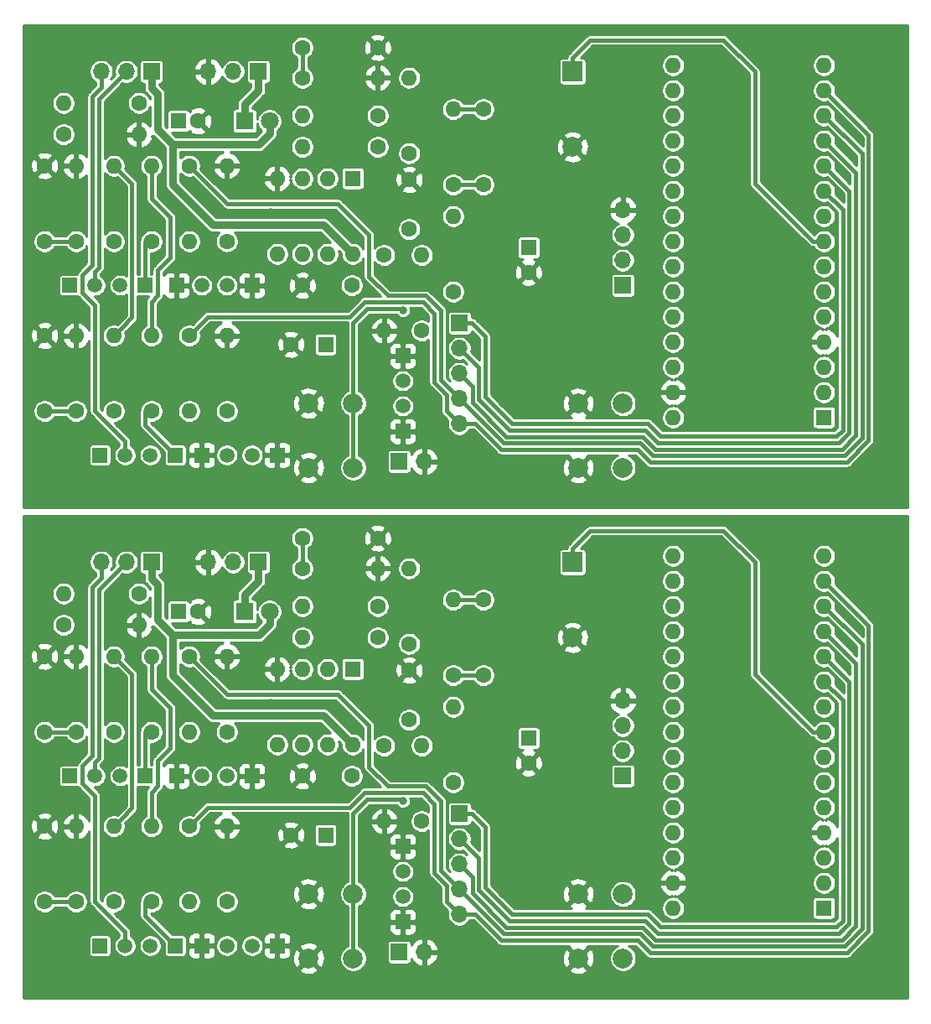
<source format=gtl>
G04 #@! TF.GenerationSoftware,KiCad,Pcbnew,5.1.5-52549c5~84~ubuntu18.04.1*
G04 #@! TF.CreationDate,2020-07-07T10:06:49+09:00*
G04 #@! TF.ProjectId,PulseOximeterTHT_rev4B,50756c73-654f-4786-996d-657465725448,rev?*
G04 #@! TF.SameCoordinates,Original*
G04 #@! TF.FileFunction,Copper,L1,Top*
G04 #@! TF.FilePolarity,Positive*
%FSLAX46Y46*%
G04 Gerber Fmt 4.6, Leading zero omitted, Abs format (unit mm)*
G04 Created by KiCad (PCBNEW 5.1.5-52549c5~84~ubuntu18.04.1) date 2020-07-07 10:06:49*
%MOMM*%
%LPD*%
G04 APERTURE LIST*
%ADD10C,1.600000*%
%ADD11R,1.600000X1.600000*%
%ADD12O,1.600000X1.600000*%
%ADD13O,1.700000X1.700000*%
%ADD14R,1.700000X1.700000*%
%ADD15C,2.000000*%
%ADD16R,1.500000X1.500000*%
%ADD17C,1.500000*%
%ADD18C,1.800000*%
%ADD19R,1.800000X1.800000*%
%ADD20C,4.000000*%
%ADD21R,2.000000X2.000000*%
%ADD22C,0.800000*%
%ADD23C,0.400000*%
%ADD24C,0.800000*%
%ADD25C,0.254000*%
G04 APERTURE END LIST*
D10*
X145415000Y-137120000D03*
D11*
X145415000Y-134620000D03*
D12*
X111124999Y-151130000D03*
D10*
X111124999Y-143510000D03*
D12*
X130809999Y-143002000D03*
D10*
X130809999Y-135382000D03*
D12*
X99694999Y-143510000D03*
D10*
X99694999Y-151130000D03*
D13*
X134874000Y-156210000D03*
D14*
X132334000Y-156210000D03*
D13*
X138430000Y-152400000D03*
X138430000Y-149860000D03*
X138430000Y-147320000D03*
X138430000Y-144780000D03*
D14*
X138430000Y-142240000D03*
D15*
X150440000Y-150345000D03*
X154940000Y-150345000D03*
X150440000Y-156845000D03*
X154940000Y-156845000D03*
D13*
X154940000Y-130810000D03*
X154940000Y-133350000D03*
X154940000Y-135890000D03*
D14*
X154940000Y-138430000D03*
D10*
X137795000Y-128270000D03*
D12*
X137795000Y-120650000D03*
D16*
X132715000Y-153162000D03*
X132715000Y-145542000D03*
D17*
X132715000Y-150622000D03*
X132715000Y-148082000D03*
D10*
X99695000Y-133985000D03*
D12*
X99695000Y-126365000D03*
D10*
X112014000Y-121845000D03*
D11*
X110014000Y-121845000D03*
D10*
X133350000Y-132762000D03*
X133350000Y-127762000D03*
D18*
X119253001Y-121845000D03*
D19*
X116713001Y-121845000D03*
D10*
X96520000Y-151130000D03*
D20*
X139700000Y-157480000D03*
D17*
X104648000Y-155575000D03*
X107188000Y-155575000D03*
D16*
X102108000Y-155575000D03*
X109728000Y-155575000D03*
D20*
X139700000Y-115570000D03*
D16*
X106680001Y-138430000D03*
X99060001Y-138430000D03*
D17*
X104140001Y-138430000D03*
X101600001Y-138430000D03*
D10*
X111125000Y-126365000D03*
D12*
X111125000Y-133985000D03*
D10*
X137795000Y-139065000D03*
D12*
X137795000Y-131445000D03*
D10*
X122555000Y-138430000D03*
X127555000Y-138430000D03*
D16*
X120015000Y-155575000D03*
X112395000Y-155575000D03*
D17*
X117475000Y-155575000D03*
X114935000Y-155575000D03*
D12*
X103505000Y-126365000D03*
D10*
X103505000Y-133985000D03*
X107315000Y-151130000D03*
D12*
X107315000Y-143510000D03*
D10*
X96520000Y-143510000D03*
D14*
X118110000Y-116840000D03*
D13*
X115570000Y-116840000D03*
X113030000Y-116840000D03*
D12*
X106045000Y-123190000D03*
D10*
X98425000Y-123190000D03*
D12*
X133350000Y-117475000D03*
D10*
X133350000Y-125095000D03*
X114935000Y-151130000D03*
D12*
X114935000Y-143510000D03*
X122555000Y-121285000D03*
D10*
X130175000Y-121285000D03*
X130175000Y-124460000D03*
D12*
X122555000Y-124460000D03*
X127635000Y-135255000D03*
X120015000Y-127635000D03*
X125095000Y-135255000D03*
X122555000Y-127635000D03*
X122555000Y-135255000D03*
X125095000Y-127635000D03*
X120015000Y-135255000D03*
D11*
X127635000Y-127635000D03*
D20*
X97790000Y-157480000D03*
D10*
X134620000Y-143002000D03*
D12*
X134620000Y-135382000D03*
X130175000Y-117475000D03*
D10*
X122555000Y-117475000D03*
D12*
X107315000Y-126365000D03*
D10*
X107315000Y-133985000D03*
D12*
X114935000Y-126365000D03*
D10*
X114935000Y-133985000D03*
X103505000Y-151130000D03*
D12*
X103505000Y-143510000D03*
D20*
X97790000Y-115570000D03*
D10*
X96520000Y-133985000D03*
D14*
X107315000Y-116840001D03*
D13*
X104775000Y-116840001D03*
X102235000Y-116840001D03*
D15*
X149860000Y-124460000D03*
D21*
X149860000Y-116860000D03*
D10*
X121412000Y-144398999D03*
D11*
X124912000Y-144398999D03*
D15*
X127690000Y-156845000D03*
X123190000Y-156845000D03*
X127690000Y-150345000D03*
X123190000Y-150345000D03*
D10*
X106045000Y-120015000D03*
D12*
X98425000Y-120015000D03*
D20*
X180340000Y-157480000D03*
X180340000Y-115570000D03*
D10*
X140843000Y-128270000D03*
X122554999Y-114427000D03*
X96520000Y-126365000D03*
X130175000Y-114427000D03*
D12*
X160020000Y-116205000D03*
X175260000Y-116205000D03*
X160020000Y-151765000D03*
X175260000Y-118745000D03*
X160020000Y-149225000D03*
X175260000Y-121285000D03*
X160020000Y-146685000D03*
X175260000Y-123825000D03*
X160020000Y-144145000D03*
X175260000Y-126365000D03*
X160020000Y-141605000D03*
X175260000Y-128905000D03*
X160020000Y-139065000D03*
X175260000Y-131445000D03*
X160020000Y-136525000D03*
X175260000Y-133985000D03*
X160020000Y-133985000D03*
X175260000Y-136525000D03*
X160020000Y-131445000D03*
X175260000Y-139065000D03*
X160020000Y-128905000D03*
X175260000Y-141605000D03*
X160020000Y-126365000D03*
X175260000Y-144145000D03*
X160020000Y-123825000D03*
X175260000Y-146685000D03*
X160020000Y-121285000D03*
X175260000Y-149225000D03*
X160020000Y-118745000D03*
D11*
X175260000Y-151765000D03*
D10*
X140843000Y-120650000D03*
D16*
X117475000Y-138430000D03*
X109855000Y-138430000D03*
D17*
X114935000Y-138430000D03*
X112395000Y-138430000D03*
D11*
X175260000Y-102235000D03*
D12*
X160020000Y-69215000D03*
X175260000Y-99695000D03*
X160020000Y-71755000D03*
X175260000Y-97155000D03*
X160020000Y-74295000D03*
X175260000Y-94615000D03*
X160020000Y-76835000D03*
X175260000Y-92075000D03*
X160020000Y-79375000D03*
X175260000Y-89535000D03*
X160020000Y-81915000D03*
X175260000Y-86995000D03*
X160020000Y-84455000D03*
X175260000Y-84455000D03*
X160020000Y-86995000D03*
X175260000Y-81915000D03*
X160020000Y-89535000D03*
X175260000Y-79375000D03*
X160020000Y-92075000D03*
X175260000Y-76835000D03*
X160020000Y-94615000D03*
X175260000Y-74295000D03*
X160020000Y-97155000D03*
X175260000Y-71755000D03*
X160020000Y-99695000D03*
X175260000Y-69215000D03*
X160020000Y-102235000D03*
X175260000Y-66675000D03*
X160020000Y-66675000D03*
D20*
X180340000Y-107950000D03*
X180340000Y-66040000D03*
D10*
X140843000Y-78740000D03*
X140843000Y-71120000D03*
D17*
X112395000Y-88900000D03*
X114935000Y-88900000D03*
D16*
X109855000Y-88900000D03*
X117475000Y-88900000D03*
D17*
X132715000Y-98552000D03*
X132715000Y-101092000D03*
D16*
X132715000Y-96012000D03*
X132715000Y-103632000D03*
D20*
X139700000Y-107950000D03*
D10*
X122554999Y-64897000D03*
X96520000Y-101600000D03*
X130175000Y-64897000D03*
X96520000Y-76835000D03*
X96520000Y-93980000D03*
D11*
X110014000Y-72315000D03*
D10*
X112014000Y-72315000D03*
X133350000Y-78232000D03*
X133350000Y-83232000D03*
D12*
X137795000Y-71120000D03*
D10*
X137795000Y-78740000D03*
X99694999Y-101600000D03*
D12*
X99694999Y-93980000D03*
D13*
X113030000Y-67310000D03*
X115570000Y-67310000D03*
D14*
X118110000Y-67310000D03*
D19*
X116713001Y-72315000D03*
D18*
X119253001Y-72315000D03*
D20*
X97790000Y-107950000D03*
D11*
X127635000Y-78105000D03*
D12*
X120015000Y-85725000D03*
X125095000Y-78105000D03*
X122555000Y-85725000D03*
X122555000Y-78105000D03*
X125095000Y-85725000D03*
X120015000Y-78105000D03*
X127635000Y-85725000D03*
D20*
X139700000Y-66040000D03*
D17*
X101600001Y-88900000D03*
X104140001Y-88900000D03*
D16*
X99060001Y-88900000D03*
X106680001Y-88900000D03*
D15*
X123190000Y-100815000D03*
X127690000Y-100815000D03*
X123190000Y-107315000D03*
X127690000Y-107315000D03*
D12*
X99695000Y-76835000D03*
D10*
X99695000Y-84455000D03*
X130175000Y-71755000D03*
D12*
X122555000Y-71755000D03*
D16*
X109728000Y-106045000D03*
X102108000Y-106045000D03*
D17*
X107188000Y-106045000D03*
X104648000Y-106045000D03*
D10*
X133350000Y-75565000D03*
D12*
X133350000Y-67945000D03*
X122555000Y-74930000D03*
D10*
X130175000Y-74930000D03*
X98425000Y-73660000D03*
D12*
X106045000Y-73660000D03*
D10*
X122555000Y-67945000D03*
D12*
X130175000Y-67945000D03*
D13*
X102235000Y-67310001D03*
X104775000Y-67310001D03*
D14*
X107315000Y-67310001D03*
D10*
X127555000Y-88900000D03*
X122555000Y-88900000D03*
X103505000Y-84455000D03*
D12*
X103505000Y-76835000D03*
D10*
X111124999Y-93980000D03*
D12*
X111124999Y-101600000D03*
D10*
X114935000Y-84455000D03*
D12*
X114935000Y-76835000D03*
D10*
X107315000Y-84455000D03*
D12*
X107315000Y-76835000D03*
X98425000Y-70485000D03*
D10*
X106045000Y-70485000D03*
D12*
X137795000Y-81915000D03*
D10*
X137795000Y-89535000D03*
D12*
X107315000Y-93980000D03*
D10*
X107315000Y-101600000D03*
D12*
X114935000Y-93980000D03*
D10*
X114935000Y-101600000D03*
X96520000Y-84455000D03*
D20*
X97790000Y-66040000D03*
D12*
X103505000Y-93980000D03*
D10*
X103505000Y-101600000D03*
D17*
X114935000Y-106045000D03*
X117475000Y-106045000D03*
D16*
X112395000Y-106045000D03*
X120015000Y-106045000D03*
D12*
X111125000Y-84455000D03*
D10*
X111125000Y-76835000D03*
D11*
X124912000Y-94868999D03*
D10*
X121412000Y-94868999D03*
D12*
X134620000Y-85852000D03*
D10*
X134620000Y-93472000D03*
X130809999Y-85852000D03*
D12*
X130809999Y-93472000D03*
D21*
X149860000Y-67330000D03*
D15*
X149860000Y-74930000D03*
D11*
X145415000Y-85090000D03*
D10*
X145415000Y-87590000D03*
D14*
X154940000Y-88900000D03*
D13*
X154940000Y-86360000D03*
X154940000Y-83820000D03*
X154940000Y-81280000D03*
D15*
X154940000Y-107315000D03*
X150440000Y-107315000D03*
X154940000Y-100815000D03*
X150440000Y-100815000D03*
D14*
X138430000Y-92710000D03*
D13*
X138430000Y-95250000D03*
X138430000Y-97790000D03*
X138430000Y-100330000D03*
X138430000Y-102870000D03*
D14*
X132334000Y-106680000D03*
D13*
X134874000Y-106680000D03*
D22*
X99695000Y-95885000D03*
X99695000Y-99695000D03*
X99694999Y-78740000D03*
X99694999Y-82550000D03*
X97790000Y-104140000D03*
X97155000Y-71755000D03*
X118110000Y-78740000D03*
X128270000Y-67945000D03*
X124460000Y-67945000D03*
X100330000Y-73660000D03*
X100330000Y-70485000D03*
X124460000Y-71755000D03*
X124460000Y-74930000D03*
X128270000Y-74930000D03*
X128270000Y-71755000D03*
X137795000Y-73025000D03*
X137795000Y-76835000D03*
X137795000Y-87630000D03*
X137795000Y-83820000D03*
X134620000Y-88265000D03*
X103505000Y-82550000D03*
X107315000Y-82550000D03*
X111125000Y-82550000D03*
X103505000Y-78740000D03*
X111125000Y-78740000D03*
X114935000Y-78740000D03*
X103505000Y-99695000D03*
X114935000Y-99695000D03*
X103505000Y-95885000D03*
X111125000Y-95885000D03*
X114935000Y-95885000D03*
X130175000Y-81280000D03*
X104140000Y-70485001D03*
X104140000Y-73660001D03*
X133350000Y-73660001D03*
X119380000Y-100965000D03*
X117475000Y-94615000D03*
X124206000Y-103886000D03*
X96520000Y-88900000D03*
X114300000Y-72390000D03*
X120650000Y-67564000D03*
X110490000Y-67564000D03*
X113030000Y-80264000D03*
X119380000Y-81534000D03*
X119380000Y-84074000D03*
X122936000Y-84074000D03*
X127508000Y-80010000D03*
X135890000Y-102616000D03*
X130302001Y-97028000D03*
X134874000Y-95504000D03*
X127635000Y-84074000D03*
X147320000Y-71120000D03*
X147320000Y-81280000D03*
X147320000Y-107950000D03*
X144780000Y-66040000D03*
X171450000Y-100330000D03*
X171450000Y-107950000D03*
X142240000Y-81280000D03*
X154940000Y-73660000D03*
X154940000Y-77470000D03*
X153670000Y-66040000D03*
X171450000Y-68580000D03*
X171450000Y-78740000D03*
X163830000Y-68580000D03*
X163830000Y-78740000D03*
X163830000Y-90170000D03*
X171450000Y-90170000D03*
X163830000Y-100330000D03*
X163830000Y-109220000D03*
X181610000Y-71120000D03*
X181610000Y-102870000D03*
X181610000Y-87630000D03*
X148590000Y-95250000D03*
X157480000Y-92710000D03*
X156210000Y-97790000D03*
X143510000Y-76200000D03*
X137795000Y-133350000D03*
X111125000Y-132080000D03*
X96520000Y-138430000D03*
X114300000Y-121920000D03*
X120650000Y-117094000D03*
X110490000Y-117094000D03*
X113030000Y-129794000D03*
X119380000Y-131064000D03*
X119380000Y-133604000D03*
X122936000Y-133604000D03*
X127508000Y-129540000D03*
X135890000Y-152146000D03*
X130302001Y-146558000D03*
X134874000Y-145034000D03*
X127635000Y-133604000D03*
X147320000Y-120650000D03*
X147320000Y-130810000D03*
X147320000Y-157480000D03*
X144780000Y-115570000D03*
X171450000Y-149860000D03*
X171450000Y-157480000D03*
X142240000Y-130810000D03*
X154940000Y-123190000D03*
X154940000Y-127000000D03*
X153670000Y-115570000D03*
X171450000Y-118110000D03*
X171450000Y-128270000D03*
X163830000Y-118110000D03*
X163830000Y-128270000D03*
X163830000Y-139700000D03*
X171450000Y-139700000D03*
X163830000Y-149860000D03*
X163830000Y-158750000D03*
X181610000Y-120650000D03*
X181610000Y-152400000D03*
X181610000Y-137160000D03*
X148590000Y-144780000D03*
X157480000Y-142240000D03*
X156210000Y-147320000D03*
X143510000Y-125730000D03*
X103505000Y-132080000D03*
X134620000Y-137795000D03*
X137795000Y-137160000D03*
X137795000Y-126365000D03*
X107315000Y-132080000D03*
X99695000Y-145415000D03*
X99695000Y-149225000D03*
X99694999Y-128270000D03*
X99694999Y-132080000D03*
X97790000Y-153670000D03*
X97155000Y-121285000D03*
X118110000Y-128270000D03*
X128270000Y-117475000D03*
X124460000Y-117475000D03*
X100330000Y-123190000D03*
X100330000Y-120015000D03*
X124460000Y-121285000D03*
X124460000Y-124460000D03*
X128270000Y-124460000D03*
X128270000Y-121285000D03*
X137795000Y-122555000D03*
X103505000Y-128270000D03*
X111125000Y-128270000D03*
X114935000Y-128270000D03*
X103505000Y-149225000D03*
X114935000Y-149225000D03*
X103505000Y-145415000D03*
X111125000Y-145415000D03*
X114935000Y-145415000D03*
X130175000Y-130810000D03*
X104140000Y-120015001D03*
X104140000Y-123190001D03*
X133350000Y-123190001D03*
X119380000Y-150495000D03*
X117475000Y-144145000D03*
X124206000Y-153416000D03*
X132715000Y-91440000D03*
X132715000Y-140970000D03*
D23*
X140843000Y-78740000D02*
X137795000Y-78740000D01*
X140843000Y-128270000D02*
X137795000Y-128270000D01*
X139730001Y-99090001D02*
X139279999Y-98639999D01*
X143189272Y-104170020D02*
X139730001Y-100710749D01*
X175260000Y-74295000D02*
X178465020Y-77500020D01*
X178465020Y-77500020D02*
X178465020Y-104043484D01*
X156941516Y-104170020D02*
X143189272Y-104170020D01*
X178465020Y-104043484D02*
X177068484Y-105440020D01*
X177068484Y-105440020D02*
X158211516Y-105440020D01*
X139279999Y-98639999D02*
X138430000Y-97790000D01*
X139730001Y-100710749D02*
X139730001Y-99090001D01*
X158211516Y-105440020D02*
X156941516Y-104170020D01*
X139730001Y-148620001D02*
X139279999Y-148169999D01*
X143189272Y-153700020D02*
X139730001Y-150240749D01*
X175260000Y-123825000D02*
X178465020Y-127030020D01*
X178465020Y-127030020D02*
X178465020Y-153573484D01*
X156941516Y-153700020D02*
X143189272Y-153700020D01*
X178465020Y-153573484D02*
X177068484Y-154970020D01*
X177068484Y-154970020D02*
X158211516Y-154970020D01*
X139279999Y-148169999D02*
X138430000Y-147320000D01*
X139730001Y-150240749D02*
X139730001Y-148620001D01*
X158211516Y-154970020D02*
X156941516Y-153700020D01*
X135894989Y-98714241D02*
X137129999Y-99949251D01*
X113030000Y-92075000D02*
X127350748Y-92075000D01*
X134755747Y-90589999D02*
X135894990Y-91729241D01*
X127350748Y-92075000D02*
X128835749Y-90589999D01*
X135894990Y-91729241D02*
X135894989Y-98714241D01*
X137129999Y-101569999D02*
X138430000Y-102870000D01*
X137129999Y-99949251D02*
X137129999Y-101569999D01*
X134755747Y-90589999D02*
X128835749Y-90589999D01*
X113030000Y-92075000D02*
X111124999Y-93980000D01*
X179765040Y-73720040D02*
X175260000Y-69215000D01*
X179765040Y-104581968D02*
X179765040Y-73720040D01*
X138430000Y-102870000D02*
X140050748Y-102870000D01*
X142650788Y-105470040D02*
X156403032Y-105470040D01*
X157673032Y-106740040D02*
X177606968Y-106740040D01*
X140050748Y-102870000D02*
X142650788Y-105470040D01*
X177606968Y-106740040D02*
X179765040Y-104581968D01*
X156403032Y-105470040D02*
X157673032Y-106740040D01*
X135894989Y-148244241D02*
X137129999Y-149479251D01*
X113030000Y-141605000D02*
X127350748Y-141605000D01*
X134755747Y-140119999D02*
X135894990Y-141259241D01*
X127350748Y-141605000D02*
X128835749Y-140119999D01*
X135894990Y-141259241D02*
X135894989Y-148244241D01*
X137129999Y-151099999D02*
X138430000Y-152400000D01*
X137129999Y-149479251D02*
X137129999Y-151099999D01*
X134755747Y-140119999D02*
X128835749Y-140119999D01*
X113030000Y-141605000D02*
X111124999Y-143510000D01*
X179765040Y-123250040D02*
X175260000Y-118745000D01*
X140050748Y-152400000D02*
X142650788Y-155000040D01*
X177606968Y-156270040D02*
X179765040Y-154111968D01*
X156403032Y-155000040D02*
X157673032Y-156270040D01*
X179765040Y-154111968D02*
X179765040Y-123250040D01*
X138430000Y-152400000D02*
X140050748Y-152400000D01*
X142650788Y-155000040D02*
X156403032Y-155000040D01*
X157673032Y-156270040D02*
X177606968Y-156270040D01*
X136544999Y-98444999D02*
X138430000Y-100330000D01*
X135024989Y-89939989D02*
X136544999Y-91459999D01*
X111125000Y-76835000D02*
X114939989Y-80649989D01*
X129286001Y-83820000D02*
X129286000Y-88011000D01*
X136544999Y-91459999D02*
X136544999Y-98444999D01*
X129286000Y-88011000D02*
X131214989Y-89939989D01*
X131214989Y-89939989D02*
X135024989Y-89939989D01*
X126150000Y-80683999D02*
X129286001Y-83820000D01*
X119291999Y-80683999D02*
X126150000Y-80683999D01*
X119257989Y-80649989D02*
X119291999Y-80683999D01*
X114939989Y-80649989D02*
X119257989Y-80649989D01*
X179115030Y-75610030D02*
X175260000Y-71755000D01*
X138430000Y-100330000D02*
X142920030Y-104820030D01*
X142920030Y-104820030D02*
X156672274Y-104820030D01*
X179115030Y-104312726D02*
X179115030Y-75610030D01*
X156672274Y-104820030D02*
X157942274Y-106090030D01*
X157942274Y-106090030D02*
X177337726Y-106090030D01*
X177337726Y-106090030D02*
X179115030Y-104312726D01*
X136544999Y-147974999D02*
X138430000Y-149860000D01*
X135024989Y-139469989D02*
X136544999Y-140989999D01*
X111125000Y-126365000D02*
X114939989Y-130179989D01*
X129286001Y-133350000D02*
X129286000Y-137541000D01*
X136544999Y-140989999D02*
X136544999Y-147974999D01*
X129286000Y-137541000D02*
X131214989Y-139469989D01*
X131214989Y-139469989D02*
X135024989Y-139469989D01*
X126150000Y-130213999D02*
X129286001Y-133350000D01*
X119291999Y-130213999D02*
X126150000Y-130213999D01*
X119257989Y-130179989D02*
X119291999Y-130213999D01*
X114939989Y-130179989D02*
X119257989Y-130179989D01*
X179115030Y-125140030D02*
X175260000Y-121285000D01*
X138430000Y-149860000D02*
X142920030Y-154350030D01*
X142920030Y-154350030D02*
X156672274Y-154350030D01*
X179115030Y-153842726D02*
X179115030Y-125140030D01*
X156672274Y-154350030D02*
X157942274Y-155620030D01*
X157942274Y-155620030D02*
X177337726Y-155620030D01*
X177337726Y-155620030D02*
X179115030Y-153842726D01*
D24*
X109474000Y-74676001D02*
X107949999Y-73152000D01*
X107315000Y-68960000D02*
X107315000Y-67310001D01*
X107949999Y-69595000D02*
X107315000Y-68960000D01*
X107949999Y-73152000D02*
X107949999Y-69595000D01*
X118164792Y-74676001D02*
X109474000Y-74676001D01*
X119253000Y-73587792D02*
X118164792Y-74676001D01*
X119253000Y-72315000D02*
X119253000Y-73587792D01*
X124714000Y-82804000D02*
X127635000Y-85725000D01*
X113538001Y-82804000D02*
X124714000Y-82804000D01*
X109474000Y-74676001D02*
X109474001Y-78740000D01*
X109474001Y-78740000D02*
X113538001Y-82804000D01*
X109474000Y-124206001D02*
X107949999Y-122682000D01*
X107315000Y-118490000D02*
X107315000Y-116840001D01*
X107949999Y-119125000D02*
X107315000Y-118490000D01*
X107949999Y-122682000D02*
X107949999Y-119125000D01*
X118164792Y-124206001D02*
X109474000Y-124206001D01*
X119253000Y-123117792D02*
X118164792Y-124206001D01*
X119253000Y-121845000D02*
X119253000Y-123117792D01*
X124714000Y-132334000D02*
X127635000Y-135255000D01*
X113538001Y-132334000D02*
X124714000Y-132334000D01*
X109474000Y-124206001D02*
X109474001Y-128270000D01*
X109474001Y-128270000D02*
X113538001Y-132334000D01*
D23*
X140843000Y-71120000D02*
X137795000Y-71120000D01*
D24*
X116713000Y-70615000D02*
X118110000Y-69218000D01*
X116713001Y-72315000D02*
X116713000Y-70615000D01*
X118110000Y-69218000D02*
X118110000Y-67310000D01*
D23*
X140843000Y-120650000D02*
X137795000Y-120650000D01*
D24*
X116713000Y-120145000D02*
X118110000Y-118748000D01*
X116713001Y-121845000D02*
X116713000Y-120145000D01*
X118110000Y-118748000D02*
X118110000Y-116840000D01*
D23*
X122554999Y-64897000D02*
X122555000Y-67945000D01*
X122554999Y-114427000D02*
X122555000Y-117475000D01*
X143458514Y-103520010D02*
X140380011Y-100441507D01*
X177815010Y-79390010D02*
X177815010Y-103774242D01*
X175260000Y-76835000D02*
X177815010Y-79390010D01*
X177815010Y-103774242D02*
X176799242Y-104790010D01*
X140380011Y-97200011D02*
X138430000Y-95250000D01*
X176799242Y-104790010D02*
X158480758Y-104790010D01*
X140380011Y-100441507D02*
X140380011Y-97200011D01*
X157210758Y-103520010D02*
X143458514Y-103520010D01*
X158480758Y-104790010D02*
X157210758Y-103520010D01*
X143458514Y-153050010D02*
X140380011Y-149971507D01*
X177815010Y-128920010D02*
X177815010Y-153304242D01*
X175260000Y-126365000D02*
X177815010Y-128920010D01*
X177815010Y-153304242D02*
X176799242Y-154320010D01*
X140380011Y-146730011D02*
X138430000Y-144780000D01*
X176799242Y-154320010D02*
X158480758Y-154320010D01*
X140380011Y-149971507D02*
X140380011Y-146730011D01*
X157210758Y-153050010D02*
X143458514Y-153050010D01*
X158480758Y-154320010D02*
X157210758Y-153050010D01*
X104648000Y-104648000D02*
X104648000Y-106045000D01*
X102235000Y-67310000D02*
X102235000Y-68930748D01*
X102235000Y-68930748D02*
X101346000Y-69819748D01*
X101600000Y-101600000D02*
X104648000Y-104648000D01*
X100330000Y-89625000D02*
X101600000Y-90895000D01*
X101346000Y-69819748D02*
X101346000Y-86868000D01*
X100330000Y-87884000D02*
X100330000Y-89625000D01*
X101346000Y-86868000D02*
X100330000Y-87884000D01*
X101600000Y-90895000D02*
X101600000Y-101600000D01*
X104648000Y-154178000D02*
X104648000Y-155575000D01*
X102235000Y-116840000D02*
X102235000Y-118460748D01*
X102235000Y-118460748D02*
X101346000Y-119349748D01*
X101600000Y-151130000D02*
X104648000Y-154178000D01*
X100330000Y-139155000D02*
X101600000Y-140425000D01*
X101346000Y-119349748D02*
X101346000Y-136398000D01*
X100330000Y-137414000D02*
X100330000Y-139155000D01*
X101346000Y-136398000D02*
X100330000Y-137414000D01*
X101600000Y-140425000D02*
X101600000Y-151130000D01*
X101600000Y-87533252D02*
X101600000Y-88900000D01*
X101996010Y-87137242D02*
X101600000Y-87533252D01*
X104775000Y-67310000D02*
X101996010Y-70088990D01*
X101996010Y-70088990D02*
X101996010Y-87137242D01*
X101600000Y-137063252D02*
X101600000Y-138430000D01*
X101996010Y-136667242D02*
X101600000Y-137063252D01*
X104775000Y-116840000D02*
X101996010Y-119618990D01*
X101996010Y-119618990D02*
X101996010Y-136667242D01*
X104304999Y-93180001D02*
X103505000Y-93980000D01*
X105340001Y-92144999D02*
X104304999Y-93180001D01*
X105340001Y-78670001D02*
X105340001Y-92144999D01*
X103505000Y-76835000D02*
X105340001Y-78670001D01*
X104304999Y-142710001D02*
X103505000Y-143510000D01*
X105340001Y-141674999D02*
X104304999Y-142710001D01*
X105340001Y-128200001D02*
X105340001Y-141674999D01*
X103505000Y-126365000D02*
X105340001Y-128200001D01*
X107315000Y-76835000D02*
X107315000Y-80137000D01*
X107315000Y-80137000D02*
X109220000Y-82042000D01*
X109220000Y-82042000D02*
X109220000Y-86106000D01*
X109220000Y-86106000D02*
X107950000Y-87376000D01*
X107950000Y-87376000D02*
X107949999Y-89916000D01*
X107315000Y-90551000D02*
X107315000Y-93979999D01*
X107949999Y-89916000D02*
X107315000Y-90551000D01*
X107315000Y-126365000D02*
X107315000Y-129667000D01*
X107315000Y-129667000D02*
X109220000Y-131572000D01*
X109220000Y-131572000D02*
X109220000Y-135636000D01*
X109220000Y-135636000D02*
X107950000Y-136906000D01*
X107950000Y-136906000D02*
X107949999Y-139446000D01*
X107315000Y-140081000D02*
X107315000Y-143509999D01*
X107949999Y-139446000D02*
X107315000Y-140081000D01*
X174128630Y-84455000D02*
X168275000Y-78601370D01*
X175260000Y-84455000D02*
X174128630Y-84455000D01*
X168275000Y-78601370D02*
X168275000Y-67310000D01*
X168275000Y-67310000D02*
X165100000Y-64135000D01*
X149860000Y-65930000D02*
X149860000Y-67330000D01*
X151655000Y-64135000D02*
X149860000Y-65930000D01*
X165100000Y-64135000D02*
X151655000Y-64135000D01*
X174128630Y-133985000D02*
X168275000Y-128131370D01*
X175260000Y-133985000D02*
X174128630Y-133985000D01*
X168275000Y-128131370D02*
X168275000Y-116840000D01*
X168275000Y-116840000D02*
X165100000Y-113665000D01*
X149860000Y-115460000D02*
X149860000Y-116860000D01*
X151655000Y-113665000D02*
X149860000Y-115460000D01*
X165100000Y-113665000D02*
X151655000Y-113665000D01*
X127690000Y-107315000D02*
X127690000Y-100815000D01*
X132515009Y-91240009D02*
X132715000Y-91440000D01*
X129104991Y-91240009D02*
X132515009Y-91240009D01*
X127690000Y-100815000D02*
X127690000Y-92655000D01*
X127690000Y-92655000D02*
X129104991Y-91240009D01*
X139680000Y-92710000D02*
X138430000Y-92710000D01*
X141030021Y-94060021D02*
X139680000Y-92710000D01*
X141030021Y-100172265D02*
X141030021Y-94060021D01*
X177165000Y-81280000D02*
X177165000Y-103505000D01*
X177165000Y-103505000D02*
X176530000Y-104140000D01*
X176530000Y-104140000D02*
X158750000Y-104140000D01*
X143727756Y-102870000D02*
X141030021Y-100172265D01*
X175260000Y-79375000D02*
X177165000Y-81280000D01*
X158750000Y-104140000D02*
X157480000Y-102870000D01*
X157480000Y-102870000D02*
X143727756Y-102870000D01*
X127690000Y-156845000D02*
X127690000Y-150345000D01*
X132515009Y-140770009D02*
X132715000Y-140970000D01*
X129104991Y-140770009D02*
X132515009Y-140770009D01*
X127690000Y-150345000D02*
X127690000Y-142185000D01*
X127690000Y-142185000D02*
X129104991Y-140770009D01*
X139680000Y-142240000D02*
X138430000Y-142240000D01*
X141030021Y-143590021D02*
X139680000Y-142240000D01*
X141030021Y-149702265D02*
X141030021Y-143590021D01*
X177165000Y-130810000D02*
X177165000Y-153035000D01*
X177165000Y-153035000D02*
X176530000Y-153670000D01*
X176530000Y-153670000D02*
X158750000Y-153670000D01*
X143727756Y-152400000D02*
X141030021Y-149702265D01*
X175260000Y-128905000D02*
X177165000Y-130810000D01*
X158750000Y-153670000D02*
X157480000Y-152400000D01*
X157480000Y-152400000D02*
X143727756Y-152400000D01*
X106680000Y-102997000D02*
X109728000Y-106045000D01*
X106680000Y-101600000D02*
X106680000Y-102997000D01*
X99694999Y-101600000D02*
X96520000Y-101600000D01*
X106680000Y-152527000D02*
X109728000Y-155575000D01*
X106680000Y-151130000D02*
X106680000Y-152527000D01*
X99694999Y-151130000D02*
X96520000Y-151130000D01*
X106680000Y-84455000D02*
X106680000Y-88265000D01*
X96520000Y-84455000D02*
X99695000Y-84455000D01*
X106680000Y-133985000D02*
X106680000Y-137795000D01*
X96520000Y-133985000D02*
X99695000Y-133985000D01*
D25*
G36*
X183748001Y-111358000D02*
G01*
X94382000Y-111358000D01*
X94382000Y-108450413D01*
X122234192Y-108450413D01*
X122329956Y-108714814D01*
X122619571Y-108855704D01*
X122931108Y-108937384D01*
X123252595Y-108956718D01*
X123571675Y-108912961D01*
X123876088Y-108807795D01*
X124050044Y-108714814D01*
X124145808Y-108450413D01*
X123190000Y-107494605D01*
X122234192Y-108450413D01*
X94382000Y-108450413D01*
X94382000Y-105295000D01*
X100979176Y-105295000D01*
X100979176Y-106795000D01*
X100986455Y-106868905D01*
X101008012Y-106939970D01*
X101043019Y-107005463D01*
X101090131Y-107062869D01*
X101147537Y-107109981D01*
X101213030Y-107144988D01*
X101284095Y-107166545D01*
X101358000Y-107173824D01*
X102858000Y-107173824D01*
X102931905Y-107166545D01*
X103002970Y-107144988D01*
X103068463Y-107109981D01*
X103125869Y-107062869D01*
X103172981Y-107005463D01*
X103207988Y-106939970D01*
X103229545Y-106868905D01*
X103236824Y-106795000D01*
X103236824Y-105295000D01*
X103229545Y-105221095D01*
X103207988Y-105150030D01*
X103172981Y-105084537D01*
X103125869Y-105027131D01*
X103068463Y-104980019D01*
X103002970Y-104945012D01*
X102931905Y-104923455D01*
X102858000Y-104916176D01*
X101358000Y-104916176D01*
X101284095Y-104923455D01*
X101213030Y-104945012D01*
X101147537Y-104980019D01*
X101090131Y-105027131D01*
X101043019Y-105084537D01*
X101008012Y-105150030D01*
X100986455Y-105221095D01*
X100979176Y-105295000D01*
X94382000Y-105295000D01*
X94382000Y-101484076D01*
X95343000Y-101484076D01*
X95343000Y-101715924D01*
X95388231Y-101943318D01*
X95476956Y-102157519D01*
X95605764Y-102350294D01*
X95769706Y-102514236D01*
X95962481Y-102643044D01*
X96176682Y-102731769D01*
X96404076Y-102777000D01*
X96635924Y-102777000D01*
X96863318Y-102731769D01*
X97077519Y-102643044D01*
X97270294Y-102514236D01*
X97434236Y-102350294D01*
X97550027Y-102177000D01*
X98664972Y-102177000D01*
X98780763Y-102350294D01*
X98944705Y-102514236D01*
X99137480Y-102643044D01*
X99351681Y-102731769D01*
X99579075Y-102777000D01*
X99810923Y-102777000D01*
X100038317Y-102731769D01*
X100252518Y-102643044D01*
X100445293Y-102514236D01*
X100609235Y-102350294D01*
X100738043Y-102157519D01*
X100826768Y-101943318D01*
X100871999Y-101715924D01*
X100871999Y-101484076D01*
X100826768Y-101256682D01*
X100738043Y-101042481D01*
X100609235Y-100849706D01*
X100445293Y-100685764D01*
X100252518Y-100556956D01*
X100038317Y-100468231D01*
X99810923Y-100423000D01*
X99579075Y-100423000D01*
X99351681Y-100468231D01*
X99137480Y-100556956D01*
X98944705Y-100685764D01*
X98780763Y-100849706D01*
X98664972Y-101023000D01*
X97550027Y-101023000D01*
X97434236Y-100849706D01*
X97270294Y-100685764D01*
X97077519Y-100556956D01*
X96863318Y-100468231D01*
X96635924Y-100423000D01*
X96404076Y-100423000D01*
X96176682Y-100468231D01*
X95962481Y-100556956D01*
X95769706Y-100685764D01*
X95605764Y-100849706D01*
X95476956Y-101042481D01*
X95388231Y-101256682D01*
X95343000Y-101484076D01*
X94382000Y-101484076D01*
X94382000Y-94972702D01*
X95706903Y-94972702D01*
X95778486Y-95216671D01*
X96033996Y-95337571D01*
X96308184Y-95406300D01*
X96590512Y-95420217D01*
X96870130Y-95378787D01*
X97136292Y-95283603D01*
X97261514Y-95216671D01*
X97333097Y-94972702D01*
X96520000Y-94159605D01*
X95706903Y-94972702D01*
X94382000Y-94972702D01*
X94382000Y-94050512D01*
X95079783Y-94050512D01*
X95121213Y-94330130D01*
X95216397Y-94596292D01*
X95283329Y-94721514D01*
X95527298Y-94793097D01*
X96340395Y-93980000D01*
X96699605Y-93980000D01*
X97512702Y-94793097D01*
X97756671Y-94721514D01*
X97877571Y-94466004D01*
X97911902Y-94329040D01*
X98303090Y-94329040D01*
X98397929Y-94593881D01*
X98542614Y-94835131D01*
X98731585Y-95043519D01*
X98957579Y-95211037D01*
X99211912Y-95331246D01*
X99345960Y-95371904D01*
X99567999Y-95249915D01*
X99567999Y-94107000D01*
X98424375Y-94107000D01*
X98303090Y-94329040D01*
X97911902Y-94329040D01*
X97946300Y-94191816D01*
X97960217Y-93909488D01*
X97918949Y-93630960D01*
X98303090Y-93630960D01*
X98424375Y-93853000D01*
X99567999Y-93853000D01*
X99567999Y-92710085D01*
X99345960Y-92588096D01*
X99211912Y-92628754D01*
X98957579Y-92748963D01*
X98731585Y-92916481D01*
X98542614Y-93124869D01*
X98397929Y-93366119D01*
X98303090Y-93630960D01*
X97918949Y-93630960D01*
X97918787Y-93629870D01*
X97823603Y-93363708D01*
X97756671Y-93238486D01*
X97512702Y-93166903D01*
X96699605Y-93980000D01*
X96340395Y-93980000D01*
X95527298Y-93166903D01*
X95283329Y-93238486D01*
X95162429Y-93493996D01*
X95093700Y-93768184D01*
X95079783Y-94050512D01*
X94382000Y-94050512D01*
X94382000Y-92987298D01*
X95706903Y-92987298D01*
X96520000Y-93800395D01*
X97333097Y-92987298D01*
X97261514Y-92743329D01*
X97006004Y-92622429D01*
X96731816Y-92553700D01*
X96449488Y-92539783D01*
X96169870Y-92581213D01*
X95903708Y-92676397D01*
X95778486Y-92743329D01*
X95706903Y-92987298D01*
X94382000Y-92987298D01*
X94382000Y-84339076D01*
X95343000Y-84339076D01*
X95343000Y-84570924D01*
X95388231Y-84798318D01*
X95476956Y-85012519D01*
X95605764Y-85205294D01*
X95769706Y-85369236D01*
X95962481Y-85498044D01*
X96176682Y-85586769D01*
X96404076Y-85632000D01*
X96635924Y-85632000D01*
X96863318Y-85586769D01*
X97077519Y-85498044D01*
X97270294Y-85369236D01*
X97434236Y-85205294D01*
X97550027Y-85032000D01*
X98664973Y-85032000D01*
X98780764Y-85205294D01*
X98944706Y-85369236D01*
X99137481Y-85498044D01*
X99351682Y-85586769D01*
X99579076Y-85632000D01*
X99810924Y-85632000D01*
X100038318Y-85586769D01*
X100252519Y-85498044D01*
X100445294Y-85369236D01*
X100609236Y-85205294D01*
X100738044Y-85012519D01*
X100769001Y-84937783D01*
X100769001Y-86628997D01*
X99942038Y-87455961D01*
X99920026Y-87474026D01*
X99847921Y-87561886D01*
X99794343Y-87662125D01*
X99786225Y-87688886D01*
X99761349Y-87770889D01*
X99761321Y-87771176D01*
X98310001Y-87771176D01*
X98236096Y-87778455D01*
X98165031Y-87800012D01*
X98099538Y-87835019D01*
X98042132Y-87882131D01*
X97995020Y-87939537D01*
X97960013Y-88005030D01*
X97938456Y-88076095D01*
X97931177Y-88150000D01*
X97931177Y-89650000D01*
X97938456Y-89723905D01*
X97960013Y-89794970D01*
X97995020Y-89860463D01*
X98042132Y-89917869D01*
X98099538Y-89964981D01*
X98165031Y-89999988D01*
X98236096Y-90021545D01*
X98310001Y-90028824D01*
X99810001Y-90028824D01*
X99883906Y-90021545D01*
X99904003Y-90015449D01*
X99920027Y-90034974D01*
X99942033Y-90053034D01*
X101023000Y-91134002D01*
X101023000Y-93452495D01*
X100992069Y-93366119D01*
X100847384Y-93124869D01*
X100658413Y-92916481D01*
X100432419Y-92748963D01*
X100178086Y-92628754D01*
X100044038Y-92588096D01*
X99821999Y-92710085D01*
X99821999Y-93853000D01*
X99841999Y-93853000D01*
X99841999Y-94107000D01*
X99821999Y-94107000D01*
X99821999Y-95249915D01*
X100044038Y-95371904D01*
X100178086Y-95331246D01*
X100432419Y-95211037D01*
X100658413Y-95043519D01*
X100847384Y-94835131D01*
X100992069Y-94593881D01*
X101023000Y-94507504D01*
X101023001Y-101571659D01*
X101020210Y-101600000D01*
X101031349Y-101713111D01*
X101055243Y-101791875D01*
X101064344Y-101821876D01*
X101117922Y-101922115D01*
X101135323Y-101943318D01*
X101171963Y-101987964D01*
X101171966Y-101987967D01*
X101190027Y-102009974D01*
X101212034Y-102028035D01*
X104071000Y-104887001D01*
X104071000Y-105075108D01*
X103929579Y-105169602D01*
X103772602Y-105326579D01*
X103649266Y-105511165D01*
X103564310Y-105716266D01*
X103521000Y-105934000D01*
X103521000Y-106156000D01*
X103564310Y-106373734D01*
X103649266Y-106578835D01*
X103772602Y-106763421D01*
X103929579Y-106920398D01*
X104114165Y-107043734D01*
X104319266Y-107128690D01*
X104537000Y-107172000D01*
X104759000Y-107172000D01*
X104976734Y-107128690D01*
X105181835Y-107043734D01*
X105366421Y-106920398D01*
X105523398Y-106763421D01*
X105646734Y-106578835D01*
X105731690Y-106373734D01*
X105775000Y-106156000D01*
X105775000Y-105934000D01*
X106061000Y-105934000D01*
X106061000Y-106156000D01*
X106104310Y-106373734D01*
X106189266Y-106578835D01*
X106312602Y-106763421D01*
X106469579Y-106920398D01*
X106654165Y-107043734D01*
X106859266Y-107128690D01*
X107077000Y-107172000D01*
X107299000Y-107172000D01*
X107516734Y-107128690D01*
X107721835Y-107043734D01*
X107906421Y-106920398D01*
X108063398Y-106763421D01*
X108186734Y-106578835D01*
X108271690Y-106373734D01*
X108315000Y-106156000D01*
X108315000Y-105934000D01*
X108271690Y-105716266D01*
X108186734Y-105511165D01*
X108063398Y-105326579D01*
X107906421Y-105169602D01*
X107721835Y-105046266D01*
X107516734Y-104961310D01*
X107299000Y-104918000D01*
X107077000Y-104918000D01*
X106859266Y-104961310D01*
X106654165Y-105046266D01*
X106469579Y-105169602D01*
X106312602Y-105326579D01*
X106189266Y-105511165D01*
X106104310Y-105716266D01*
X106061000Y-105934000D01*
X105775000Y-105934000D01*
X105731690Y-105716266D01*
X105646734Y-105511165D01*
X105523398Y-105326579D01*
X105366421Y-105169602D01*
X105225000Y-105075108D01*
X105225000Y-104676331D01*
X105227790Y-104648000D01*
X105216651Y-104534888D01*
X105194574Y-104462113D01*
X105183657Y-104426124D01*
X105130079Y-104325885D01*
X105057974Y-104238026D01*
X105035963Y-104219962D01*
X103813001Y-102997000D01*
X106100210Y-102997000D01*
X106111349Y-103110111D01*
X106140314Y-103205591D01*
X106144344Y-103218876D01*
X106197922Y-103319115D01*
X106224975Y-103352079D01*
X106251963Y-103384964D01*
X106251966Y-103384967D01*
X106270027Y-103406974D01*
X106292034Y-103425035D01*
X108599176Y-105732177D01*
X108599176Y-106795000D01*
X108606455Y-106868905D01*
X108628012Y-106939970D01*
X108663019Y-107005463D01*
X108710131Y-107062869D01*
X108767537Y-107109981D01*
X108833030Y-107144988D01*
X108904095Y-107166545D01*
X108978000Y-107173824D01*
X110478000Y-107173824D01*
X110551905Y-107166545D01*
X110622970Y-107144988D01*
X110688463Y-107109981D01*
X110745869Y-107062869D01*
X110792981Y-107005463D01*
X110827988Y-106939970D01*
X110849545Y-106868905D01*
X110856824Y-106795000D01*
X111006928Y-106795000D01*
X111019188Y-106919482D01*
X111055498Y-107039180D01*
X111114463Y-107149494D01*
X111193815Y-107246185D01*
X111290506Y-107325537D01*
X111400820Y-107384502D01*
X111520518Y-107420812D01*
X111645000Y-107433072D01*
X112109250Y-107430000D01*
X112268000Y-107271250D01*
X112268000Y-106172000D01*
X112522000Y-106172000D01*
X112522000Y-107271250D01*
X112680750Y-107430000D01*
X113145000Y-107433072D01*
X113269482Y-107420812D01*
X113389180Y-107384502D01*
X113499494Y-107325537D01*
X113596185Y-107246185D01*
X113675537Y-107149494D01*
X113734502Y-107039180D01*
X113770812Y-106919482D01*
X113783072Y-106795000D01*
X113780000Y-106330750D01*
X113621250Y-106172000D01*
X112522000Y-106172000D01*
X112268000Y-106172000D01*
X111168750Y-106172000D01*
X111010000Y-106330750D01*
X111006928Y-106795000D01*
X110856824Y-106795000D01*
X110856824Y-105934000D01*
X113808000Y-105934000D01*
X113808000Y-106156000D01*
X113851310Y-106373734D01*
X113936266Y-106578835D01*
X114059602Y-106763421D01*
X114216579Y-106920398D01*
X114401165Y-107043734D01*
X114606266Y-107128690D01*
X114824000Y-107172000D01*
X115046000Y-107172000D01*
X115263734Y-107128690D01*
X115468835Y-107043734D01*
X115653421Y-106920398D01*
X115810398Y-106763421D01*
X115933734Y-106578835D01*
X116018690Y-106373734D01*
X116062000Y-106156000D01*
X116062000Y-105934000D01*
X116348000Y-105934000D01*
X116348000Y-106156000D01*
X116391310Y-106373734D01*
X116476266Y-106578835D01*
X116599602Y-106763421D01*
X116756579Y-106920398D01*
X116941165Y-107043734D01*
X117146266Y-107128690D01*
X117364000Y-107172000D01*
X117586000Y-107172000D01*
X117803734Y-107128690D01*
X118008835Y-107043734D01*
X118193421Y-106920398D01*
X118318819Y-106795000D01*
X118626928Y-106795000D01*
X118639188Y-106919482D01*
X118675498Y-107039180D01*
X118734463Y-107149494D01*
X118813815Y-107246185D01*
X118910506Y-107325537D01*
X119020820Y-107384502D01*
X119140518Y-107420812D01*
X119265000Y-107433072D01*
X119729250Y-107430000D01*
X119888000Y-107271250D01*
X119888000Y-106172000D01*
X120142000Y-106172000D01*
X120142000Y-107271250D01*
X120300750Y-107430000D01*
X120765000Y-107433072D01*
X120889482Y-107420812D01*
X121009180Y-107384502D01*
X121022101Y-107377595D01*
X121548282Y-107377595D01*
X121592039Y-107696675D01*
X121697205Y-108001088D01*
X121790186Y-108175044D01*
X122054587Y-108270808D01*
X123010395Y-107315000D01*
X123369605Y-107315000D01*
X124325413Y-108270808D01*
X124589814Y-108175044D01*
X124730704Y-107885429D01*
X124812384Y-107573892D01*
X124831718Y-107252405D01*
X124787961Y-106933325D01*
X124682795Y-106628912D01*
X124589814Y-106454956D01*
X124325413Y-106359192D01*
X123369605Y-107315000D01*
X123010395Y-107315000D01*
X122054587Y-106359192D01*
X121790186Y-106454956D01*
X121649296Y-106744571D01*
X121567616Y-107056108D01*
X121548282Y-107377595D01*
X121022101Y-107377595D01*
X121119494Y-107325537D01*
X121216185Y-107246185D01*
X121295537Y-107149494D01*
X121354502Y-107039180D01*
X121390812Y-106919482D01*
X121403072Y-106795000D01*
X121400000Y-106330750D01*
X121248837Y-106179587D01*
X122234192Y-106179587D01*
X123190000Y-107135395D01*
X124145808Y-106179587D01*
X124050044Y-105915186D01*
X123760429Y-105774296D01*
X123448892Y-105692616D01*
X123127405Y-105673282D01*
X122808325Y-105717039D01*
X122503912Y-105822205D01*
X122329956Y-105915186D01*
X122234192Y-106179587D01*
X121248837Y-106179587D01*
X121241250Y-106172000D01*
X120142000Y-106172000D01*
X119888000Y-106172000D01*
X118788750Y-106172000D01*
X118630000Y-106330750D01*
X118626928Y-106795000D01*
X118318819Y-106795000D01*
X118350398Y-106763421D01*
X118473734Y-106578835D01*
X118558690Y-106373734D01*
X118602000Y-106156000D01*
X118602000Y-105934000D01*
X118558690Y-105716266D01*
X118473734Y-105511165D01*
X118350398Y-105326579D01*
X118318819Y-105295000D01*
X118626928Y-105295000D01*
X118630000Y-105759250D01*
X118788750Y-105918000D01*
X119888000Y-105918000D01*
X119888000Y-104818750D01*
X120142000Y-104818750D01*
X120142000Y-105918000D01*
X121241250Y-105918000D01*
X121400000Y-105759250D01*
X121403072Y-105295000D01*
X121390812Y-105170518D01*
X121354502Y-105050820D01*
X121295537Y-104940506D01*
X121216185Y-104843815D01*
X121119494Y-104764463D01*
X121009180Y-104705498D01*
X120889482Y-104669188D01*
X120765000Y-104656928D01*
X120300750Y-104660000D01*
X120142000Y-104818750D01*
X119888000Y-104818750D01*
X119729250Y-104660000D01*
X119265000Y-104656928D01*
X119140518Y-104669188D01*
X119020820Y-104705498D01*
X118910506Y-104764463D01*
X118813815Y-104843815D01*
X118734463Y-104940506D01*
X118675498Y-105050820D01*
X118639188Y-105170518D01*
X118626928Y-105295000D01*
X118318819Y-105295000D01*
X118193421Y-105169602D01*
X118008835Y-105046266D01*
X117803734Y-104961310D01*
X117586000Y-104918000D01*
X117364000Y-104918000D01*
X117146266Y-104961310D01*
X116941165Y-105046266D01*
X116756579Y-105169602D01*
X116599602Y-105326579D01*
X116476266Y-105511165D01*
X116391310Y-105716266D01*
X116348000Y-105934000D01*
X116062000Y-105934000D01*
X116018690Y-105716266D01*
X115933734Y-105511165D01*
X115810398Y-105326579D01*
X115653421Y-105169602D01*
X115468835Y-105046266D01*
X115263734Y-104961310D01*
X115046000Y-104918000D01*
X114824000Y-104918000D01*
X114606266Y-104961310D01*
X114401165Y-105046266D01*
X114216579Y-105169602D01*
X114059602Y-105326579D01*
X113936266Y-105511165D01*
X113851310Y-105716266D01*
X113808000Y-105934000D01*
X110856824Y-105934000D01*
X110856824Y-105295000D01*
X111006928Y-105295000D01*
X111010000Y-105759250D01*
X111168750Y-105918000D01*
X112268000Y-105918000D01*
X112268000Y-104818750D01*
X112522000Y-104818750D01*
X112522000Y-105918000D01*
X113621250Y-105918000D01*
X113780000Y-105759250D01*
X113783072Y-105295000D01*
X113770812Y-105170518D01*
X113734502Y-105050820D01*
X113675537Y-104940506D01*
X113596185Y-104843815D01*
X113499494Y-104764463D01*
X113389180Y-104705498D01*
X113269482Y-104669188D01*
X113145000Y-104656928D01*
X112680750Y-104660000D01*
X112522000Y-104818750D01*
X112268000Y-104818750D01*
X112109250Y-104660000D01*
X111645000Y-104656928D01*
X111520518Y-104669188D01*
X111400820Y-104705498D01*
X111290506Y-104764463D01*
X111193815Y-104843815D01*
X111114463Y-104940506D01*
X111055498Y-105050820D01*
X111019188Y-105170518D01*
X111006928Y-105295000D01*
X110856824Y-105295000D01*
X110849545Y-105221095D01*
X110827988Y-105150030D01*
X110792981Y-105084537D01*
X110745869Y-105027131D01*
X110688463Y-104980019D01*
X110622970Y-104945012D01*
X110551905Y-104923455D01*
X110478000Y-104916176D01*
X109415177Y-104916176D01*
X107276001Y-102777000D01*
X107430924Y-102777000D01*
X107658318Y-102731769D01*
X107872519Y-102643044D01*
X108065294Y-102514236D01*
X108229236Y-102350294D01*
X108358044Y-102157519D01*
X108446769Y-101943318D01*
X108492000Y-101715924D01*
X108492000Y-101484076D01*
X109947999Y-101484076D01*
X109947999Y-101715924D01*
X109993230Y-101943318D01*
X110081955Y-102157519D01*
X110210763Y-102350294D01*
X110374705Y-102514236D01*
X110567480Y-102643044D01*
X110781681Y-102731769D01*
X111009075Y-102777000D01*
X111240923Y-102777000D01*
X111468317Y-102731769D01*
X111682518Y-102643044D01*
X111875293Y-102514236D01*
X112039235Y-102350294D01*
X112168043Y-102157519D01*
X112256768Y-101943318D01*
X112301999Y-101715924D01*
X112301999Y-101484076D01*
X113758000Y-101484076D01*
X113758000Y-101715924D01*
X113803231Y-101943318D01*
X113891956Y-102157519D01*
X114020764Y-102350294D01*
X114184706Y-102514236D01*
X114377481Y-102643044D01*
X114591682Y-102731769D01*
X114819076Y-102777000D01*
X115050924Y-102777000D01*
X115278318Y-102731769D01*
X115492519Y-102643044D01*
X115685294Y-102514236D01*
X115849236Y-102350294D01*
X115978044Y-102157519D01*
X116063830Y-101950413D01*
X122234192Y-101950413D01*
X122329956Y-102214814D01*
X122619571Y-102355704D01*
X122931108Y-102437384D01*
X123252595Y-102456718D01*
X123571675Y-102412961D01*
X123876088Y-102307795D01*
X124050044Y-102214814D01*
X124145808Y-101950413D01*
X123190000Y-100994605D01*
X122234192Y-101950413D01*
X116063830Y-101950413D01*
X116066769Y-101943318D01*
X116112000Y-101715924D01*
X116112000Y-101484076D01*
X116066769Y-101256682D01*
X115978044Y-101042481D01*
X115867871Y-100877595D01*
X121548282Y-100877595D01*
X121592039Y-101196675D01*
X121697205Y-101501088D01*
X121790186Y-101675044D01*
X122054587Y-101770808D01*
X123010395Y-100815000D01*
X123369605Y-100815000D01*
X124325413Y-101770808D01*
X124589814Y-101675044D01*
X124730704Y-101385429D01*
X124812384Y-101073892D01*
X124831718Y-100752405D01*
X124787961Y-100433325D01*
X124682795Y-100128912D01*
X124589814Y-99954956D01*
X124325413Y-99859192D01*
X123369605Y-100815000D01*
X123010395Y-100815000D01*
X122054587Y-99859192D01*
X121790186Y-99954956D01*
X121649296Y-100244571D01*
X121567616Y-100556108D01*
X121548282Y-100877595D01*
X115867871Y-100877595D01*
X115849236Y-100849706D01*
X115685294Y-100685764D01*
X115492519Y-100556956D01*
X115278318Y-100468231D01*
X115050924Y-100423000D01*
X114819076Y-100423000D01*
X114591682Y-100468231D01*
X114377481Y-100556956D01*
X114184706Y-100685764D01*
X114020764Y-100849706D01*
X113891956Y-101042481D01*
X113803231Y-101256682D01*
X113758000Y-101484076D01*
X112301999Y-101484076D01*
X112256768Y-101256682D01*
X112168043Y-101042481D01*
X112039235Y-100849706D01*
X111875293Y-100685764D01*
X111682518Y-100556956D01*
X111468317Y-100468231D01*
X111240923Y-100423000D01*
X111009075Y-100423000D01*
X110781681Y-100468231D01*
X110567480Y-100556956D01*
X110374705Y-100685764D01*
X110210763Y-100849706D01*
X110081955Y-101042481D01*
X109993230Y-101256682D01*
X109947999Y-101484076D01*
X108492000Y-101484076D01*
X108446769Y-101256682D01*
X108358044Y-101042481D01*
X108229236Y-100849706D01*
X108065294Y-100685764D01*
X107872519Y-100556956D01*
X107658318Y-100468231D01*
X107430924Y-100423000D01*
X107199076Y-100423000D01*
X106971682Y-100468231D01*
X106757481Y-100556956D01*
X106564706Y-100685764D01*
X106400764Y-100849706D01*
X106271956Y-101042481D01*
X106183231Y-101256682D01*
X106167806Y-101334227D01*
X106144343Y-101378125D01*
X106111350Y-101486889D01*
X106103000Y-101571665D01*
X106103001Y-102968659D01*
X106100210Y-102997000D01*
X103813001Y-102997000D01*
X103593001Y-102777000D01*
X103620924Y-102777000D01*
X103848318Y-102731769D01*
X104062519Y-102643044D01*
X104255294Y-102514236D01*
X104419236Y-102350294D01*
X104548044Y-102157519D01*
X104636769Y-101943318D01*
X104682000Y-101715924D01*
X104682000Y-101484076D01*
X104636769Y-101256682D01*
X104548044Y-101042481D01*
X104419236Y-100849706D01*
X104255294Y-100685764D01*
X104062519Y-100556956D01*
X103848318Y-100468231D01*
X103620924Y-100423000D01*
X103389076Y-100423000D01*
X103161682Y-100468231D01*
X102947481Y-100556956D01*
X102754706Y-100685764D01*
X102590764Y-100849706D01*
X102461956Y-101042481D01*
X102373231Y-101256682D01*
X102328000Y-101484076D01*
X102328000Y-101511999D01*
X102177000Y-101360999D01*
X102177000Y-99679587D01*
X122234192Y-99679587D01*
X123190000Y-100635395D01*
X124145808Y-99679587D01*
X124050044Y-99415186D01*
X123760429Y-99274296D01*
X123448892Y-99192616D01*
X123127405Y-99173282D01*
X122808325Y-99217039D01*
X122503912Y-99322205D01*
X122329956Y-99415186D01*
X122234192Y-99679587D01*
X102177000Y-99679587D01*
X102177000Y-95861701D01*
X120598903Y-95861701D01*
X120670486Y-96105670D01*
X120925996Y-96226570D01*
X121200184Y-96295299D01*
X121482512Y-96309216D01*
X121762130Y-96267786D01*
X122028292Y-96172602D01*
X122153514Y-96105670D01*
X122225097Y-95861701D01*
X121412000Y-95048604D01*
X120598903Y-95861701D01*
X102177000Y-95861701D01*
X102177000Y-90923328D01*
X102179790Y-90894999D01*
X102177000Y-90866670D01*
X102177000Y-90866664D01*
X102168650Y-90781888D01*
X102135657Y-90673124D01*
X102082079Y-90572885D01*
X102040863Y-90522664D01*
X102028037Y-90507035D01*
X102028035Y-90507033D01*
X102009974Y-90485026D01*
X101987968Y-90466966D01*
X101548002Y-90027000D01*
X101711001Y-90027000D01*
X101928735Y-89983690D01*
X102133836Y-89898734D01*
X102318422Y-89775398D01*
X102475399Y-89618421D01*
X102598735Y-89433835D01*
X102683691Y-89228734D01*
X102727001Y-89011000D01*
X102727001Y-88789000D01*
X102683691Y-88571266D01*
X102598735Y-88366165D01*
X102475399Y-88181579D01*
X102318422Y-88024602D01*
X102177000Y-87930107D01*
X102177000Y-87772253D01*
X102383972Y-87565281D01*
X102405984Y-87547216D01*
X102478089Y-87459357D01*
X102531667Y-87359118D01*
X102546149Y-87311376D01*
X102564661Y-87250354D01*
X102575800Y-87137242D01*
X102573010Y-87108911D01*
X102573010Y-85178723D01*
X102590764Y-85205294D01*
X102754706Y-85369236D01*
X102947481Y-85498044D01*
X103161682Y-85586769D01*
X103389076Y-85632000D01*
X103620924Y-85632000D01*
X103848318Y-85586769D01*
X104062519Y-85498044D01*
X104255294Y-85369236D01*
X104419236Y-85205294D01*
X104548044Y-85012519D01*
X104636769Y-84798318D01*
X104682000Y-84570924D01*
X104682000Y-84339076D01*
X104636769Y-84111682D01*
X104548044Y-83897481D01*
X104419236Y-83704706D01*
X104255294Y-83540764D01*
X104062519Y-83411956D01*
X103848318Y-83323231D01*
X103620924Y-83278000D01*
X103389076Y-83278000D01*
X103161682Y-83323231D01*
X102947481Y-83411956D01*
X102754706Y-83540764D01*
X102590764Y-83704706D01*
X102573010Y-83731277D01*
X102573010Y-77558723D01*
X102590764Y-77585294D01*
X102754706Y-77749236D01*
X102947481Y-77878044D01*
X103161682Y-77966769D01*
X103389076Y-78012000D01*
X103620924Y-78012000D01*
X103825339Y-77971340D01*
X104763001Y-78909002D01*
X104763002Y-87960844D01*
X104673836Y-87901266D01*
X104468735Y-87816310D01*
X104251001Y-87773000D01*
X104029001Y-87773000D01*
X103811267Y-87816310D01*
X103606166Y-87901266D01*
X103421580Y-88024602D01*
X103264603Y-88181579D01*
X103141267Y-88366165D01*
X103056311Y-88571266D01*
X103013001Y-88789000D01*
X103013001Y-89011000D01*
X103056311Y-89228734D01*
X103141267Y-89433835D01*
X103264603Y-89618421D01*
X103421580Y-89775398D01*
X103606166Y-89898734D01*
X103811267Y-89983690D01*
X104029001Y-90027000D01*
X104251001Y-90027000D01*
X104468735Y-89983690D01*
X104673836Y-89898734D01*
X104763002Y-89839156D01*
X104763002Y-91905997D01*
X103825339Y-92843660D01*
X103620924Y-92803000D01*
X103389076Y-92803000D01*
X103161682Y-92848231D01*
X102947481Y-92936956D01*
X102754706Y-93065764D01*
X102590764Y-93229706D01*
X102461956Y-93422481D01*
X102373231Y-93636682D01*
X102328000Y-93864076D01*
X102328000Y-94095924D01*
X102373231Y-94323318D01*
X102461956Y-94537519D01*
X102590764Y-94730294D01*
X102754706Y-94894236D01*
X102947481Y-95023044D01*
X103161682Y-95111769D01*
X103389076Y-95157000D01*
X103620924Y-95157000D01*
X103848318Y-95111769D01*
X104062519Y-95023044D01*
X104255294Y-94894236D01*
X104419236Y-94730294D01*
X104548044Y-94537519D01*
X104636769Y-94323318D01*
X104682000Y-94095924D01*
X104682000Y-93864076D01*
X104641340Y-93659661D01*
X105727963Y-92573038D01*
X105749975Y-92554973D01*
X105822080Y-92467114D01*
X105875658Y-92366875D01*
X105893205Y-92309031D01*
X105908652Y-92258111D01*
X105914364Y-92200113D01*
X105917001Y-92173335D01*
X105917001Y-92173330D01*
X105919791Y-92144999D01*
X105917001Y-92116668D01*
X105917001Y-90027544D01*
X105930001Y-90028824D01*
X107021176Y-90028824D01*
X106927043Y-90122957D01*
X106905026Y-90141026D01*
X106832921Y-90228886D01*
X106779343Y-90329125D01*
X106773022Y-90349963D01*
X106746349Y-90437889D01*
X106741744Y-90484649D01*
X106738285Y-90519779D01*
X106735210Y-90551000D01*
X106738000Y-90579329D01*
X106738001Y-92949972D01*
X106564706Y-93065764D01*
X106400764Y-93229706D01*
X106271956Y-93422481D01*
X106183231Y-93636682D01*
X106138000Y-93864076D01*
X106138000Y-94095924D01*
X106183231Y-94323318D01*
X106271956Y-94537519D01*
X106400764Y-94730294D01*
X106564706Y-94894236D01*
X106757481Y-95023044D01*
X106971682Y-95111769D01*
X107199076Y-95157000D01*
X107430924Y-95157000D01*
X107658318Y-95111769D01*
X107872519Y-95023044D01*
X108065294Y-94894236D01*
X108229236Y-94730294D01*
X108358044Y-94537519D01*
X108446769Y-94323318D01*
X108492000Y-94095924D01*
X108492000Y-93864076D01*
X108446769Y-93636682D01*
X108358044Y-93422481D01*
X108229236Y-93229706D01*
X108065294Y-93065764D01*
X107892000Y-92949973D01*
X107892000Y-90790000D01*
X108337965Y-90344035D01*
X108359972Y-90325974D01*
X108378033Y-90303967D01*
X108378036Y-90303964D01*
X108412391Y-90262102D01*
X108432077Y-90238115D01*
X108463126Y-90180025D01*
X108485655Y-90137877D01*
X108518650Y-90029112D01*
X108529380Y-89920151D01*
X108574463Y-90004494D01*
X108653815Y-90101185D01*
X108750506Y-90180537D01*
X108860820Y-90239502D01*
X108980518Y-90275812D01*
X109105000Y-90288072D01*
X109569250Y-90285000D01*
X109728000Y-90126250D01*
X109728000Y-89027000D01*
X109982000Y-89027000D01*
X109982000Y-90126250D01*
X110140750Y-90285000D01*
X110605000Y-90288072D01*
X110729482Y-90275812D01*
X110849180Y-90239502D01*
X110959494Y-90180537D01*
X111056185Y-90101185D01*
X111135537Y-90004494D01*
X111194502Y-89894180D01*
X111230812Y-89774482D01*
X111243072Y-89650000D01*
X111240000Y-89185750D01*
X111081250Y-89027000D01*
X109982000Y-89027000D01*
X109728000Y-89027000D01*
X109708000Y-89027000D01*
X109708000Y-88789000D01*
X111268000Y-88789000D01*
X111268000Y-89011000D01*
X111311310Y-89228734D01*
X111396266Y-89433835D01*
X111519602Y-89618421D01*
X111676579Y-89775398D01*
X111861165Y-89898734D01*
X112066266Y-89983690D01*
X112284000Y-90027000D01*
X112506000Y-90027000D01*
X112723734Y-89983690D01*
X112928835Y-89898734D01*
X113113421Y-89775398D01*
X113270398Y-89618421D01*
X113393734Y-89433835D01*
X113478690Y-89228734D01*
X113522000Y-89011000D01*
X113522000Y-88789000D01*
X113808000Y-88789000D01*
X113808000Y-89011000D01*
X113851310Y-89228734D01*
X113936266Y-89433835D01*
X114059602Y-89618421D01*
X114216579Y-89775398D01*
X114401165Y-89898734D01*
X114606266Y-89983690D01*
X114824000Y-90027000D01*
X115046000Y-90027000D01*
X115263734Y-89983690D01*
X115468835Y-89898734D01*
X115653421Y-89775398D01*
X115778819Y-89650000D01*
X116086928Y-89650000D01*
X116099188Y-89774482D01*
X116135498Y-89894180D01*
X116194463Y-90004494D01*
X116273815Y-90101185D01*
X116370506Y-90180537D01*
X116480820Y-90239502D01*
X116600518Y-90275812D01*
X116725000Y-90288072D01*
X117189250Y-90285000D01*
X117348000Y-90126250D01*
X117348000Y-89027000D01*
X117602000Y-89027000D01*
X117602000Y-90126250D01*
X117760750Y-90285000D01*
X118225000Y-90288072D01*
X118349482Y-90275812D01*
X118469180Y-90239502D01*
X118579494Y-90180537D01*
X118676185Y-90101185D01*
X118755537Y-90004494D01*
X118814502Y-89894180D01*
X118814950Y-89892702D01*
X121741903Y-89892702D01*
X121813486Y-90136671D01*
X122068996Y-90257571D01*
X122343184Y-90326300D01*
X122625512Y-90340217D01*
X122905130Y-90298787D01*
X123171292Y-90203603D01*
X123296514Y-90136671D01*
X123368097Y-89892702D01*
X122555000Y-89079605D01*
X121741903Y-89892702D01*
X118814950Y-89892702D01*
X118850812Y-89774482D01*
X118863072Y-89650000D01*
X118860000Y-89185750D01*
X118701250Y-89027000D01*
X117602000Y-89027000D01*
X117348000Y-89027000D01*
X116248750Y-89027000D01*
X116090000Y-89185750D01*
X116086928Y-89650000D01*
X115778819Y-89650000D01*
X115810398Y-89618421D01*
X115933734Y-89433835D01*
X116018690Y-89228734D01*
X116062000Y-89011000D01*
X116062000Y-88970512D01*
X121114783Y-88970512D01*
X121156213Y-89250130D01*
X121251397Y-89516292D01*
X121318329Y-89641514D01*
X121562298Y-89713097D01*
X122375395Y-88900000D01*
X122734605Y-88900000D01*
X123547702Y-89713097D01*
X123791671Y-89641514D01*
X123912571Y-89386004D01*
X123981300Y-89111816D01*
X123995217Y-88829488D01*
X123988489Y-88784076D01*
X126378000Y-88784076D01*
X126378000Y-89015924D01*
X126423231Y-89243318D01*
X126511956Y-89457519D01*
X126640764Y-89650294D01*
X126804706Y-89814236D01*
X126997481Y-89943044D01*
X127211682Y-90031769D01*
X127439076Y-90077000D01*
X127670924Y-90077000D01*
X127898318Y-90031769D01*
X128112519Y-89943044D01*
X128305294Y-89814236D01*
X128469236Y-89650294D01*
X128598044Y-89457519D01*
X128686769Y-89243318D01*
X128732000Y-89015924D01*
X128732000Y-88784076D01*
X128686769Y-88556682D01*
X128598044Y-88342481D01*
X128469236Y-88149706D01*
X128305294Y-87985764D01*
X128112519Y-87856956D01*
X127898318Y-87768231D01*
X127670924Y-87723000D01*
X127439076Y-87723000D01*
X127211682Y-87768231D01*
X126997481Y-87856956D01*
X126804706Y-87985764D01*
X126640764Y-88149706D01*
X126511956Y-88342481D01*
X126423231Y-88556682D01*
X126378000Y-88784076D01*
X123988489Y-88784076D01*
X123953787Y-88549870D01*
X123858603Y-88283708D01*
X123791671Y-88158486D01*
X123547702Y-88086903D01*
X122734605Y-88900000D01*
X122375395Y-88900000D01*
X121562298Y-88086903D01*
X121318329Y-88158486D01*
X121197429Y-88413996D01*
X121128700Y-88688184D01*
X121114783Y-88970512D01*
X116062000Y-88970512D01*
X116062000Y-88789000D01*
X116018690Y-88571266D01*
X115933734Y-88366165D01*
X115810398Y-88181579D01*
X115778819Y-88150000D01*
X116086928Y-88150000D01*
X116090000Y-88614250D01*
X116248750Y-88773000D01*
X117348000Y-88773000D01*
X117348000Y-87673750D01*
X117602000Y-87673750D01*
X117602000Y-88773000D01*
X118701250Y-88773000D01*
X118860000Y-88614250D01*
X118863072Y-88150000D01*
X118850812Y-88025518D01*
X118814951Y-87907298D01*
X121741903Y-87907298D01*
X122555000Y-88720395D01*
X123368097Y-87907298D01*
X123296514Y-87663329D01*
X123041004Y-87542429D01*
X122766816Y-87473700D01*
X122484488Y-87459783D01*
X122204870Y-87501213D01*
X121938708Y-87596397D01*
X121813486Y-87663329D01*
X121741903Y-87907298D01*
X118814951Y-87907298D01*
X118814502Y-87905820D01*
X118755537Y-87795506D01*
X118676185Y-87698815D01*
X118579494Y-87619463D01*
X118469180Y-87560498D01*
X118349482Y-87524188D01*
X118225000Y-87511928D01*
X117760750Y-87515000D01*
X117602000Y-87673750D01*
X117348000Y-87673750D01*
X117189250Y-87515000D01*
X116725000Y-87511928D01*
X116600518Y-87524188D01*
X116480820Y-87560498D01*
X116370506Y-87619463D01*
X116273815Y-87698815D01*
X116194463Y-87795506D01*
X116135498Y-87905820D01*
X116099188Y-88025518D01*
X116086928Y-88150000D01*
X115778819Y-88150000D01*
X115653421Y-88024602D01*
X115468835Y-87901266D01*
X115263734Y-87816310D01*
X115046000Y-87773000D01*
X114824000Y-87773000D01*
X114606266Y-87816310D01*
X114401165Y-87901266D01*
X114216579Y-88024602D01*
X114059602Y-88181579D01*
X113936266Y-88366165D01*
X113851310Y-88571266D01*
X113808000Y-88789000D01*
X113522000Y-88789000D01*
X113478690Y-88571266D01*
X113393734Y-88366165D01*
X113270398Y-88181579D01*
X113113421Y-88024602D01*
X112928835Y-87901266D01*
X112723734Y-87816310D01*
X112506000Y-87773000D01*
X112284000Y-87773000D01*
X112066266Y-87816310D01*
X111861165Y-87901266D01*
X111676579Y-88024602D01*
X111519602Y-88181579D01*
X111396266Y-88366165D01*
X111311310Y-88571266D01*
X111268000Y-88789000D01*
X109708000Y-88789000D01*
X109708000Y-88773000D01*
X109728000Y-88773000D01*
X109728000Y-87673750D01*
X109982000Y-87673750D01*
X109982000Y-88773000D01*
X111081250Y-88773000D01*
X111240000Y-88614250D01*
X111243072Y-88150000D01*
X111230812Y-88025518D01*
X111194502Y-87905820D01*
X111135537Y-87795506D01*
X111056185Y-87698815D01*
X110959494Y-87619463D01*
X110849180Y-87560498D01*
X110729482Y-87524188D01*
X110605000Y-87511928D01*
X110140750Y-87515000D01*
X109982000Y-87673750D01*
X109728000Y-87673750D01*
X109569250Y-87515000D01*
X109105000Y-87511928D01*
X108980518Y-87524188D01*
X108860820Y-87560498D01*
X108750506Y-87619463D01*
X108653815Y-87698815D01*
X108574463Y-87795506D01*
X108527000Y-87884302D01*
X108527000Y-87615001D01*
X109607967Y-86534035D01*
X109629974Y-86515974D01*
X109650671Y-86490756D01*
X109677531Y-86458026D01*
X109702079Y-86428115D01*
X109755657Y-86327876D01*
X109788650Y-86219112D01*
X109797000Y-86134336D01*
X109797000Y-86134330D01*
X109799790Y-86106001D01*
X109797000Y-86077672D01*
X109797000Y-84339076D01*
X109948000Y-84339076D01*
X109948000Y-84570924D01*
X109993231Y-84798318D01*
X110081956Y-85012519D01*
X110210764Y-85205294D01*
X110374706Y-85369236D01*
X110567481Y-85498044D01*
X110781682Y-85586769D01*
X111009076Y-85632000D01*
X111240924Y-85632000D01*
X111468318Y-85586769D01*
X111682519Y-85498044D01*
X111875294Y-85369236D01*
X112039236Y-85205294D01*
X112168044Y-85012519D01*
X112256769Y-84798318D01*
X112302000Y-84570924D01*
X112302000Y-84339076D01*
X112256769Y-84111682D01*
X112168044Y-83897481D01*
X112039236Y-83704706D01*
X111875294Y-83540764D01*
X111682519Y-83411956D01*
X111468318Y-83323231D01*
X111240924Y-83278000D01*
X111009076Y-83278000D01*
X110781682Y-83323231D01*
X110567481Y-83411956D01*
X110374706Y-83540764D01*
X110210764Y-83704706D01*
X110081956Y-83897481D01*
X109993231Y-84111682D01*
X109948000Y-84339076D01*
X109797000Y-84339076D01*
X109797000Y-82070331D01*
X109799790Y-82042000D01*
X109788651Y-81928888D01*
X109767689Y-81859790D01*
X109755657Y-81820124D01*
X109702079Y-81719885D01*
X109629974Y-81632026D01*
X109607963Y-81613962D01*
X107892000Y-79897999D01*
X107892000Y-77865027D01*
X108065294Y-77749236D01*
X108229236Y-77585294D01*
X108358044Y-77392519D01*
X108446769Y-77178318D01*
X108492000Y-76950924D01*
X108492000Y-76719076D01*
X108446769Y-76491682D01*
X108358044Y-76277481D01*
X108229236Y-76084706D01*
X108065294Y-75920764D01*
X107872519Y-75791956D01*
X107658318Y-75703231D01*
X107430924Y-75658000D01*
X107199076Y-75658000D01*
X106971682Y-75703231D01*
X106757481Y-75791956D01*
X106564706Y-75920764D01*
X106400764Y-76084706D01*
X106271956Y-76277481D01*
X106183231Y-76491682D01*
X106138000Y-76719076D01*
X106138000Y-76950924D01*
X106183231Y-77178318D01*
X106271956Y-77392519D01*
X106400764Y-77585294D01*
X106564706Y-77749236D01*
X106738000Y-77865027D01*
X106738001Y-80108659D01*
X106735210Y-80137000D01*
X106746349Y-80250111D01*
X106769940Y-80327875D01*
X106779344Y-80358876D01*
X106832922Y-80459115D01*
X106835391Y-80462123D01*
X106886963Y-80524964D01*
X106886966Y-80524967D01*
X106905027Y-80546974D01*
X106927034Y-80565035D01*
X108643000Y-82281001D01*
X108643001Y-85866997D01*
X107562033Y-86947966D01*
X107540027Y-86966026D01*
X107521966Y-86988033D01*
X107521963Y-86988036D01*
X107498840Y-87016212D01*
X107467922Y-87053885D01*
X107420735Y-87142167D01*
X107414344Y-87154124D01*
X107381349Y-87262889D01*
X107370210Y-87376000D01*
X107373001Y-87404341D01*
X107373001Y-87771176D01*
X107257000Y-87771176D01*
X107257000Y-85632000D01*
X107430924Y-85632000D01*
X107658318Y-85586769D01*
X107872519Y-85498044D01*
X108065294Y-85369236D01*
X108229236Y-85205294D01*
X108358044Y-85012519D01*
X108446769Y-84798318D01*
X108492000Y-84570924D01*
X108492000Y-84339076D01*
X108446769Y-84111682D01*
X108358044Y-83897481D01*
X108229236Y-83704706D01*
X108065294Y-83540764D01*
X107872519Y-83411956D01*
X107658318Y-83323231D01*
X107430924Y-83278000D01*
X107199076Y-83278000D01*
X106971682Y-83323231D01*
X106757481Y-83411956D01*
X106564706Y-83540764D01*
X106400764Y-83704706D01*
X106271956Y-83897481D01*
X106183231Y-84111682D01*
X106167806Y-84189227D01*
X106144343Y-84233125D01*
X106111350Y-84341889D01*
X106103000Y-84426665D01*
X106103001Y-87771176D01*
X105930001Y-87771176D01*
X105917001Y-87772456D01*
X105917001Y-78698329D01*
X105919791Y-78670000D01*
X105917001Y-78641671D01*
X105917001Y-78641665D01*
X105908651Y-78556889D01*
X105875658Y-78448125D01*
X105822080Y-78347886D01*
X105749975Y-78260027D01*
X105727964Y-78241963D01*
X104641340Y-77155339D01*
X104682000Y-76950924D01*
X104682000Y-76719076D01*
X104636769Y-76491682D01*
X104548044Y-76277481D01*
X104419236Y-76084706D01*
X104255294Y-75920764D01*
X104062519Y-75791956D01*
X103848318Y-75703231D01*
X103620924Y-75658000D01*
X103389076Y-75658000D01*
X103161682Y-75703231D01*
X102947481Y-75791956D01*
X102754706Y-75920764D01*
X102590764Y-76084706D01*
X102573010Y-76111277D01*
X102573010Y-74009039D01*
X104653096Y-74009039D01*
X104693754Y-74143087D01*
X104813963Y-74397420D01*
X104981481Y-74623414D01*
X105189869Y-74812385D01*
X105431119Y-74957070D01*
X105695960Y-75051909D01*
X105918000Y-74930624D01*
X105918000Y-73787000D01*
X104775085Y-73787000D01*
X104653096Y-74009039D01*
X102573010Y-74009039D01*
X102573010Y-73310961D01*
X104653096Y-73310961D01*
X104775085Y-73533000D01*
X105918000Y-73533000D01*
X105918000Y-72389376D01*
X105695960Y-72268091D01*
X105431119Y-72362930D01*
X105189869Y-72507615D01*
X104981481Y-72696586D01*
X104813963Y-72922580D01*
X104693754Y-73176913D01*
X104653096Y-73310961D01*
X102573010Y-73310961D01*
X102573010Y-70369076D01*
X104868000Y-70369076D01*
X104868000Y-70600924D01*
X104913231Y-70828318D01*
X105001956Y-71042519D01*
X105130764Y-71235294D01*
X105294706Y-71399236D01*
X105487481Y-71528044D01*
X105701682Y-71616769D01*
X105929076Y-71662000D01*
X106160924Y-71662000D01*
X106388318Y-71616769D01*
X106602519Y-71528044D01*
X106795294Y-71399236D01*
X106959236Y-71235294D01*
X107088044Y-71042519D01*
X107173000Y-70837418D01*
X107172999Y-72783574D01*
X107108519Y-72696586D01*
X106900131Y-72507615D01*
X106658881Y-72362930D01*
X106394040Y-72268091D01*
X106172000Y-72389376D01*
X106172000Y-73533000D01*
X106192000Y-73533000D01*
X106192000Y-73787000D01*
X106172000Y-73787000D01*
X106172000Y-74930624D01*
X106394040Y-75051909D01*
X106658881Y-74957070D01*
X106900131Y-74812385D01*
X107108519Y-74623414D01*
X107276037Y-74397420D01*
X107396246Y-74143087D01*
X107436904Y-74009039D01*
X107314916Y-73787002D01*
X107480000Y-73787002D01*
X107480000Y-73780844D01*
X108697000Y-74997845D01*
X108697002Y-78701827D01*
X108693242Y-78740000D01*
X108701442Y-78823246D01*
X108708202Y-78891877D01*
X108708245Y-78892318D01*
X108752674Y-79038783D01*
X108824824Y-79173766D01*
X108897145Y-79261889D01*
X108921922Y-79292080D01*
X108951566Y-79316408D01*
X112961591Y-83326434D01*
X112985921Y-83356080D01*
X113015565Y-83380408D01*
X113015566Y-83380409D01*
X113104234Y-83453177D01*
X113171726Y-83489252D01*
X113239217Y-83525327D01*
X113385682Y-83569757D01*
X113499835Y-83581000D01*
X113499837Y-83581000D01*
X113538001Y-83584759D01*
X113576164Y-83581000D01*
X114144470Y-83581000D01*
X114020764Y-83704706D01*
X113891956Y-83897481D01*
X113803231Y-84111682D01*
X113758000Y-84339076D01*
X113758000Y-84570924D01*
X113803231Y-84798318D01*
X113891956Y-85012519D01*
X114020764Y-85205294D01*
X114184706Y-85369236D01*
X114377481Y-85498044D01*
X114591682Y-85586769D01*
X114819076Y-85632000D01*
X115050924Y-85632000D01*
X115166171Y-85609076D01*
X118838000Y-85609076D01*
X118838000Y-85840924D01*
X118883231Y-86068318D01*
X118971956Y-86282519D01*
X119100764Y-86475294D01*
X119264706Y-86639236D01*
X119457481Y-86768044D01*
X119671682Y-86856769D01*
X119899076Y-86902000D01*
X120130924Y-86902000D01*
X120358318Y-86856769D01*
X120572519Y-86768044D01*
X120765294Y-86639236D01*
X120929236Y-86475294D01*
X121058044Y-86282519D01*
X121146769Y-86068318D01*
X121192000Y-85840924D01*
X121192000Y-85609076D01*
X121378000Y-85609076D01*
X121378000Y-85840924D01*
X121423231Y-86068318D01*
X121511956Y-86282519D01*
X121640764Y-86475294D01*
X121804706Y-86639236D01*
X121997481Y-86768044D01*
X122211682Y-86856769D01*
X122439076Y-86902000D01*
X122670924Y-86902000D01*
X122898318Y-86856769D01*
X123112519Y-86768044D01*
X123305294Y-86639236D01*
X123469236Y-86475294D01*
X123598044Y-86282519D01*
X123686769Y-86068318D01*
X123732000Y-85840924D01*
X123732000Y-85609076D01*
X123686769Y-85381682D01*
X123598044Y-85167481D01*
X123469236Y-84974706D01*
X123305294Y-84810764D01*
X123112519Y-84681956D01*
X122898318Y-84593231D01*
X122670924Y-84548000D01*
X122439076Y-84548000D01*
X122211682Y-84593231D01*
X121997481Y-84681956D01*
X121804706Y-84810764D01*
X121640764Y-84974706D01*
X121511956Y-85167481D01*
X121423231Y-85381682D01*
X121378000Y-85609076D01*
X121192000Y-85609076D01*
X121146769Y-85381682D01*
X121058044Y-85167481D01*
X120929236Y-84974706D01*
X120765294Y-84810764D01*
X120572519Y-84681956D01*
X120358318Y-84593231D01*
X120130924Y-84548000D01*
X119899076Y-84548000D01*
X119671682Y-84593231D01*
X119457481Y-84681956D01*
X119264706Y-84810764D01*
X119100764Y-84974706D01*
X118971956Y-85167481D01*
X118883231Y-85381682D01*
X118838000Y-85609076D01*
X115166171Y-85609076D01*
X115278318Y-85586769D01*
X115492519Y-85498044D01*
X115685294Y-85369236D01*
X115849236Y-85205294D01*
X115978044Y-85012519D01*
X116066769Y-84798318D01*
X116112000Y-84570924D01*
X116112000Y-84339076D01*
X116066769Y-84111682D01*
X115978044Y-83897481D01*
X115849236Y-83704706D01*
X115725530Y-83581000D01*
X124392157Y-83581000D01*
X125395963Y-84584806D01*
X125210924Y-84548000D01*
X124979076Y-84548000D01*
X124751682Y-84593231D01*
X124537481Y-84681956D01*
X124344706Y-84810764D01*
X124180764Y-84974706D01*
X124051956Y-85167481D01*
X123963231Y-85381682D01*
X123918000Y-85609076D01*
X123918000Y-85840924D01*
X123963231Y-86068318D01*
X124051956Y-86282519D01*
X124180764Y-86475294D01*
X124344706Y-86639236D01*
X124537481Y-86768044D01*
X124751682Y-86856769D01*
X124979076Y-86902000D01*
X125210924Y-86902000D01*
X125438318Y-86856769D01*
X125652519Y-86768044D01*
X125845294Y-86639236D01*
X126009236Y-86475294D01*
X126138044Y-86282519D01*
X126226769Y-86068318D01*
X126272000Y-85840924D01*
X126272000Y-85609076D01*
X126235194Y-85424038D01*
X126458000Y-85646844D01*
X126458000Y-85840924D01*
X126503231Y-86068318D01*
X126591956Y-86282519D01*
X126720764Y-86475294D01*
X126884706Y-86639236D01*
X127077481Y-86768044D01*
X127291682Y-86856769D01*
X127519076Y-86902000D01*
X127750924Y-86902000D01*
X127978318Y-86856769D01*
X128192519Y-86768044D01*
X128385294Y-86639236D01*
X128549236Y-86475294D01*
X128678044Y-86282519D01*
X128709001Y-86207783D01*
X128709000Y-87982669D01*
X128706210Y-88011000D01*
X128709000Y-88039331D01*
X128709000Y-88039335D01*
X128711334Y-88063028D01*
X128717349Y-88124111D01*
X128725114Y-88149706D01*
X128750343Y-88232875D01*
X128803921Y-88333114D01*
X128876026Y-88420973D01*
X128898033Y-88439034D01*
X130471998Y-90012999D01*
X128864088Y-90012999D01*
X128835749Y-90010208D01*
X128722637Y-90021348D01*
X128613872Y-90054342D01*
X128587977Y-90068183D01*
X128513634Y-90107920D01*
X128425775Y-90180025D01*
X128407710Y-90202037D01*
X127111747Y-91498000D01*
X113058339Y-91498000D01*
X113030000Y-91495209D01*
X112916888Y-91506349D01*
X112808123Y-91539343D01*
X112782365Y-91553111D01*
X112707885Y-91592921D01*
X112620026Y-91665026D01*
X112601963Y-91687036D01*
X111445338Y-92843660D01*
X111240923Y-92803000D01*
X111009075Y-92803000D01*
X110781681Y-92848231D01*
X110567480Y-92936956D01*
X110374705Y-93065764D01*
X110210763Y-93229706D01*
X110081955Y-93422481D01*
X109993230Y-93636682D01*
X109947999Y-93864076D01*
X109947999Y-94095924D01*
X109993230Y-94323318D01*
X110081955Y-94537519D01*
X110210763Y-94730294D01*
X110374705Y-94894236D01*
X110567480Y-95023044D01*
X110781681Y-95111769D01*
X111009075Y-95157000D01*
X111240923Y-95157000D01*
X111468317Y-95111769D01*
X111682518Y-95023044D01*
X111875293Y-94894236D01*
X112039235Y-94730294D01*
X112168043Y-94537519D01*
X112254397Y-94329040D01*
X113543091Y-94329040D01*
X113637930Y-94593881D01*
X113782615Y-94835131D01*
X113971586Y-95043519D01*
X114197580Y-95211037D01*
X114451913Y-95331246D01*
X114585961Y-95371904D01*
X114808000Y-95249915D01*
X114808000Y-94107000D01*
X115062000Y-94107000D01*
X115062000Y-95249915D01*
X115284039Y-95371904D01*
X115418087Y-95331246D01*
X115672420Y-95211037D01*
X115898414Y-95043519D01*
X115992730Y-94939511D01*
X119971783Y-94939511D01*
X120013213Y-95219129D01*
X120108397Y-95485291D01*
X120175329Y-95610513D01*
X120419298Y-95682096D01*
X121232395Y-94868999D01*
X121591605Y-94868999D01*
X122404702Y-95682096D01*
X122648671Y-95610513D01*
X122769571Y-95355003D01*
X122838300Y-95080815D01*
X122852217Y-94798487D01*
X122810787Y-94518869D01*
X122715603Y-94252707D01*
X122648671Y-94127485D01*
X122449340Y-94068999D01*
X123733176Y-94068999D01*
X123733176Y-95668999D01*
X123740455Y-95742904D01*
X123762012Y-95813969D01*
X123797019Y-95879462D01*
X123844131Y-95936868D01*
X123901537Y-95983980D01*
X123967030Y-96018987D01*
X124038095Y-96040544D01*
X124112000Y-96047823D01*
X125712000Y-96047823D01*
X125785905Y-96040544D01*
X125856970Y-96018987D01*
X125922463Y-95983980D01*
X125979869Y-95936868D01*
X126026981Y-95879462D01*
X126061988Y-95813969D01*
X126083545Y-95742904D01*
X126090824Y-95668999D01*
X126090824Y-94068999D01*
X126083545Y-93995094D01*
X126061988Y-93924029D01*
X126026981Y-93858536D01*
X125979869Y-93801130D01*
X125922463Y-93754018D01*
X125856970Y-93719011D01*
X125785905Y-93697454D01*
X125712000Y-93690175D01*
X124112000Y-93690175D01*
X124038095Y-93697454D01*
X123967030Y-93719011D01*
X123901537Y-93754018D01*
X123844131Y-93801130D01*
X123797019Y-93858536D01*
X123762012Y-93924029D01*
X123740455Y-93995094D01*
X123733176Y-94068999D01*
X122449340Y-94068999D01*
X122404702Y-94055902D01*
X121591605Y-94868999D01*
X121232395Y-94868999D01*
X120419298Y-94055902D01*
X120175329Y-94127485D01*
X120054429Y-94382995D01*
X119985700Y-94657183D01*
X119971783Y-94939511D01*
X115992730Y-94939511D01*
X116087385Y-94835131D01*
X116232070Y-94593881D01*
X116326909Y-94329040D01*
X116205624Y-94107000D01*
X115062000Y-94107000D01*
X114808000Y-94107000D01*
X113664376Y-94107000D01*
X113543091Y-94329040D01*
X112254397Y-94329040D01*
X112256768Y-94323318D01*
X112301999Y-94095924D01*
X112301999Y-93876297D01*
X120598903Y-93876297D01*
X121412000Y-94689394D01*
X122225097Y-93876297D01*
X122153514Y-93632328D01*
X121898004Y-93511428D01*
X121623816Y-93442699D01*
X121341488Y-93428782D01*
X121061870Y-93470212D01*
X120795708Y-93565396D01*
X120670486Y-93632328D01*
X120598903Y-93876297D01*
X112301999Y-93876297D01*
X112301999Y-93864076D01*
X112261339Y-93659661D01*
X113269001Y-92652000D01*
X114402730Y-92652000D01*
X114197580Y-92748963D01*
X113971586Y-92916481D01*
X113782615Y-93124869D01*
X113637930Y-93366119D01*
X113543091Y-93630960D01*
X113664376Y-93853000D01*
X114808000Y-93853000D01*
X114808000Y-93833000D01*
X115062000Y-93833000D01*
X115062000Y-93853000D01*
X116205624Y-93853000D01*
X116326909Y-93630960D01*
X116232070Y-93366119D01*
X116087385Y-93124869D01*
X115898414Y-92916481D01*
X115672420Y-92748963D01*
X115467270Y-92652000D01*
X127110505Y-92652000D01*
X127110210Y-92655000D01*
X127113001Y-92683341D01*
X127113000Y-99563547D01*
X127037746Y-99594718D01*
X126812213Y-99745414D01*
X126620414Y-99937213D01*
X126469718Y-100162746D01*
X126365917Y-100413344D01*
X126313000Y-100679377D01*
X126313000Y-100950623D01*
X126365917Y-101216656D01*
X126469718Y-101467254D01*
X126620414Y-101692787D01*
X126812213Y-101884586D01*
X127037746Y-102035282D01*
X127113001Y-102066454D01*
X127113000Y-106063547D01*
X127037746Y-106094718D01*
X126812213Y-106245414D01*
X126620414Y-106437213D01*
X126469718Y-106662746D01*
X126365917Y-106913344D01*
X126313000Y-107179377D01*
X126313000Y-107450623D01*
X126365917Y-107716656D01*
X126469718Y-107967254D01*
X126620414Y-108192787D01*
X126812213Y-108384586D01*
X127037746Y-108535282D01*
X127288344Y-108639083D01*
X127554377Y-108692000D01*
X127825623Y-108692000D01*
X128091656Y-108639083D01*
X128342254Y-108535282D01*
X128469269Y-108450413D01*
X149484192Y-108450413D01*
X149579956Y-108714814D01*
X149869571Y-108855704D01*
X150181108Y-108937384D01*
X150502595Y-108956718D01*
X150821675Y-108912961D01*
X151126088Y-108807795D01*
X151300044Y-108714814D01*
X151395808Y-108450413D01*
X150440000Y-107494605D01*
X149484192Y-108450413D01*
X128469269Y-108450413D01*
X128567787Y-108384586D01*
X128759586Y-108192787D01*
X128910282Y-107967254D01*
X129014083Y-107716656D01*
X129067000Y-107450623D01*
X129067000Y-107179377D01*
X129014083Y-106913344D01*
X128910282Y-106662746D01*
X128759586Y-106437213D01*
X128567787Y-106245414D01*
X128342254Y-106094718D01*
X128267000Y-106063547D01*
X128267000Y-105830000D01*
X131105176Y-105830000D01*
X131105176Y-107530000D01*
X131112455Y-107603905D01*
X131134012Y-107674970D01*
X131169019Y-107740463D01*
X131216131Y-107797869D01*
X131273537Y-107844981D01*
X131339030Y-107879988D01*
X131410095Y-107901545D01*
X131484000Y-107908824D01*
X133184000Y-107908824D01*
X133257905Y-107901545D01*
X133328970Y-107879988D01*
X133394463Y-107844981D01*
X133451869Y-107797869D01*
X133498981Y-107740463D01*
X133533988Y-107674970D01*
X133555545Y-107603905D01*
X133562824Y-107530000D01*
X133562824Y-107366620D01*
X133678822Y-107561355D01*
X133873731Y-107777588D01*
X134107080Y-107951641D01*
X134369901Y-108076825D01*
X134517110Y-108121476D01*
X134747000Y-108000155D01*
X134747000Y-106807000D01*
X135001000Y-106807000D01*
X135001000Y-108000155D01*
X135230890Y-108121476D01*
X135378099Y-108076825D01*
X135640920Y-107951641D01*
X135874269Y-107777588D01*
X136069178Y-107561355D01*
X136178638Y-107377595D01*
X148798282Y-107377595D01*
X148842039Y-107696675D01*
X148947205Y-108001088D01*
X149040186Y-108175044D01*
X149304587Y-108270808D01*
X150260395Y-107315000D01*
X150619605Y-107315000D01*
X151575413Y-108270808D01*
X151839814Y-108175044D01*
X151980704Y-107885429D01*
X152062384Y-107573892D01*
X152081718Y-107252405D01*
X152037961Y-106933325D01*
X151932795Y-106628912D01*
X151839814Y-106454956D01*
X151575413Y-106359192D01*
X150619605Y-107315000D01*
X150260395Y-107315000D01*
X149304587Y-106359192D01*
X149040186Y-106454956D01*
X148899296Y-106744571D01*
X148817616Y-107056108D01*
X148798282Y-107377595D01*
X136178638Y-107377595D01*
X136218157Y-107311252D01*
X136315481Y-107036891D01*
X136194814Y-106807000D01*
X135001000Y-106807000D01*
X134747000Y-106807000D01*
X134727000Y-106807000D01*
X134727000Y-106553000D01*
X134747000Y-106553000D01*
X134747000Y-105359845D01*
X135001000Y-105359845D01*
X135001000Y-106553000D01*
X136194814Y-106553000D01*
X136315481Y-106323109D01*
X136218157Y-106048748D01*
X136069178Y-105798645D01*
X135874269Y-105582412D01*
X135640920Y-105408359D01*
X135378099Y-105283175D01*
X135230890Y-105238524D01*
X135001000Y-105359845D01*
X134747000Y-105359845D01*
X134517110Y-105238524D01*
X134369901Y-105283175D01*
X134107080Y-105408359D01*
X133873731Y-105582412D01*
X133678822Y-105798645D01*
X133562824Y-105993380D01*
X133562824Y-105830000D01*
X133555545Y-105756095D01*
X133533988Y-105685030D01*
X133498981Y-105619537D01*
X133451869Y-105562131D01*
X133394463Y-105515019D01*
X133328970Y-105480012D01*
X133257905Y-105458455D01*
X133184000Y-105451176D01*
X131484000Y-105451176D01*
X131410095Y-105458455D01*
X131339030Y-105480012D01*
X131273537Y-105515019D01*
X131216131Y-105562131D01*
X131169019Y-105619537D01*
X131134012Y-105685030D01*
X131112455Y-105756095D01*
X131105176Y-105830000D01*
X128267000Y-105830000D01*
X128267000Y-104382000D01*
X131326928Y-104382000D01*
X131339188Y-104506482D01*
X131375498Y-104626180D01*
X131434463Y-104736494D01*
X131513815Y-104833185D01*
X131610506Y-104912537D01*
X131720820Y-104971502D01*
X131840518Y-105007812D01*
X131965000Y-105020072D01*
X132429250Y-105017000D01*
X132588000Y-104858250D01*
X132588000Y-103759000D01*
X132842000Y-103759000D01*
X132842000Y-104858250D01*
X133000750Y-105017000D01*
X133465000Y-105020072D01*
X133589482Y-105007812D01*
X133709180Y-104971502D01*
X133819494Y-104912537D01*
X133916185Y-104833185D01*
X133995537Y-104736494D01*
X134054502Y-104626180D01*
X134090812Y-104506482D01*
X134103072Y-104382000D01*
X134100000Y-103917750D01*
X133941250Y-103759000D01*
X132842000Y-103759000D01*
X132588000Y-103759000D01*
X131488750Y-103759000D01*
X131330000Y-103917750D01*
X131326928Y-104382000D01*
X128267000Y-104382000D01*
X128267000Y-102882000D01*
X131326928Y-102882000D01*
X131330000Y-103346250D01*
X131488750Y-103505000D01*
X132588000Y-103505000D01*
X132588000Y-102405750D01*
X132842000Y-102405750D01*
X132842000Y-103505000D01*
X133941250Y-103505000D01*
X134100000Y-103346250D01*
X134103072Y-102882000D01*
X134090812Y-102757518D01*
X134054502Y-102637820D01*
X133995537Y-102527506D01*
X133916185Y-102430815D01*
X133819494Y-102351463D01*
X133709180Y-102292498D01*
X133589482Y-102256188D01*
X133465000Y-102243928D01*
X133000750Y-102247000D01*
X132842000Y-102405750D01*
X132588000Y-102405750D01*
X132429250Y-102247000D01*
X131965000Y-102243928D01*
X131840518Y-102256188D01*
X131720820Y-102292498D01*
X131610506Y-102351463D01*
X131513815Y-102430815D01*
X131434463Y-102527506D01*
X131375498Y-102637820D01*
X131339188Y-102757518D01*
X131326928Y-102882000D01*
X128267000Y-102882000D01*
X128267000Y-102066453D01*
X128342254Y-102035282D01*
X128567787Y-101884586D01*
X128759586Y-101692787D01*
X128910282Y-101467254D01*
X129014083Y-101216656D01*
X129060957Y-100981000D01*
X131588000Y-100981000D01*
X131588000Y-101203000D01*
X131631310Y-101420734D01*
X131716266Y-101625835D01*
X131839602Y-101810421D01*
X131996579Y-101967398D01*
X132181165Y-102090734D01*
X132386266Y-102175690D01*
X132604000Y-102219000D01*
X132826000Y-102219000D01*
X133043734Y-102175690D01*
X133248835Y-102090734D01*
X133433421Y-101967398D01*
X133590398Y-101810421D01*
X133713734Y-101625835D01*
X133798690Y-101420734D01*
X133842000Y-101203000D01*
X133842000Y-100981000D01*
X133798690Y-100763266D01*
X133713734Y-100558165D01*
X133590398Y-100373579D01*
X133433421Y-100216602D01*
X133248835Y-100093266D01*
X133043734Y-100008310D01*
X132826000Y-99965000D01*
X132604000Y-99965000D01*
X132386266Y-100008310D01*
X132181165Y-100093266D01*
X131996579Y-100216602D01*
X131839602Y-100373579D01*
X131716266Y-100558165D01*
X131631310Y-100763266D01*
X131588000Y-100981000D01*
X129060957Y-100981000D01*
X129067000Y-100950623D01*
X129067000Y-100679377D01*
X129014083Y-100413344D01*
X128910282Y-100162746D01*
X128759586Y-99937213D01*
X128567787Y-99745414D01*
X128342254Y-99594718D01*
X128267000Y-99563547D01*
X128267000Y-98441000D01*
X131588000Y-98441000D01*
X131588000Y-98663000D01*
X131631310Y-98880734D01*
X131716266Y-99085835D01*
X131839602Y-99270421D01*
X131996579Y-99427398D01*
X132181165Y-99550734D01*
X132386266Y-99635690D01*
X132604000Y-99679000D01*
X132826000Y-99679000D01*
X133043734Y-99635690D01*
X133248835Y-99550734D01*
X133433421Y-99427398D01*
X133590398Y-99270421D01*
X133713734Y-99085835D01*
X133798690Y-98880734D01*
X133842000Y-98663000D01*
X133842000Y-98441000D01*
X133798690Y-98223266D01*
X133713734Y-98018165D01*
X133590398Y-97833579D01*
X133433421Y-97676602D01*
X133248835Y-97553266D01*
X133043734Y-97468310D01*
X132826000Y-97425000D01*
X132604000Y-97425000D01*
X132386266Y-97468310D01*
X132181165Y-97553266D01*
X131996579Y-97676602D01*
X131839602Y-97833579D01*
X131716266Y-98018165D01*
X131631310Y-98223266D01*
X131588000Y-98441000D01*
X128267000Y-98441000D01*
X128267000Y-96762000D01*
X131326928Y-96762000D01*
X131339188Y-96886482D01*
X131375498Y-97006180D01*
X131434463Y-97116494D01*
X131513815Y-97213185D01*
X131610506Y-97292537D01*
X131720820Y-97351502D01*
X131840518Y-97387812D01*
X131965000Y-97400072D01*
X132429250Y-97397000D01*
X132588000Y-97238250D01*
X132588000Y-96139000D01*
X132842000Y-96139000D01*
X132842000Y-97238250D01*
X133000750Y-97397000D01*
X133465000Y-97400072D01*
X133589482Y-97387812D01*
X133709180Y-97351502D01*
X133819494Y-97292537D01*
X133916185Y-97213185D01*
X133995537Y-97116494D01*
X134054502Y-97006180D01*
X134090812Y-96886482D01*
X134103072Y-96762000D01*
X134100000Y-96297750D01*
X133941250Y-96139000D01*
X132842000Y-96139000D01*
X132588000Y-96139000D01*
X131488750Y-96139000D01*
X131330000Y-96297750D01*
X131326928Y-96762000D01*
X128267000Y-96762000D01*
X128267000Y-95262000D01*
X131326928Y-95262000D01*
X131330000Y-95726250D01*
X131488750Y-95885000D01*
X132588000Y-95885000D01*
X132588000Y-94785750D01*
X132842000Y-94785750D01*
X132842000Y-95885000D01*
X133941250Y-95885000D01*
X134100000Y-95726250D01*
X134103072Y-95262000D01*
X134090812Y-95137518D01*
X134054502Y-95017820D01*
X133995537Y-94907506D01*
X133916185Y-94810815D01*
X133819494Y-94731463D01*
X133709180Y-94672498D01*
X133589482Y-94636188D01*
X133465000Y-94623928D01*
X133000750Y-94627000D01*
X132842000Y-94785750D01*
X132588000Y-94785750D01*
X132429250Y-94627000D01*
X131965000Y-94623928D01*
X131840518Y-94636188D01*
X131720820Y-94672498D01*
X131610506Y-94731463D01*
X131513815Y-94810815D01*
X131434463Y-94907506D01*
X131375498Y-95017820D01*
X131339188Y-95137518D01*
X131326928Y-95262000D01*
X128267000Y-95262000D01*
X128267000Y-93821040D01*
X129418090Y-93821040D01*
X129512929Y-94085881D01*
X129657614Y-94327131D01*
X129846585Y-94535519D01*
X130072579Y-94703037D01*
X130326912Y-94823246D01*
X130460960Y-94863904D01*
X130682999Y-94741915D01*
X130682999Y-93599000D01*
X130936999Y-93599000D01*
X130936999Y-94741915D01*
X131159038Y-94863904D01*
X131293086Y-94823246D01*
X131547419Y-94703037D01*
X131773413Y-94535519D01*
X131962384Y-94327131D01*
X132107069Y-94085881D01*
X132201908Y-93821040D01*
X132080623Y-93599000D01*
X130936999Y-93599000D01*
X130682999Y-93599000D01*
X129539375Y-93599000D01*
X129418090Y-93821040D01*
X128267000Y-93821040D01*
X128267000Y-93122960D01*
X129418090Y-93122960D01*
X129539375Y-93345000D01*
X130682999Y-93345000D01*
X130682999Y-92202085D01*
X130936999Y-92202085D01*
X130936999Y-93345000D01*
X132080623Y-93345000D01*
X132201908Y-93122960D01*
X132107069Y-92858119D01*
X131962384Y-92616869D01*
X131773413Y-92408481D01*
X131547419Y-92240963D01*
X131293086Y-92120754D01*
X131159038Y-92080096D01*
X130936999Y-92202085D01*
X130682999Y-92202085D01*
X130460960Y-92080096D01*
X130326912Y-92120754D01*
X130072579Y-92240963D01*
X129846585Y-92408481D01*
X129657614Y-92616869D01*
X129512929Y-92858119D01*
X129418090Y-93122960D01*
X128267000Y-93122960D01*
X128267000Y-92894001D01*
X129343992Y-91817009D01*
X132032419Y-91817009D01*
X132111464Y-91935309D01*
X132219691Y-92043536D01*
X132346952Y-92128569D01*
X132488357Y-92187141D01*
X132638472Y-92217000D01*
X132791528Y-92217000D01*
X132941643Y-92187141D01*
X133083048Y-92128569D01*
X133210309Y-92043536D01*
X133318536Y-91935309D01*
X133403569Y-91808048D01*
X133462141Y-91666643D01*
X133492000Y-91516528D01*
X133492000Y-91363472D01*
X133462141Y-91213357D01*
X133442939Y-91166999D01*
X134516746Y-91166999D01*
X135317991Y-91968243D01*
X135317991Y-92522816D01*
X135177519Y-92428956D01*
X134963318Y-92340231D01*
X134735924Y-92295000D01*
X134504076Y-92295000D01*
X134276682Y-92340231D01*
X134062481Y-92428956D01*
X133869706Y-92557764D01*
X133705764Y-92721706D01*
X133576956Y-92914481D01*
X133488231Y-93128682D01*
X133443000Y-93356076D01*
X133443000Y-93587924D01*
X133488231Y-93815318D01*
X133576956Y-94029519D01*
X133705764Y-94222294D01*
X133869706Y-94386236D01*
X134062481Y-94515044D01*
X134276682Y-94603769D01*
X134504076Y-94649000D01*
X134735924Y-94649000D01*
X134963318Y-94603769D01*
X135177519Y-94515044D01*
X135317990Y-94421184D01*
X135317989Y-98685910D01*
X135315199Y-98714241D01*
X135326338Y-98827352D01*
X135342532Y-98880734D01*
X135359332Y-98936116D01*
X135412910Y-99036355D01*
X135485015Y-99124214D01*
X135507022Y-99142275D01*
X136552999Y-100188252D01*
X136553000Y-101541658D01*
X136550209Y-101569999D01*
X136561348Y-101683110D01*
X136587952Y-101770808D01*
X136594343Y-101791875D01*
X136647921Y-101892114D01*
X136668285Y-101916927D01*
X136701962Y-101957963D01*
X136701965Y-101957966D01*
X136720026Y-101979973D01*
X136742032Y-101998033D01*
X137251894Y-102507895D01*
X137250153Y-102512097D01*
X137203000Y-102749151D01*
X137203000Y-102990849D01*
X137250153Y-103227903D01*
X137342647Y-103451202D01*
X137476927Y-103652167D01*
X137647833Y-103823073D01*
X137848798Y-103957353D01*
X138072097Y-104049847D01*
X138309151Y-104097000D01*
X138550849Y-104097000D01*
X138787903Y-104049847D01*
X139011202Y-103957353D01*
X139212167Y-103823073D01*
X139383073Y-103652167D01*
X139517353Y-103451202D01*
X139519094Y-103447000D01*
X139811747Y-103447000D01*
X142222749Y-105858002D01*
X142240814Y-105880014D01*
X142328673Y-105952119D01*
X142428912Y-106005697D01*
X142473570Y-106019244D01*
X142537676Y-106038691D01*
X142595674Y-106044403D01*
X142622452Y-106047040D01*
X142622457Y-106047040D01*
X142650788Y-106049830D01*
X142679119Y-106047040D01*
X149532199Y-106047040D01*
X149484192Y-106179587D01*
X150440000Y-107135395D01*
X151395808Y-106179587D01*
X151347801Y-106047040D01*
X154402851Y-106047040D01*
X154287746Y-106094718D01*
X154062213Y-106245414D01*
X153870414Y-106437213D01*
X153719718Y-106662746D01*
X153615917Y-106913344D01*
X153563000Y-107179377D01*
X153563000Y-107450623D01*
X153615917Y-107716656D01*
X153719718Y-107967254D01*
X153870414Y-108192787D01*
X154062213Y-108384586D01*
X154287746Y-108535282D01*
X154538344Y-108639083D01*
X154804377Y-108692000D01*
X155075623Y-108692000D01*
X155341656Y-108639083D01*
X155592254Y-108535282D01*
X155817787Y-108384586D01*
X156009586Y-108192787D01*
X156160282Y-107967254D01*
X156264083Y-107716656D01*
X156317000Y-107450623D01*
X156317000Y-107179377D01*
X156264083Y-106913344D01*
X156160282Y-106662746D01*
X156009586Y-106437213D01*
X155817787Y-106245414D01*
X155592254Y-106094718D01*
X155477149Y-106047040D01*
X156164031Y-106047040D01*
X157244997Y-107128007D01*
X157263058Y-107150014D01*
X157285065Y-107168075D01*
X157285067Y-107168077D01*
X157292070Y-107173824D01*
X157350917Y-107222119D01*
X157451156Y-107275697D01*
X157559920Y-107308690D01*
X157644696Y-107317040D01*
X157644702Y-107317040D01*
X157673031Y-107319830D01*
X157701360Y-107317040D01*
X177578637Y-107317040D01*
X177606968Y-107319830D01*
X177635299Y-107317040D01*
X177635304Y-107317040D01*
X177665013Y-107314114D01*
X177720079Y-107308691D01*
X177764738Y-107295143D01*
X177828844Y-107275697D01*
X177929083Y-107222119D01*
X178016942Y-107150014D01*
X178035007Y-107128002D01*
X180153003Y-105010006D01*
X180175014Y-104991942D01*
X180247119Y-104904083D01*
X180300697Y-104803844D01*
X180320467Y-104738671D01*
X180333691Y-104695080D01*
X180344831Y-104581968D01*
X180342040Y-104553629D01*
X180342040Y-73748379D01*
X180344831Y-73720040D01*
X180333691Y-73606928D01*
X180310411Y-73530186D01*
X180300697Y-73498164D01*
X180247119Y-73397925D01*
X180175014Y-73310066D01*
X180153002Y-73292001D01*
X176396340Y-69535339D01*
X176437000Y-69330924D01*
X176437000Y-69099076D01*
X176391769Y-68871682D01*
X176303044Y-68657481D01*
X176174236Y-68464706D01*
X176010294Y-68300764D01*
X175817519Y-68171956D01*
X175603318Y-68083231D01*
X175375924Y-68038000D01*
X175144076Y-68038000D01*
X174916682Y-68083231D01*
X174702481Y-68171956D01*
X174509706Y-68300764D01*
X174345764Y-68464706D01*
X174216956Y-68657481D01*
X174128231Y-68871682D01*
X174083000Y-69099076D01*
X174083000Y-69330924D01*
X174128231Y-69558318D01*
X174216956Y-69772519D01*
X174345764Y-69965294D01*
X174509706Y-70129236D01*
X174702481Y-70258044D01*
X174916682Y-70346769D01*
X175144076Y-70392000D01*
X175375924Y-70392000D01*
X175580339Y-70351340D01*
X179188041Y-73959042D01*
X179188041Y-74867040D01*
X176396340Y-72075339D01*
X176437000Y-71870924D01*
X176437000Y-71639076D01*
X176391769Y-71411682D01*
X176303044Y-71197481D01*
X176174236Y-71004706D01*
X176010294Y-70840764D01*
X175817519Y-70711956D01*
X175603318Y-70623231D01*
X175375924Y-70578000D01*
X175144076Y-70578000D01*
X174916682Y-70623231D01*
X174702481Y-70711956D01*
X174509706Y-70840764D01*
X174345764Y-71004706D01*
X174216956Y-71197481D01*
X174128231Y-71411682D01*
X174083000Y-71639076D01*
X174083000Y-71870924D01*
X174128231Y-72098318D01*
X174216956Y-72312519D01*
X174345764Y-72505294D01*
X174509706Y-72669236D01*
X174702481Y-72798044D01*
X174916682Y-72886769D01*
X175144076Y-72932000D01*
X175375924Y-72932000D01*
X175580339Y-72891340D01*
X178538031Y-75849032D01*
X178538031Y-76757030D01*
X176396340Y-74615339D01*
X176437000Y-74410924D01*
X176437000Y-74179076D01*
X176391769Y-73951682D01*
X176303044Y-73737481D01*
X176174236Y-73544706D01*
X176010294Y-73380764D01*
X175817519Y-73251956D01*
X175603318Y-73163231D01*
X175375924Y-73118000D01*
X175144076Y-73118000D01*
X174916682Y-73163231D01*
X174702481Y-73251956D01*
X174509706Y-73380764D01*
X174345764Y-73544706D01*
X174216956Y-73737481D01*
X174128231Y-73951682D01*
X174083000Y-74179076D01*
X174083000Y-74410924D01*
X174128231Y-74638318D01*
X174216956Y-74852519D01*
X174345764Y-75045294D01*
X174509706Y-75209236D01*
X174702481Y-75338044D01*
X174916682Y-75426769D01*
X175144076Y-75472000D01*
X175375924Y-75472000D01*
X175580339Y-75431340D01*
X177888020Y-77739021D01*
X177888020Y-78647019D01*
X176396340Y-77155339D01*
X176437000Y-76950924D01*
X176437000Y-76719076D01*
X176391769Y-76491682D01*
X176303044Y-76277481D01*
X176174236Y-76084706D01*
X176010294Y-75920764D01*
X175817519Y-75791956D01*
X175603318Y-75703231D01*
X175375924Y-75658000D01*
X175144076Y-75658000D01*
X174916682Y-75703231D01*
X174702481Y-75791956D01*
X174509706Y-75920764D01*
X174345764Y-76084706D01*
X174216956Y-76277481D01*
X174128231Y-76491682D01*
X174083000Y-76719076D01*
X174083000Y-76950924D01*
X174128231Y-77178318D01*
X174216956Y-77392519D01*
X174345764Y-77585294D01*
X174509706Y-77749236D01*
X174702481Y-77878044D01*
X174916682Y-77966769D01*
X175144076Y-78012000D01*
X175375924Y-78012000D01*
X175580339Y-77971340D01*
X177238010Y-79629011D01*
X177238010Y-80537009D01*
X176396340Y-79695339D01*
X176437000Y-79490924D01*
X176437000Y-79259076D01*
X176391769Y-79031682D01*
X176303044Y-78817481D01*
X176174236Y-78624706D01*
X176010294Y-78460764D01*
X175817519Y-78331956D01*
X175603318Y-78243231D01*
X175375924Y-78198000D01*
X175144076Y-78198000D01*
X174916682Y-78243231D01*
X174702481Y-78331956D01*
X174509706Y-78460764D01*
X174345764Y-78624706D01*
X174216956Y-78817481D01*
X174128231Y-79031682D01*
X174083000Y-79259076D01*
X174083000Y-79490924D01*
X174128231Y-79718318D01*
X174216956Y-79932519D01*
X174345764Y-80125294D01*
X174509706Y-80289236D01*
X174702481Y-80418044D01*
X174916682Y-80506769D01*
X175144076Y-80552000D01*
X175375924Y-80552000D01*
X175580339Y-80511340D01*
X176588000Y-81519001D01*
X176588001Y-94082731D01*
X176491037Y-93877580D01*
X176323519Y-93651586D01*
X176115131Y-93462615D01*
X175873881Y-93317930D01*
X175609040Y-93223091D01*
X175387002Y-93344375D01*
X175387002Y-93249796D01*
X175603318Y-93206769D01*
X175817519Y-93118044D01*
X176010294Y-92989236D01*
X176174236Y-92825294D01*
X176303044Y-92632519D01*
X176391769Y-92418318D01*
X176437000Y-92190924D01*
X176437000Y-91959076D01*
X176391769Y-91731682D01*
X176303044Y-91517481D01*
X176174236Y-91324706D01*
X176010294Y-91160764D01*
X175817519Y-91031956D01*
X175603318Y-90943231D01*
X175375924Y-90898000D01*
X175144076Y-90898000D01*
X174916682Y-90943231D01*
X174702481Y-91031956D01*
X174509706Y-91160764D01*
X174345764Y-91324706D01*
X174216956Y-91517481D01*
X174128231Y-91731682D01*
X174083000Y-91959076D01*
X174083000Y-92190924D01*
X174128231Y-92418318D01*
X174216956Y-92632519D01*
X174345764Y-92825294D01*
X174509706Y-92989236D01*
X174702481Y-93118044D01*
X174916682Y-93206769D01*
X175132998Y-93249796D01*
X175132998Y-93344375D01*
X174910960Y-93223091D01*
X174646119Y-93317930D01*
X174404869Y-93462615D01*
X174196481Y-93651586D01*
X174028963Y-93877580D01*
X173908754Y-94131913D01*
X173868096Y-94265961D01*
X173990085Y-94488000D01*
X175133000Y-94488000D01*
X175133000Y-94468000D01*
X175387000Y-94468000D01*
X175387000Y-94488000D01*
X175407000Y-94488000D01*
X175407000Y-94742000D01*
X175387000Y-94742000D01*
X175387000Y-94762000D01*
X175133000Y-94762000D01*
X175133000Y-94742000D01*
X173990085Y-94742000D01*
X173868096Y-94964039D01*
X173908754Y-95098087D01*
X174028963Y-95352420D01*
X174196481Y-95578414D01*
X174404869Y-95767385D01*
X174646119Y-95912070D01*
X174910960Y-96006909D01*
X175132998Y-95885625D01*
X175132998Y-95980204D01*
X174916682Y-96023231D01*
X174702481Y-96111956D01*
X174509706Y-96240764D01*
X174345764Y-96404706D01*
X174216956Y-96597481D01*
X174128231Y-96811682D01*
X174083000Y-97039076D01*
X174083000Y-97270924D01*
X174128231Y-97498318D01*
X174216956Y-97712519D01*
X174345764Y-97905294D01*
X174509706Y-98069236D01*
X174702481Y-98198044D01*
X174916682Y-98286769D01*
X175144076Y-98332000D01*
X175375924Y-98332000D01*
X175603318Y-98286769D01*
X175817519Y-98198044D01*
X176010294Y-98069236D01*
X176174236Y-97905294D01*
X176303044Y-97712519D01*
X176391769Y-97498318D01*
X176437000Y-97270924D01*
X176437000Y-97039076D01*
X176391769Y-96811682D01*
X176303044Y-96597481D01*
X176174236Y-96404706D01*
X176010294Y-96240764D01*
X175817519Y-96111956D01*
X175603318Y-96023231D01*
X175387002Y-95980204D01*
X175387002Y-95885625D01*
X175609040Y-96006909D01*
X175873881Y-95912070D01*
X176115131Y-95767385D01*
X176323519Y-95578414D01*
X176491037Y-95352420D01*
X176588001Y-95147269D01*
X176588001Y-103265998D01*
X176290999Y-103563000D01*
X158989002Y-103563000D01*
X157908039Y-102482038D01*
X157889974Y-102460026D01*
X157802115Y-102387921D01*
X157701876Y-102334343D01*
X157637770Y-102314897D01*
X157593111Y-102301349D01*
X157538045Y-102295926D01*
X157508336Y-102293000D01*
X157508331Y-102293000D01*
X157480000Y-102290210D01*
X157451669Y-102293000D01*
X151153768Y-102293000D01*
X151300044Y-102214814D01*
X151395808Y-101950413D01*
X150440000Y-100994605D01*
X149484192Y-101950413D01*
X149579956Y-102214814D01*
X149740676Y-102293000D01*
X143966757Y-102293000D01*
X142551352Y-100877595D01*
X148798282Y-100877595D01*
X148842039Y-101196675D01*
X148947205Y-101501088D01*
X149040186Y-101675044D01*
X149304587Y-101770808D01*
X150260395Y-100815000D01*
X150619605Y-100815000D01*
X151575413Y-101770808D01*
X151839814Y-101675044D01*
X151980704Y-101385429D01*
X152062384Y-101073892D01*
X152081718Y-100752405D01*
X152071704Y-100679377D01*
X153563000Y-100679377D01*
X153563000Y-100950623D01*
X153615917Y-101216656D01*
X153719718Y-101467254D01*
X153870414Y-101692787D01*
X154062213Y-101884586D01*
X154287746Y-102035282D01*
X154538344Y-102139083D01*
X154804377Y-102192000D01*
X155075623Y-102192000D01*
X155341656Y-102139083D01*
X155592254Y-102035282D01*
X155817787Y-101884586D01*
X156009586Y-101692787D01*
X156160282Y-101467254D01*
X156264083Y-101216656D01*
X156317000Y-100950623D01*
X156317000Y-100679377D01*
X156264083Y-100413344D01*
X156160282Y-100162746D01*
X156080965Y-100044039D01*
X158628096Y-100044039D01*
X158668754Y-100178087D01*
X158788963Y-100432420D01*
X158956481Y-100658414D01*
X159164869Y-100847385D01*
X159406119Y-100992070D01*
X159670960Y-101086909D01*
X159892998Y-100965625D01*
X159892998Y-101060204D01*
X159676682Y-101103231D01*
X159462481Y-101191956D01*
X159269706Y-101320764D01*
X159105764Y-101484706D01*
X158976956Y-101677481D01*
X158888231Y-101891682D01*
X158843000Y-102119076D01*
X158843000Y-102350924D01*
X158888231Y-102578318D01*
X158976956Y-102792519D01*
X159105764Y-102985294D01*
X159269706Y-103149236D01*
X159462481Y-103278044D01*
X159676682Y-103366769D01*
X159904076Y-103412000D01*
X160135924Y-103412000D01*
X160363318Y-103366769D01*
X160577519Y-103278044D01*
X160770294Y-103149236D01*
X160934236Y-102985294D01*
X161063044Y-102792519D01*
X161151769Y-102578318D01*
X161197000Y-102350924D01*
X161197000Y-102119076D01*
X161151769Y-101891682D01*
X161063044Y-101677481D01*
X160934236Y-101484706D01*
X160884530Y-101435000D01*
X174081176Y-101435000D01*
X174081176Y-103035000D01*
X174088455Y-103108905D01*
X174110012Y-103179970D01*
X174145019Y-103245463D01*
X174192131Y-103302869D01*
X174249537Y-103349981D01*
X174315030Y-103384988D01*
X174386095Y-103406545D01*
X174460000Y-103413824D01*
X176060000Y-103413824D01*
X176133905Y-103406545D01*
X176204970Y-103384988D01*
X176270463Y-103349981D01*
X176327869Y-103302869D01*
X176374981Y-103245463D01*
X176409988Y-103179970D01*
X176431545Y-103108905D01*
X176438824Y-103035000D01*
X176438824Y-101435000D01*
X176431545Y-101361095D01*
X176409988Y-101290030D01*
X176374981Y-101224537D01*
X176327869Y-101167131D01*
X176270463Y-101120019D01*
X176204970Y-101085012D01*
X176133905Y-101063455D01*
X176060000Y-101056176D01*
X174460000Y-101056176D01*
X174386095Y-101063455D01*
X174315030Y-101085012D01*
X174249537Y-101120019D01*
X174192131Y-101167131D01*
X174145019Y-101224537D01*
X174110012Y-101290030D01*
X174088455Y-101361095D01*
X174081176Y-101435000D01*
X160884530Y-101435000D01*
X160770294Y-101320764D01*
X160577519Y-101191956D01*
X160363318Y-101103231D01*
X160147002Y-101060204D01*
X160147002Y-100965625D01*
X160369040Y-101086909D01*
X160633881Y-100992070D01*
X160875131Y-100847385D01*
X161083519Y-100658414D01*
X161251037Y-100432420D01*
X161371246Y-100178087D01*
X161411904Y-100044039D01*
X161289915Y-99822000D01*
X160147000Y-99822000D01*
X160147000Y-99842000D01*
X159893000Y-99842000D01*
X159893000Y-99822000D01*
X158750085Y-99822000D01*
X158628096Y-100044039D01*
X156080965Y-100044039D01*
X156009586Y-99937213D01*
X155817787Y-99745414D01*
X155592254Y-99594718D01*
X155554491Y-99579076D01*
X174083000Y-99579076D01*
X174083000Y-99810924D01*
X174128231Y-100038318D01*
X174216956Y-100252519D01*
X174345764Y-100445294D01*
X174509706Y-100609236D01*
X174702481Y-100738044D01*
X174916682Y-100826769D01*
X175144076Y-100872000D01*
X175375924Y-100872000D01*
X175603318Y-100826769D01*
X175817519Y-100738044D01*
X176010294Y-100609236D01*
X176174236Y-100445294D01*
X176303044Y-100252519D01*
X176391769Y-100038318D01*
X176437000Y-99810924D01*
X176437000Y-99579076D01*
X176391769Y-99351682D01*
X176303044Y-99137481D01*
X176174236Y-98944706D01*
X176010294Y-98780764D01*
X175817519Y-98651956D01*
X175603318Y-98563231D01*
X175375924Y-98518000D01*
X175144076Y-98518000D01*
X174916682Y-98563231D01*
X174702481Y-98651956D01*
X174509706Y-98780764D01*
X174345764Y-98944706D01*
X174216956Y-99137481D01*
X174128231Y-99351682D01*
X174083000Y-99579076D01*
X155554491Y-99579076D01*
X155341656Y-99490917D01*
X155075623Y-99438000D01*
X154804377Y-99438000D01*
X154538344Y-99490917D01*
X154287746Y-99594718D01*
X154062213Y-99745414D01*
X153870414Y-99937213D01*
X153719718Y-100162746D01*
X153615917Y-100413344D01*
X153563000Y-100679377D01*
X152071704Y-100679377D01*
X152037961Y-100433325D01*
X151932795Y-100128912D01*
X151839814Y-99954956D01*
X151575413Y-99859192D01*
X150619605Y-100815000D01*
X150260395Y-100815000D01*
X149304587Y-99859192D01*
X149040186Y-99954956D01*
X148899296Y-100244571D01*
X148817616Y-100556108D01*
X148798282Y-100877595D01*
X142551352Y-100877595D01*
X141607021Y-99933264D01*
X141607021Y-99679587D01*
X149484192Y-99679587D01*
X150440000Y-100635395D01*
X151395808Y-99679587D01*
X151300044Y-99415186D01*
X151157745Y-99345961D01*
X158628096Y-99345961D01*
X158750085Y-99568000D01*
X159893000Y-99568000D01*
X159893000Y-99548000D01*
X160147000Y-99548000D01*
X160147000Y-99568000D01*
X161289915Y-99568000D01*
X161411904Y-99345961D01*
X161371246Y-99211913D01*
X161251037Y-98957580D01*
X161083519Y-98731586D01*
X160875131Y-98542615D01*
X160633881Y-98397930D01*
X160369040Y-98303091D01*
X160147002Y-98424375D01*
X160147002Y-98329796D01*
X160363318Y-98286769D01*
X160577519Y-98198044D01*
X160770294Y-98069236D01*
X160934236Y-97905294D01*
X161063044Y-97712519D01*
X161151769Y-97498318D01*
X161197000Y-97270924D01*
X161197000Y-97039076D01*
X161151769Y-96811682D01*
X161063044Y-96597481D01*
X160934236Y-96404706D01*
X160770294Y-96240764D01*
X160577519Y-96111956D01*
X160363318Y-96023231D01*
X160135924Y-95978000D01*
X159904076Y-95978000D01*
X159676682Y-96023231D01*
X159462481Y-96111956D01*
X159269706Y-96240764D01*
X159105764Y-96404706D01*
X158976956Y-96597481D01*
X158888231Y-96811682D01*
X158843000Y-97039076D01*
X158843000Y-97270924D01*
X158888231Y-97498318D01*
X158976956Y-97712519D01*
X159105764Y-97905294D01*
X159269706Y-98069236D01*
X159462481Y-98198044D01*
X159676682Y-98286769D01*
X159892998Y-98329796D01*
X159892998Y-98424375D01*
X159670960Y-98303091D01*
X159406119Y-98397930D01*
X159164869Y-98542615D01*
X158956481Y-98731586D01*
X158788963Y-98957580D01*
X158668754Y-99211913D01*
X158628096Y-99345961D01*
X151157745Y-99345961D01*
X151010429Y-99274296D01*
X150698892Y-99192616D01*
X150377405Y-99173282D01*
X150058325Y-99217039D01*
X149753912Y-99322205D01*
X149579956Y-99415186D01*
X149484192Y-99679587D01*
X141607021Y-99679587D01*
X141607021Y-94499076D01*
X158843000Y-94499076D01*
X158843000Y-94730924D01*
X158888231Y-94958318D01*
X158976956Y-95172519D01*
X159105764Y-95365294D01*
X159269706Y-95529236D01*
X159462481Y-95658044D01*
X159676682Y-95746769D01*
X159904076Y-95792000D01*
X160135924Y-95792000D01*
X160363318Y-95746769D01*
X160577519Y-95658044D01*
X160770294Y-95529236D01*
X160934236Y-95365294D01*
X161063044Y-95172519D01*
X161151769Y-94958318D01*
X161197000Y-94730924D01*
X161197000Y-94499076D01*
X161151769Y-94271682D01*
X161063044Y-94057481D01*
X160934236Y-93864706D01*
X160770294Y-93700764D01*
X160577519Y-93571956D01*
X160363318Y-93483231D01*
X160135924Y-93438000D01*
X159904076Y-93438000D01*
X159676682Y-93483231D01*
X159462481Y-93571956D01*
X159269706Y-93700764D01*
X159105764Y-93864706D01*
X158976956Y-94057481D01*
X158888231Y-94271682D01*
X158843000Y-94499076D01*
X141607021Y-94499076D01*
X141607021Y-94088351D01*
X141609811Y-94060020D01*
X141606808Y-94029519D01*
X141603417Y-93995094D01*
X141598672Y-93946909D01*
X141573544Y-93864076D01*
X141565678Y-93838145D01*
X141512100Y-93737906D01*
X141439995Y-93650047D01*
X141417988Y-93631986D01*
X140108039Y-92322038D01*
X140089974Y-92300026D01*
X140002115Y-92227921D01*
X139901876Y-92174343D01*
X139837770Y-92154897D01*
X139793111Y-92141349D01*
X139738045Y-92135926D01*
X139708336Y-92133000D01*
X139708331Y-92133000D01*
X139680000Y-92130210D01*
X139658824Y-92132295D01*
X139658824Y-91959076D01*
X158843000Y-91959076D01*
X158843000Y-92190924D01*
X158888231Y-92418318D01*
X158976956Y-92632519D01*
X159105764Y-92825294D01*
X159269706Y-92989236D01*
X159462481Y-93118044D01*
X159676682Y-93206769D01*
X159904076Y-93252000D01*
X160135924Y-93252000D01*
X160363318Y-93206769D01*
X160577519Y-93118044D01*
X160770294Y-92989236D01*
X160934236Y-92825294D01*
X161063044Y-92632519D01*
X161151769Y-92418318D01*
X161197000Y-92190924D01*
X161197000Y-91959076D01*
X161151769Y-91731682D01*
X161063044Y-91517481D01*
X160934236Y-91324706D01*
X160770294Y-91160764D01*
X160577519Y-91031956D01*
X160363318Y-90943231D01*
X160135924Y-90898000D01*
X159904076Y-90898000D01*
X159676682Y-90943231D01*
X159462481Y-91031956D01*
X159269706Y-91160764D01*
X159105764Y-91324706D01*
X158976956Y-91517481D01*
X158888231Y-91731682D01*
X158843000Y-91959076D01*
X139658824Y-91959076D01*
X139658824Y-91860000D01*
X139651545Y-91786095D01*
X139629988Y-91715030D01*
X139594981Y-91649537D01*
X139547869Y-91592131D01*
X139490463Y-91545019D01*
X139424970Y-91510012D01*
X139353905Y-91488455D01*
X139280000Y-91481176D01*
X137580000Y-91481176D01*
X137506095Y-91488455D01*
X137435030Y-91510012D01*
X137369537Y-91545019D01*
X137312131Y-91592131D01*
X137265019Y-91649537D01*
X137230012Y-91715030D01*
X137208455Y-91786095D01*
X137201176Y-91860000D01*
X137201176Y-93560000D01*
X137208455Y-93633905D01*
X137230012Y-93704970D01*
X137265019Y-93770463D01*
X137312131Y-93827869D01*
X137369537Y-93874981D01*
X137435030Y-93909988D01*
X137506095Y-93931545D01*
X137580000Y-93938824D01*
X139280000Y-93938824D01*
X139353905Y-93931545D01*
X139424970Y-93909988D01*
X139490463Y-93874981D01*
X139547869Y-93827869D01*
X139594981Y-93770463D01*
X139629988Y-93704970D01*
X139651545Y-93633905D01*
X139658824Y-93560000D01*
X139658824Y-93504825D01*
X140453022Y-94299024D01*
X140453022Y-96457020D01*
X139608106Y-95612105D01*
X139609847Y-95607903D01*
X139657000Y-95370849D01*
X139657000Y-95129151D01*
X139609847Y-94892097D01*
X139517353Y-94668798D01*
X139383073Y-94467833D01*
X139212167Y-94296927D01*
X139011202Y-94162647D01*
X138787903Y-94070153D01*
X138550849Y-94023000D01*
X138309151Y-94023000D01*
X138072097Y-94070153D01*
X137848798Y-94162647D01*
X137647833Y-94296927D01*
X137476927Y-94467833D01*
X137342647Y-94668798D01*
X137250153Y-94892097D01*
X137203000Y-95129151D01*
X137203000Y-95370849D01*
X137250153Y-95607903D01*
X137342647Y-95831202D01*
X137476927Y-96032167D01*
X137647833Y-96203073D01*
X137848798Y-96337353D01*
X138072097Y-96429847D01*
X138309151Y-96477000D01*
X138550849Y-96477000D01*
X138787903Y-96429847D01*
X138792105Y-96428106D01*
X139178289Y-96814290D01*
X139011202Y-96702647D01*
X138787903Y-96610153D01*
X138550849Y-96563000D01*
X138309151Y-96563000D01*
X138072097Y-96610153D01*
X137848798Y-96702647D01*
X137647833Y-96836927D01*
X137476927Y-97007833D01*
X137342647Y-97208798D01*
X137250153Y-97432097D01*
X137203000Y-97669151D01*
X137203000Y-97910849D01*
X137250153Y-98147903D01*
X137342647Y-98371202D01*
X137454291Y-98538290D01*
X137121999Y-98205998D01*
X137121999Y-91488330D01*
X137124789Y-91459999D01*
X137121900Y-91430656D01*
X137115283Y-91363472D01*
X137113650Y-91346887D01*
X137083398Y-91247163D01*
X137080656Y-91238123D01*
X137027078Y-91137884D01*
X136954973Y-91050025D01*
X136932962Y-91031961D01*
X135453028Y-89552027D01*
X135434963Y-89530015D01*
X135347104Y-89457910D01*
X135274450Y-89419076D01*
X136618000Y-89419076D01*
X136618000Y-89650924D01*
X136663231Y-89878318D01*
X136751956Y-90092519D01*
X136880764Y-90285294D01*
X137044706Y-90449236D01*
X137237481Y-90578044D01*
X137451682Y-90666769D01*
X137679076Y-90712000D01*
X137910924Y-90712000D01*
X138138318Y-90666769D01*
X138352519Y-90578044D01*
X138545294Y-90449236D01*
X138709236Y-90285294D01*
X138838044Y-90092519D01*
X138926769Y-89878318D01*
X138972000Y-89650924D01*
X138972000Y-89419076D01*
X138926769Y-89191682D01*
X138838044Y-88977481D01*
X138709236Y-88784706D01*
X138545294Y-88620764D01*
X138488331Y-88582702D01*
X144601903Y-88582702D01*
X144673486Y-88826671D01*
X144928996Y-88947571D01*
X145203184Y-89016300D01*
X145485512Y-89030217D01*
X145765130Y-88988787D01*
X146031292Y-88893603D01*
X146156514Y-88826671D01*
X146228097Y-88582702D01*
X145415000Y-87769605D01*
X144601903Y-88582702D01*
X138488331Y-88582702D01*
X138352519Y-88491956D01*
X138138318Y-88403231D01*
X137910924Y-88358000D01*
X137679076Y-88358000D01*
X137451682Y-88403231D01*
X137237481Y-88491956D01*
X137044706Y-88620764D01*
X136880764Y-88784706D01*
X136751956Y-88977481D01*
X136663231Y-89191682D01*
X136618000Y-89419076D01*
X135274450Y-89419076D01*
X135246865Y-89404332D01*
X135182759Y-89384886D01*
X135138100Y-89371338D01*
X135083034Y-89365915D01*
X135053325Y-89362989D01*
X135053320Y-89362989D01*
X135024989Y-89360199D01*
X134996658Y-89362989D01*
X131453990Y-89362989D01*
X129862999Y-87771998D01*
X129862999Y-87660512D01*
X143974783Y-87660512D01*
X144016213Y-87940130D01*
X144111397Y-88206292D01*
X144178329Y-88331514D01*
X144422298Y-88403097D01*
X145235395Y-87590000D01*
X145594605Y-87590000D01*
X146407702Y-88403097D01*
X146651671Y-88331514D01*
X146772571Y-88076004D01*
X146779089Y-88050000D01*
X153711176Y-88050000D01*
X153711176Y-89750000D01*
X153718455Y-89823905D01*
X153740012Y-89894970D01*
X153775019Y-89960463D01*
X153822131Y-90017869D01*
X153879537Y-90064981D01*
X153945030Y-90099988D01*
X154016095Y-90121545D01*
X154090000Y-90128824D01*
X155790000Y-90128824D01*
X155863905Y-90121545D01*
X155934970Y-90099988D01*
X156000463Y-90064981D01*
X156057869Y-90017869D01*
X156104981Y-89960463D01*
X156139988Y-89894970D01*
X156161545Y-89823905D01*
X156168824Y-89750000D01*
X156168824Y-89419076D01*
X158843000Y-89419076D01*
X158843000Y-89650924D01*
X158888231Y-89878318D01*
X158976956Y-90092519D01*
X159105764Y-90285294D01*
X159269706Y-90449236D01*
X159462481Y-90578044D01*
X159676682Y-90666769D01*
X159904076Y-90712000D01*
X160135924Y-90712000D01*
X160363318Y-90666769D01*
X160577519Y-90578044D01*
X160770294Y-90449236D01*
X160934236Y-90285294D01*
X161063044Y-90092519D01*
X161151769Y-89878318D01*
X161197000Y-89650924D01*
X161197000Y-89419076D01*
X174083000Y-89419076D01*
X174083000Y-89650924D01*
X174128231Y-89878318D01*
X174216956Y-90092519D01*
X174345764Y-90285294D01*
X174509706Y-90449236D01*
X174702481Y-90578044D01*
X174916682Y-90666769D01*
X175144076Y-90712000D01*
X175375924Y-90712000D01*
X175603318Y-90666769D01*
X175817519Y-90578044D01*
X176010294Y-90449236D01*
X176174236Y-90285294D01*
X176303044Y-90092519D01*
X176391769Y-89878318D01*
X176437000Y-89650924D01*
X176437000Y-89419076D01*
X176391769Y-89191682D01*
X176303044Y-88977481D01*
X176174236Y-88784706D01*
X176010294Y-88620764D01*
X175817519Y-88491956D01*
X175603318Y-88403231D01*
X175375924Y-88358000D01*
X175144076Y-88358000D01*
X174916682Y-88403231D01*
X174702481Y-88491956D01*
X174509706Y-88620764D01*
X174345764Y-88784706D01*
X174216956Y-88977481D01*
X174128231Y-89191682D01*
X174083000Y-89419076D01*
X161197000Y-89419076D01*
X161151769Y-89191682D01*
X161063044Y-88977481D01*
X160934236Y-88784706D01*
X160770294Y-88620764D01*
X160577519Y-88491956D01*
X160363318Y-88403231D01*
X160135924Y-88358000D01*
X159904076Y-88358000D01*
X159676682Y-88403231D01*
X159462481Y-88491956D01*
X159269706Y-88620764D01*
X159105764Y-88784706D01*
X158976956Y-88977481D01*
X158888231Y-89191682D01*
X158843000Y-89419076D01*
X156168824Y-89419076D01*
X156168824Y-88050000D01*
X156161545Y-87976095D01*
X156139988Y-87905030D01*
X156104981Y-87839537D01*
X156057869Y-87782131D01*
X156000463Y-87735019D01*
X155934970Y-87700012D01*
X155863905Y-87678455D01*
X155790000Y-87671176D01*
X154090000Y-87671176D01*
X154016095Y-87678455D01*
X153945030Y-87700012D01*
X153879537Y-87735019D01*
X153822131Y-87782131D01*
X153775019Y-87839537D01*
X153740012Y-87905030D01*
X153718455Y-87976095D01*
X153711176Y-88050000D01*
X146779089Y-88050000D01*
X146841300Y-87801816D01*
X146855217Y-87519488D01*
X146813787Y-87239870D01*
X146718603Y-86973708D01*
X146651671Y-86848486D01*
X146407702Y-86776903D01*
X145594605Y-87590000D01*
X145235395Y-87590000D01*
X144422298Y-86776903D01*
X144178329Y-86848486D01*
X144057429Y-87103996D01*
X143988700Y-87378184D01*
X143974783Y-87660512D01*
X129862999Y-87660512D01*
X129863000Y-86553260D01*
X129895763Y-86602294D01*
X130059705Y-86766236D01*
X130252480Y-86895044D01*
X130466681Y-86983769D01*
X130694075Y-87029000D01*
X130925923Y-87029000D01*
X131153317Y-86983769D01*
X131367518Y-86895044D01*
X131560293Y-86766236D01*
X131724235Y-86602294D01*
X131853043Y-86409519D01*
X131941768Y-86195318D01*
X131986999Y-85967924D01*
X131986999Y-85736076D01*
X133443000Y-85736076D01*
X133443000Y-85967924D01*
X133488231Y-86195318D01*
X133576956Y-86409519D01*
X133705764Y-86602294D01*
X133869706Y-86766236D01*
X134062481Y-86895044D01*
X134276682Y-86983769D01*
X134504076Y-87029000D01*
X134735924Y-87029000D01*
X134963318Y-86983769D01*
X135177519Y-86895044D01*
X135370294Y-86766236D01*
X135534236Y-86602294D01*
X135663044Y-86409519D01*
X135751769Y-86195318D01*
X135797000Y-85967924D01*
X135797000Y-85736076D01*
X135751769Y-85508682D01*
X135663044Y-85294481D01*
X135534236Y-85101706D01*
X135370294Y-84937764D01*
X135177519Y-84808956D01*
X134963318Y-84720231D01*
X134735924Y-84675000D01*
X134504076Y-84675000D01*
X134276682Y-84720231D01*
X134062481Y-84808956D01*
X133869706Y-84937764D01*
X133705764Y-85101706D01*
X133576956Y-85294481D01*
X133488231Y-85508682D01*
X133443000Y-85736076D01*
X131986999Y-85736076D01*
X131941768Y-85508682D01*
X131853043Y-85294481D01*
X131724235Y-85101706D01*
X131560293Y-84937764D01*
X131367518Y-84808956D01*
X131153317Y-84720231D01*
X130925923Y-84675000D01*
X130694075Y-84675000D01*
X130466681Y-84720231D01*
X130252480Y-84808956D01*
X130059705Y-84937764D01*
X129895763Y-85101706D01*
X129863000Y-85150739D01*
X129863001Y-83848328D01*
X129865791Y-83819999D01*
X129863001Y-83791670D01*
X129863001Y-83791665D01*
X129854651Y-83706889D01*
X129821658Y-83598125D01*
X129768080Y-83497886D01*
X129761324Y-83489654D01*
X129714038Y-83432035D01*
X129714031Y-83432028D01*
X129695975Y-83410027D01*
X129673974Y-83391971D01*
X129398079Y-83116076D01*
X132173000Y-83116076D01*
X132173000Y-83347924D01*
X132218231Y-83575318D01*
X132306956Y-83789519D01*
X132435764Y-83982294D01*
X132599706Y-84146236D01*
X132792481Y-84275044D01*
X133006682Y-84363769D01*
X133234076Y-84409000D01*
X133465924Y-84409000D01*
X133693318Y-84363769D01*
X133871412Y-84290000D01*
X144236176Y-84290000D01*
X144236176Y-85890000D01*
X144243455Y-85963905D01*
X144265012Y-86034970D01*
X144300019Y-86100463D01*
X144347131Y-86157869D01*
X144404537Y-86204981D01*
X144470030Y-86239988D01*
X144541095Y-86261545D01*
X144615000Y-86268824D01*
X144847847Y-86268824D01*
X144798708Y-86286397D01*
X144673486Y-86353329D01*
X144601903Y-86597298D01*
X145415000Y-87410395D01*
X146228097Y-86597298D01*
X146156514Y-86353329D01*
X145977921Y-86268824D01*
X146215000Y-86268824D01*
X146288905Y-86261545D01*
X146359970Y-86239988D01*
X146361535Y-86239151D01*
X153713000Y-86239151D01*
X153713000Y-86480849D01*
X153760153Y-86717903D01*
X153852647Y-86941202D01*
X153986927Y-87142167D01*
X154157833Y-87313073D01*
X154358798Y-87447353D01*
X154582097Y-87539847D01*
X154819151Y-87587000D01*
X155060849Y-87587000D01*
X155297903Y-87539847D01*
X155521202Y-87447353D01*
X155722167Y-87313073D01*
X155893073Y-87142167D01*
X156027353Y-86941202D01*
X156053086Y-86879076D01*
X158843000Y-86879076D01*
X158843000Y-87110924D01*
X158888231Y-87338318D01*
X158976956Y-87552519D01*
X159105764Y-87745294D01*
X159269706Y-87909236D01*
X159462481Y-88038044D01*
X159676682Y-88126769D01*
X159904076Y-88172000D01*
X160135924Y-88172000D01*
X160363318Y-88126769D01*
X160577519Y-88038044D01*
X160770294Y-87909236D01*
X160934236Y-87745294D01*
X161063044Y-87552519D01*
X161151769Y-87338318D01*
X161197000Y-87110924D01*
X161197000Y-86879076D01*
X174083000Y-86879076D01*
X174083000Y-87110924D01*
X174128231Y-87338318D01*
X174216956Y-87552519D01*
X174345764Y-87745294D01*
X174509706Y-87909236D01*
X174702481Y-88038044D01*
X174916682Y-88126769D01*
X175144076Y-88172000D01*
X175375924Y-88172000D01*
X175603318Y-88126769D01*
X175817519Y-88038044D01*
X176010294Y-87909236D01*
X176174236Y-87745294D01*
X176303044Y-87552519D01*
X176391769Y-87338318D01*
X176437000Y-87110924D01*
X176437000Y-86879076D01*
X176391769Y-86651682D01*
X176303044Y-86437481D01*
X176174236Y-86244706D01*
X176010294Y-86080764D01*
X175817519Y-85951956D01*
X175603318Y-85863231D01*
X175375924Y-85818000D01*
X175144076Y-85818000D01*
X174916682Y-85863231D01*
X174702481Y-85951956D01*
X174509706Y-86080764D01*
X174345764Y-86244706D01*
X174216956Y-86437481D01*
X174128231Y-86651682D01*
X174083000Y-86879076D01*
X161197000Y-86879076D01*
X161151769Y-86651682D01*
X161063044Y-86437481D01*
X160934236Y-86244706D01*
X160770294Y-86080764D01*
X160577519Y-85951956D01*
X160363318Y-85863231D01*
X160135924Y-85818000D01*
X159904076Y-85818000D01*
X159676682Y-85863231D01*
X159462481Y-85951956D01*
X159269706Y-86080764D01*
X159105764Y-86244706D01*
X158976956Y-86437481D01*
X158888231Y-86651682D01*
X158843000Y-86879076D01*
X156053086Y-86879076D01*
X156119847Y-86717903D01*
X156167000Y-86480849D01*
X156167000Y-86239151D01*
X156119847Y-86002097D01*
X156027353Y-85778798D01*
X155893073Y-85577833D01*
X155722167Y-85406927D01*
X155521202Y-85272647D01*
X155297903Y-85180153D01*
X155060849Y-85133000D01*
X154819151Y-85133000D01*
X154582097Y-85180153D01*
X154358798Y-85272647D01*
X154157833Y-85406927D01*
X153986927Y-85577833D01*
X153852647Y-85778798D01*
X153760153Y-86002097D01*
X153713000Y-86239151D01*
X146361535Y-86239151D01*
X146425463Y-86204981D01*
X146482869Y-86157869D01*
X146529981Y-86100463D01*
X146564988Y-86034970D01*
X146586545Y-85963905D01*
X146593824Y-85890000D01*
X146593824Y-84290000D01*
X146586545Y-84216095D01*
X146564988Y-84145030D01*
X146529981Y-84079537D01*
X146482869Y-84022131D01*
X146425463Y-83975019D01*
X146359970Y-83940012D01*
X146288905Y-83918455D01*
X146215000Y-83911176D01*
X144615000Y-83911176D01*
X144541095Y-83918455D01*
X144470030Y-83940012D01*
X144404537Y-83975019D01*
X144347131Y-84022131D01*
X144300019Y-84079537D01*
X144265012Y-84145030D01*
X144243455Y-84216095D01*
X144236176Y-84290000D01*
X133871412Y-84290000D01*
X133907519Y-84275044D01*
X134100294Y-84146236D01*
X134264236Y-83982294D01*
X134393044Y-83789519D01*
X134481769Y-83575318D01*
X134527000Y-83347924D01*
X134527000Y-83116076D01*
X134481769Y-82888682D01*
X134393044Y-82674481D01*
X134264236Y-82481706D01*
X134100294Y-82317764D01*
X133907519Y-82188956D01*
X133693318Y-82100231D01*
X133465924Y-82055000D01*
X133234076Y-82055000D01*
X133006682Y-82100231D01*
X132792481Y-82188956D01*
X132599706Y-82317764D01*
X132435764Y-82481706D01*
X132306956Y-82674481D01*
X132218231Y-82888682D01*
X132173000Y-83116076D01*
X129398079Y-83116076D01*
X128081079Y-81799076D01*
X136618000Y-81799076D01*
X136618000Y-82030924D01*
X136663231Y-82258318D01*
X136751956Y-82472519D01*
X136880764Y-82665294D01*
X137044706Y-82829236D01*
X137237481Y-82958044D01*
X137451682Y-83046769D01*
X137679076Y-83092000D01*
X137910924Y-83092000D01*
X138138318Y-83046769D01*
X138352519Y-82958044D01*
X138545294Y-82829236D01*
X138709236Y-82665294D01*
X138838044Y-82472519D01*
X138926769Y-82258318D01*
X138972000Y-82030924D01*
X138972000Y-81799076D01*
X138939740Y-81636890D01*
X153498524Y-81636890D01*
X153543175Y-81784099D01*
X153668359Y-82046920D01*
X153842412Y-82280269D01*
X154058645Y-82475178D01*
X154308748Y-82624157D01*
X154476798Y-82683769D01*
X154358798Y-82732647D01*
X154157833Y-82866927D01*
X153986927Y-83037833D01*
X153852647Y-83238798D01*
X153760153Y-83462097D01*
X153713000Y-83699151D01*
X153713000Y-83940849D01*
X153760153Y-84177903D01*
X153852647Y-84401202D01*
X153986927Y-84602167D01*
X154157833Y-84773073D01*
X154358798Y-84907353D01*
X154582097Y-84999847D01*
X154819151Y-85047000D01*
X155060849Y-85047000D01*
X155297903Y-84999847D01*
X155521202Y-84907353D01*
X155722167Y-84773073D01*
X155893073Y-84602167D01*
X156027353Y-84401202D01*
X156053086Y-84339076D01*
X158843000Y-84339076D01*
X158843000Y-84570924D01*
X158888231Y-84798318D01*
X158976956Y-85012519D01*
X159105764Y-85205294D01*
X159269706Y-85369236D01*
X159462481Y-85498044D01*
X159676682Y-85586769D01*
X159904076Y-85632000D01*
X160135924Y-85632000D01*
X160363318Y-85586769D01*
X160577519Y-85498044D01*
X160770294Y-85369236D01*
X160934236Y-85205294D01*
X161063044Y-85012519D01*
X161151769Y-84798318D01*
X161197000Y-84570924D01*
X161197000Y-84339076D01*
X161151769Y-84111682D01*
X161063044Y-83897481D01*
X160934236Y-83704706D01*
X160770294Y-83540764D01*
X160577519Y-83411956D01*
X160363318Y-83323231D01*
X160135924Y-83278000D01*
X159904076Y-83278000D01*
X159676682Y-83323231D01*
X159462481Y-83411956D01*
X159269706Y-83540764D01*
X159105764Y-83704706D01*
X158976956Y-83897481D01*
X158888231Y-84111682D01*
X158843000Y-84339076D01*
X156053086Y-84339076D01*
X156119847Y-84177903D01*
X156167000Y-83940849D01*
X156167000Y-83699151D01*
X156119847Y-83462097D01*
X156027353Y-83238798D01*
X155893073Y-83037833D01*
X155722167Y-82866927D01*
X155521202Y-82732647D01*
X155403202Y-82683769D01*
X155571252Y-82624157D01*
X155821355Y-82475178D01*
X156037588Y-82280269D01*
X156211641Y-82046920D01*
X156329691Y-81799076D01*
X158843000Y-81799076D01*
X158843000Y-82030924D01*
X158888231Y-82258318D01*
X158976956Y-82472519D01*
X159105764Y-82665294D01*
X159269706Y-82829236D01*
X159462481Y-82958044D01*
X159676682Y-83046769D01*
X159904076Y-83092000D01*
X160135924Y-83092000D01*
X160363318Y-83046769D01*
X160577519Y-82958044D01*
X160770294Y-82829236D01*
X160934236Y-82665294D01*
X161063044Y-82472519D01*
X161151769Y-82258318D01*
X161197000Y-82030924D01*
X161197000Y-81799076D01*
X161151769Y-81571682D01*
X161063044Y-81357481D01*
X160934236Y-81164706D01*
X160770294Y-81000764D01*
X160577519Y-80871956D01*
X160363318Y-80783231D01*
X160135924Y-80738000D01*
X159904076Y-80738000D01*
X159676682Y-80783231D01*
X159462481Y-80871956D01*
X159269706Y-81000764D01*
X159105764Y-81164706D01*
X158976956Y-81357481D01*
X158888231Y-81571682D01*
X158843000Y-81799076D01*
X156329691Y-81799076D01*
X156336825Y-81784099D01*
X156381476Y-81636890D01*
X156260155Y-81407000D01*
X155067000Y-81407000D01*
X155067000Y-81427000D01*
X154813000Y-81427000D01*
X154813000Y-81407000D01*
X153619845Y-81407000D01*
X153498524Y-81636890D01*
X138939740Y-81636890D01*
X138926769Y-81571682D01*
X138838044Y-81357481D01*
X138709236Y-81164706D01*
X138545294Y-81000764D01*
X138429077Y-80923110D01*
X153498524Y-80923110D01*
X153619845Y-81153000D01*
X154813000Y-81153000D01*
X154813000Y-79959186D01*
X155067000Y-79959186D01*
X155067000Y-81153000D01*
X156260155Y-81153000D01*
X156381476Y-80923110D01*
X156336825Y-80775901D01*
X156211641Y-80513080D01*
X156037588Y-80279731D01*
X155821355Y-80084822D01*
X155571252Y-79935843D01*
X155296891Y-79838519D01*
X155067000Y-79959186D01*
X154813000Y-79959186D01*
X154583109Y-79838519D01*
X154308748Y-79935843D01*
X154058645Y-80084822D01*
X153842412Y-80279731D01*
X153668359Y-80513080D01*
X153543175Y-80775901D01*
X153498524Y-80923110D01*
X138429077Y-80923110D01*
X138352519Y-80871956D01*
X138138318Y-80783231D01*
X137910924Y-80738000D01*
X137679076Y-80738000D01*
X137451682Y-80783231D01*
X137237481Y-80871956D01*
X137044706Y-81000764D01*
X136880764Y-81164706D01*
X136751956Y-81357481D01*
X136663231Y-81571682D01*
X136618000Y-81799076D01*
X128081079Y-81799076D01*
X126578037Y-80296035D01*
X126559974Y-80274025D01*
X126472115Y-80201920D01*
X126371876Y-80148342D01*
X126307770Y-80128896D01*
X126263111Y-80115348D01*
X126208045Y-80109925D01*
X126178336Y-80106999D01*
X126178331Y-80106999D01*
X126150000Y-80104209D01*
X126121669Y-80106999D01*
X119455691Y-80106999D01*
X119415759Y-80094886D01*
X119371100Y-80081338D01*
X119316034Y-80075915D01*
X119286325Y-80072989D01*
X119286320Y-80072989D01*
X119257989Y-80070199D01*
X119229658Y-80072989D01*
X115178991Y-80072989D01*
X113560042Y-78454040D01*
X118623091Y-78454040D01*
X118717930Y-78718881D01*
X118862615Y-78960131D01*
X119051586Y-79168519D01*
X119277580Y-79336037D01*
X119531913Y-79456246D01*
X119665961Y-79496904D01*
X119888000Y-79374915D01*
X119888000Y-78232000D01*
X118744376Y-78232000D01*
X118623091Y-78454040D01*
X113560042Y-78454040D01*
X112290042Y-77184040D01*
X113543091Y-77184040D01*
X113637930Y-77448881D01*
X113782615Y-77690131D01*
X113971586Y-77898519D01*
X114197580Y-78066037D01*
X114451913Y-78186246D01*
X114585961Y-78226904D01*
X114808000Y-78104915D01*
X114808000Y-76962000D01*
X115062000Y-76962000D01*
X115062000Y-78104915D01*
X115284039Y-78226904D01*
X115418087Y-78186246D01*
X115672420Y-78066037D01*
X115898414Y-77898519D01*
X116027689Y-77755960D01*
X118623091Y-77755960D01*
X118744376Y-77978000D01*
X119888000Y-77978000D01*
X119888000Y-76835085D01*
X120142000Y-76835085D01*
X120142000Y-77978000D01*
X120162000Y-77978000D01*
X120162000Y-78232000D01*
X120142000Y-78232000D01*
X120142000Y-79374915D01*
X120364039Y-79496904D01*
X120498087Y-79456246D01*
X120752420Y-79336037D01*
X120978414Y-79168519D01*
X121167385Y-78960131D01*
X121312070Y-78718881D01*
X121406909Y-78454040D01*
X121285625Y-78232002D01*
X121380204Y-78232002D01*
X121423231Y-78448318D01*
X121511956Y-78662519D01*
X121640764Y-78855294D01*
X121804706Y-79019236D01*
X121997481Y-79148044D01*
X122211682Y-79236769D01*
X122439076Y-79282000D01*
X122670924Y-79282000D01*
X122898318Y-79236769D01*
X123112519Y-79148044D01*
X123305294Y-79019236D01*
X123469236Y-78855294D01*
X123598044Y-78662519D01*
X123686769Y-78448318D01*
X123732000Y-78220924D01*
X123732000Y-77989076D01*
X123918000Y-77989076D01*
X123918000Y-78220924D01*
X123963231Y-78448318D01*
X124051956Y-78662519D01*
X124180764Y-78855294D01*
X124344706Y-79019236D01*
X124537481Y-79148044D01*
X124751682Y-79236769D01*
X124979076Y-79282000D01*
X125210924Y-79282000D01*
X125438318Y-79236769D01*
X125652519Y-79148044D01*
X125845294Y-79019236D01*
X126009236Y-78855294D01*
X126138044Y-78662519D01*
X126226769Y-78448318D01*
X126272000Y-78220924D01*
X126272000Y-77989076D01*
X126226769Y-77761682D01*
X126138044Y-77547481D01*
X126009236Y-77354706D01*
X125959530Y-77305000D01*
X126456176Y-77305000D01*
X126456176Y-78905000D01*
X126463455Y-78978905D01*
X126485012Y-79049970D01*
X126520019Y-79115463D01*
X126567131Y-79172869D01*
X126624537Y-79219981D01*
X126690030Y-79254988D01*
X126761095Y-79276545D01*
X126835000Y-79283824D01*
X128435000Y-79283824D01*
X128508905Y-79276545D01*
X128579970Y-79254988D01*
X128636630Y-79224702D01*
X132536903Y-79224702D01*
X132608486Y-79468671D01*
X132863996Y-79589571D01*
X133138184Y-79658300D01*
X133420512Y-79672217D01*
X133700130Y-79630787D01*
X133966292Y-79535603D01*
X134091514Y-79468671D01*
X134163097Y-79224702D01*
X133350000Y-78411605D01*
X132536903Y-79224702D01*
X128636630Y-79224702D01*
X128645463Y-79219981D01*
X128702869Y-79172869D01*
X128749981Y-79115463D01*
X128784988Y-79049970D01*
X128806545Y-78978905D01*
X128813824Y-78905000D01*
X128813824Y-78302512D01*
X131909783Y-78302512D01*
X131951213Y-78582130D01*
X132046397Y-78848292D01*
X132113329Y-78973514D01*
X132357298Y-79045097D01*
X133170395Y-78232000D01*
X133529605Y-78232000D01*
X134342702Y-79045097D01*
X134586671Y-78973514D01*
X134707571Y-78718004D01*
X134731115Y-78624076D01*
X136618000Y-78624076D01*
X136618000Y-78855924D01*
X136663231Y-79083318D01*
X136751956Y-79297519D01*
X136880764Y-79490294D01*
X137044706Y-79654236D01*
X137237481Y-79783044D01*
X137451682Y-79871769D01*
X137679076Y-79917000D01*
X137910924Y-79917000D01*
X138138318Y-79871769D01*
X138352519Y-79783044D01*
X138545294Y-79654236D01*
X138709236Y-79490294D01*
X138825027Y-79317000D01*
X139812973Y-79317000D01*
X139928764Y-79490294D01*
X140092706Y-79654236D01*
X140285481Y-79783044D01*
X140499682Y-79871769D01*
X140727076Y-79917000D01*
X140958924Y-79917000D01*
X141186318Y-79871769D01*
X141400519Y-79783044D01*
X141593294Y-79654236D01*
X141757236Y-79490294D01*
X141886044Y-79297519D01*
X141901967Y-79259076D01*
X158843000Y-79259076D01*
X158843000Y-79490924D01*
X158888231Y-79718318D01*
X158976956Y-79932519D01*
X159105764Y-80125294D01*
X159269706Y-80289236D01*
X159462481Y-80418044D01*
X159676682Y-80506769D01*
X159904076Y-80552000D01*
X160135924Y-80552000D01*
X160363318Y-80506769D01*
X160577519Y-80418044D01*
X160770294Y-80289236D01*
X160934236Y-80125294D01*
X161063044Y-79932519D01*
X161151769Y-79718318D01*
X161197000Y-79490924D01*
X161197000Y-79259076D01*
X161151769Y-79031682D01*
X161063044Y-78817481D01*
X160934236Y-78624706D01*
X160770294Y-78460764D01*
X160577519Y-78331956D01*
X160363318Y-78243231D01*
X160135924Y-78198000D01*
X159904076Y-78198000D01*
X159676682Y-78243231D01*
X159462481Y-78331956D01*
X159269706Y-78460764D01*
X159105764Y-78624706D01*
X158976956Y-78817481D01*
X158888231Y-79031682D01*
X158843000Y-79259076D01*
X141901967Y-79259076D01*
X141974769Y-79083318D01*
X142020000Y-78855924D01*
X142020000Y-78624076D01*
X141974769Y-78396682D01*
X141886044Y-78182481D01*
X141757236Y-77989706D01*
X141593294Y-77825764D01*
X141400519Y-77696956D01*
X141186318Y-77608231D01*
X140958924Y-77563000D01*
X140727076Y-77563000D01*
X140499682Y-77608231D01*
X140285481Y-77696956D01*
X140092706Y-77825764D01*
X139928764Y-77989706D01*
X139812973Y-78163000D01*
X138825027Y-78163000D01*
X138709236Y-77989706D01*
X138545294Y-77825764D01*
X138352519Y-77696956D01*
X138138318Y-77608231D01*
X137910924Y-77563000D01*
X137679076Y-77563000D01*
X137451682Y-77608231D01*
X137237481Y-77696956D01*
X137044706Y-77825764D01*
X136880764Y-77989706D01*
X136751956Y-78182481D01*
X136663231Y-78396682D01*
X136618000Y-78624076D01*
X134731115Y-78624076D01*
X134776300Y-78443816D01*
X134790217Y-78161488D01*
X134748787Y-77881870D01*
X134653603Y-77615708D01*
X134586671Y-77490486D01*
X134342702Y-77418903D01*
X133529605Y-78232000D01*
X133170395Y-78232000D01*
X132357298Y-77418903D01*
X132113329Y-77490486D01*
X131992429Y-77745996D01*
X131923700Y-78020184D01*
X131909783Y-78302512D01*
X128813824Y-78302512D01*
X128813824Y-77305000D01*
X128807353Y-77239298D01*
X132536903Y-77239298D01*
X133350000Y-78052395D01*
X134163097Y-77239298D01*
X134091514Y-76995329D01*
X133836004Y-76874429D01*
X133561816Y-76805700D01*
X133279488Y-76791783D01*
X132999870Y-76833213D01*
X132733708Y-76928397D01*
X132608486Y-76995329D01*
X132536903Y-77239298D01*
X128807353Y-77239298D01*
X128806545Y-77231095D01*
X128784988Y-77160030D01*
X128749981Y-77094537D01*
X128702869Y-77037131D01*
X128645463Y-76990019D01*
X128579970Y-76955012D01*
X128508905Y-76933455D01*
X128435000Y-76926176D01*
X126835000Y-76926176D01*
X126761095Y-76933455D01*
X126690030Y-76955012D01*
X126624537Y-76990019D01*
X126567131Y-77037131D01*
X126520019Y-77094537D01*
X126485012Y-77160030D01*
X126463455Y-77231095D01*
X126456176Y-77305000D01*
X125959530Y-77305000D01*
X125845294Y-77190764D01*
X125652519Y-77061956D01*
X125438318Y-76973231D01*
X125210924Y-76928000D01*
X124979076Y-76928000D01*
X124751682Y-76973231D01*
X124537481Y-77061956D01*
X124344706Y-77190764D01*
X124180764Y-77354706D01*
X124051956Y-77547481D01*
X123963231Y-77761682D01*
X123918000Y-77989076D01*
X123732000Y-77989076D01*
X123686769Y-77761682D01*
X123598044Y-77547481D01*
X123469236Y-77354706D01*
X123305294Y-77190764D01*
X123112519Y-77061956D01*
X122898318Y-76973231D01*
X122670924Y-76928000D01*
X122439076Y-76928000D01*
X122211682Y-76973231D01*
X121997481Y-77061956D01*
X121804706Y-77190764D01*
X121640764Y-77354706D01*
X121511956Y-77547481D01*
X121423231Y-77761682D01*
X121380204Y-77977998D01*
X121285625Y-77977998D01*
X121406909Y-77755960D01*
X121312070Y-77491119D01*
X121167385Y-77249869D01*
X120978414Y-77041481D01*
X120752420Y-76873963D01*
X120498087Y-76753754D01*
X120364039Y-76713096D01*
X120142000Y-76835085D01*
X119888000Y-76835085D01*
X119665961Y-76713096D01*
X119531913Y-76753754D01*
X119277580Y-76873963D01*
X119051586Y-77041481D01*
X118862615Y-77249869D01*
X118717930Y-77491119D01*
X118623091Y-77755960D01*
X116027689Y-77755960D01*
X116087385Y-77690131D01*
X116232070Y-77448881D01*
X116326909Y-77184040D01*
X116205624Y-76962000D01*
X115062000Y-76962000D01*
X114808000Y-76962000D01*
X113664376Y-76962000D01*
X113543091Y-77184040D01*
X112290042Y-77184040D01*
X112261340Y-77155339D01*
X112302000Y-76950924D01*
X112302000Y-76719076D01*
X112256769Y-76491682D01*
X112168044Y-76277481D01*
X112039236Y-76084706D01*
X111875294Y-75920764D01*
X111682519Y-75791956D01*
X111468318Y-75703231D01*
X111240924Y-75658000D01*
X111009076Y-75658000D01*
X110781682Y-75703231D01*
X110567481Y-75791956D01*
X110374706Y-75920764D01*
X110251000Y-76044470D01*
X110250999Y-75453001D01*
X114553305Y-75453001D01*
X114451913Y-75483754D01*
X114197580Y-75603963D01*
X113971586Y-75771481D01*
X113782615Y-75979869D01*
X113637930Y-76221119D01*
X113543091Y-76485960D01*
X113664376Y-76708000D01*
X114808000Y-76708000D01*
X114808000Y-76688000D01*
X115062000Y-76688000D01*
X115062000Y-76708000D01*
X116205624Y-76708000D01*
X116326909Y-76485960D01*
X116232070Y-76221119D01*
X116087385Y-75979869D01*
X115898414Y-75771481D01*
X115672420Y-75603963D01*
X115418087Y-75483754D01*
X115316695Y-75453001D01*
X118126629Y-75453001D01*
X118164792Y-75456760D01*
X118202955Y-75453001D01*
X118202958Y-75453001D01*
X118317111Y-75441758D01*
X118463576Y-75397328D01*
X118598558Y-75325178D01*
X118716872Y-75228081D01*
X118741205Y-75198431D01*
X119125560Y-74814076D01*
X121378000Y-74814076D01*
X121378000Y-75045924D01*
X121423231Y-75273318D01*
X121511956Y-75487519D01*
X121640764Y-75680294D01*
X121804706Y-75844236D01*
X121997481Y-75973044D01*
X122211682Y-76061769D01*
X122439076Y-76107000D01*
X122670924Y-76107000D01*
X122898318Y-76061769D01*
X123112519Y-75973044D01*
X123305294Y-75844236D01*
X123469236Y-75680294D01*
X123598044Y-75487519D01*
X123686769Y-75273318D01*
X123732000Y-75045924D01*
X123732000Y-74814076D01*
X128998000Y-74814076D01*
X128998000Y-75045924D01*
X129043231Y-75273318D01*
X129131956Y-75487519D01*
X129260764Y-75680294D01*
X129424706Y-75844236D01*
X129617481Y-75973044D01*
X129831682Y-76061769D01*
X130059076Y-76107000D01*
X130290924Y-76107000D01*
X130518318Y-76061769D01*
X130732519Y-75973044D01*
X130925294Y-75844236D01*
X131089236Y-75680294D01*
X131218044Y-75487519D01*
X131233967Y-75449076D01*
X132173000Y-75449076D01*
X132173000Y-75680924D01*
X132218231Y-75908318D01*
X132306956Y-76122519D01*
X132435764Y-76315294D01*
X132599706Y-76479236D01*
X132792481Y-76608044D01*
X133006682Y-76696769D01*
X133234076Y-76742000D01*
X133465924Y-76742000D01*
X133581171Y-76719076D01*
X158843000Y-76719076D01*
X158843000Y-76950924D01*
X158888231Y-77178318D01*
X158976956Y-77392519D01*
X159105764Y-77585294D01*
X159269706Y-77749236D01*
X159462481Y-77878044D01*
X159676682Y-77966769D01*
X159904076Y-78012000D01*
X160135924Y-78012000D01*
X160363318Y-77966769D01*
X160577519Y-77878044D01*
X160770294Y-77749236D01*
X160934236Y-77585294D01*
X161063044Y-77392519D01*
X161151769Y-77178318D01*
X161197000Y-76950924D01*
X161197000Y-76719076D01*
X161151769Y-76491682D01*
X161063044Y-76277481D01*
X160934236Y-76084706D01*
X160770294Y-75920764D01*
X160577519Y-75791956D01*
X160363318Y-75703231D01*
X160135924Y-75658000D01*
X159904076Y-75658000D01*
X159676682Y-75703231D01*
X159462481Y-75791956D01*
X159269706Y-75920764D01*
X159105764Y-76084706D01*
X158976956Y-76277481D01*
X158888231Y-76491682D01*
X158843000Y-76719076D01*
X133581171Y-76719076D01*
X133693318Y-76696769D01*
X133907519Y-76608044D01*
X134100294Y-76479236D01*
X134264236Y-76315294D01*
X134393044Y-76122519D01*
X134416698Y-76065413D01*
X148904192Y-76065413D01*
X148999956Y-76329814D01*
X149289571Y-76470704D01*
X149601108Y-76552384D01*
X149922595Y-76571718D01*
X150241675Y-76527961D01*
X150546088Y-76422795D01*
X150720044Y-76329814D01*
X150815808Y-76065413D01*
X149860000Y-75109605D01*
X148904192Y-76065413D01*
X134416698Y-76065413D01*
X134481769Y-75908318D01*
X134527000Y-75680924D01*
X134527000Y-75449076D01*
X134481769Y-75221682D01*
X134393044Y-75007481D01*
X134383098Y-74992595D01*
X148218282Y-74992595D01*
X148262039Y-75311675D01*
X148367205Y-75616088D01*
X148460186Y-75790044D01*
X148724587Y-75885808D01*
X149680395Y-74930000D01*
X150039605Y-74930000D01*
X150995413Y-75885808D01*
X151259814Y-75790044D01*
X151400704Y-75500429D01*
X151482384Y-75188892D01*
X151501718Y-74867405D01*
X151457961Y-74548325D01*
X151352795Y-74243912D01*
X151318140Y-74179076D01*
X158843000Y-74179076D01*
X158843000Y-74410924D01*
X158888231Y-74638318D01*
X158976956Y-74852519D01*
X159105764Y-75045294D01*
X159269706Y-75209236D01*
X159462481Y-75338044D01*
X159676682Y-75426769D01*
X159904076Y-75472000D01*
X160135924Y-75472000D01*
X160363318Y-75426769D01*
X160577519Y-75338044D01*
X160770294Y-75209236D01*
X160934236Y-75045294D01*
X161063044Y-74852519D01*
X161151769Y-74638318D01*
X161197000Y-74410924D01*
X161197000Y-74179076D01*
X161151769Y-73951682D01*
X161063044Y-73737481D01*
X160934236Y-73544706D01*
X160770294Y-73380764D01*
X160577519Y-73251956D01*
X160363318Y-73163231D01*
X160135924Y-73118000D01*
X159904076Y-73118000D01*
X159676682Y-73163231D01*
X159462481Y-73251956D01*
X159269706Y-73380764D01*
X159105764Y-73544706D01*
X158976956Y-73737481D01*
X158888231Y-73951682D01*
X158843000Y-74179076D01*
X151318140Y-74179076D01*
X151259814Y-74069956D01*
X150995413Y-73974192D01*
X150039605Y-74930000D01*
X149680395Y-74930000D01*
X148724587Y-73974192D01*
X148460186Y-74069956D01*
X148319296Y-74359571D01*
X148237616Y-74671108D01*
X148218282Y-74992595D01*
X134383098Y-74992595D01*
X134264236Y-74814706D01*
X134100294Y-74650764D01*
X133907519Y-74521956D01*
X133693318Y-74433231D01*
X133465924Y-74388000D01*
X133234076Y-74388000D01*
X133006682Y-74433231D01*
X132792481Y-74521956D01*
X132599706Y-74650764D01*
X132435764Y-74814706D01*
X132306956Y-75007481D01*
X132218231Y-75221682D01*
X132173000Y-75449076D01*
X131233967Y-75449076D01*
X131306769Y-75273318D01*
X131352000Y-75045924D01*
X131352000Y-74814076D01*
X131306769Y-74586682D01*
X131218044Y-74372481D01*
X131089236Y-74179706D01*
X130925294Y-74015764D01*
X130732519Y-73886956D01*
X130518318Y-73798231D01*
X130499999Y-73794587D01*
X148904192Y-73794587D01*
X149860000Y-74750395D01*
X150815808Y-73794587D01*
X150720044Y-73530186D01*
X150430429Y-73389296D01*
X150118892Y-73307616D01*
X149797405Y-73288282D01*
X149478325Y-73332039D01*
X149173912Y-73437205D01*
X148999956Y-73530186D01*
X148904192Y-73794587D01*
X130499999Y-73794587D01*
X130290924Y-73753000D01*
X130059076Y-73753000D01*
X129831682Y-73798231D01*
X129617481Y-73886956D01*
X129424706Y-74015764D01*
X129260764Y-74179706D01*
X129131956Y-74372481D01*
X129043231Y-74586682D01*
X128998000Y-74814076D01*
X123732000Y-74814076D01*
X123686769Y-74586682D01*
X123598044Y-74372481D01*
X123469236Y-74179706D01*
X123305294Y-74015764D01*
X123112519Y-73886956D01*
X122898318Y-73798231D01*
X122670924Y-73753000D01*
X122439076Y-73753000D01*
X122211682Y-73798231D01*
X121997481Y-73886956D01*
X121804706Y-74015764D01*
X121640764Y-74179706D01*
X121511956Y-74372481D01*
X121423231Y-74586682D01*
X121378000Y-74814076D01*
X119125560Y-74814076D01*
X119775436Y-74164200D01*
X119805080Y-74139872D01*
X119829409Y-74110227D01*
X119902177Y-74021559D01*
X119957660Y-73917757D01*
X119974327Y-73886576D01*
X120018757Y-73740111D01*
X120030000Y-73625958D01*
X120030000Y-73625948D01*
X120033758Y-73587792D01*
X120030000Y-73549636D01*
X120030000Y-73331661D01*
X120067041Y-73306911D01*
X120244912Y-73129040D01*
X120384664Y-72919886D01*
X120480927Y-72687487D01*
X120530001Y-72440774D01*
X120530001Y-72189226D01*
X120480927Y-71942513D01*
X120384664Y-71710114D01*
X120337199Y-71639076D01*
X121378000Y-71639076D01*
X121378000Y-71870924D01*
X121423231Y-72098318D01*
X121511956Y-72312519D01*
X121640764Y-72505294D01*
X121804706Y-72669236D01*
X121997481Y-72798044D01*
X122211682Y-72886769D01*
X122439076Y-72932000D01*
X122670924Y-72932000D01*
X122898318Y-72886769D01*
X123112519Y-72798044D01*
X123305294Y-72669236D01*
X123469236Y-72505294D01*
X123598044Y-72312519D01*
X123686769Y-72098318D01*
X123732000Y-71870924D01*
X123732000Y-71639076D01*
X128998000Y-71639076D01*
X128998000Y-71870924D01*
X129043231Y-72098318D01*
X129131956Y-72312519D01*
X129260764Y-72505294D01*
X129424706Y-72669236D01*
X129617481Y-72798044D01*
X129831682Y-72886769D01*
X130059076Y-72932000D01*
X130290924Y-72932000D01*
X130518318Y-72886769D01*
X130732519Y-72798044D01*
X130925294Y-72669236D01*
X131089236Y-72505294D01*
X131218044Y-72312519D01*
X131306769Y-72098318D01*
X131352000Y-71870924D01*
X131352000Y-71639076D01*
X131306769Y-71411682D01*
X131218044Y-71197481D01*
X131089236Y-71004706D01*
X131088606Y-71004076D01*
X136618000Y-71004076D01*
X136618000Y-71235924D01*
X136663231Y-71463318D01*
X136751956Y-71677519D01*
X136880764Y-71870294D01*
X137044706Y-72034236D01*
X137237481Y-72163044D01*
X137451682Y-72251769D01*
X137679076Y-72297000D01*
X137910924Y-72297000D01*
X138138318Y-72251769D01*
X138352519Y-72163044D01*
X138545294Y-72034236D01*
X138709236Y-71870294D01*
X138825027Y-71697000D01*
X139812973Y-71697000D01*
X139928764Y-71870294D01*
X140092706Y-72034236D01*
X140285481Y-72163044D01*
X140499682Y-72251769D01*
X140727076Y-72297000D01*
X140958924Y-72297000D01*
X141186318Y-72251769D01*
X141400519Y-72163044D01*
X141593294Y-72034236D01*
X141757236Y-71870294D01*
X141886044Y-71677519D01*
X141901967Y-71639076D01*
X158843000Y-71639076D01*
X158843000Y-71870924D01*
X158888231Y-72098318D01*
X158976956Y-72312519D01*
X159105764Y-72505294D01*
X159269706Y-72669236D01*
X159462481Y-72798044D01*
X159676682Y-72886769D01*
X159904076Y-72932000D01*
X160135924Y-72932000D01*
X160363318Y-72886769D01*
X160577519Y-72798044D01*
X160770294Y-72669236D01*
X160934236Y-72505294D01*
X161063044Y-72312519D01*
X161151769Y-72098318D01*
X161197000Y-71870924D01*
X161197000Y-71639076D01*
X161151769Y-71411682D01*
X161063044Y-71197481D01*
X160934236Y-71004706D01*
X160770294Y-70840764D01*
X160577519Y-70711956D01*
X160363318Y-70623231D01*
X160135924Y-70578000D01*
X159904076Y-70578000D01*
X159676682Y-70623231D01*
X159462481Y-70711956D01*
X159269706Y-70840764D01*
X159105764Y-71004706D01*
X158976956Y-71197481D01*
X158888231Y-71411682D01*
X158843000Y-71639076D01*
X141901967Y-71639076D01*
X141974769Y-71463318D01*
X142020000Y-71235924D01*
X142020000Y-71004076D01*
X141974769Y-70776682D01*
X141886044Y-70562481D01*
X141757236Y-70369706D01*
X141593294Y-70205764D01*
X141400519Y-70076956D01*
X141186318Y-69988231D01*
X140958924Y-69943000D01*
X140727076Y-69943000D01*
X140499682Y-69988231D01*
X140285481Y-70076956D01*
X140092706Y-70205764D01*
X139928764Y-70369706D01*
X139812973Y-70543000D01*
X138825027Y-70543000D01*
X138709236Y-70369706D01*
X138545294Y-70205764D01*
X138352519Y-70076956D01*
X138138318Y-69988231D01*
X137910924Y-69943000D01*
X137679076Y-69943000D01*
X137451682Y-69988231D01*
X137237481Y-70076956D01*
X137044706Y-70205764D01*
X136880764Y-70369706D01*
X136751956Y-70562481D01*
X136663231Y-70776682D01*
X136618000Y-71004076D01*
X131088606Y-71004076D01*
X130925294Y-70840764D01*
X130732519Y-70711956D01*
X130518318Y-70623231D01*
X130290924Y-70578000D01*
X130059076Y-70578000D01*
X129831682Y-70623231D01*
X129617481Y-70711956D01*
X129424706Y-70840764D01*
X129260764Y-71004706D01*
X129131956Y-71197481D01*
X129043231Y-71411682D01*
X128998000Y-71639076D01*
X123732000Y-71639076D01*
X123686769Y-71411682D01*
X123598044Y-71197481D01*
X123469236Y-71004706D01*
X123305294Y-70840764D01*
X123112519Y-70711956D01*
X122898318Y-70623231D01*
X122670924Y-70578000D01*
X122439076Y-70578000D01*
X122211682Y-70623231D01*
X121997481Y-70711956D01*
X121804706Y-70840764D01*
X121640764Y-71004706D01*
X121511956Y-71197481D01*
X121423231Y-71411682D01*
X121378000Y-71639076D01*
X120337199Y-71639076D01*
X120244912Y-71500960D01*
X120067041Y-71323089D01*
X119857887Y-71183337D01*
X119625488Y-71087074D01*
X119378775Y-71038000D01*
X119127227Y-71038000D01*
X118880514Y-71087074D01*
X118648115Y-71183337D01*
X118438961Y-71323089D01*
X118261090Y-71500960D01*
X118121338Y-71710114D01*
X118025075Y-71942513D01*
X117991825Y-72109673D01*
X117991825Y-71415000D01*
X117984546Y-71341095D01*
X117962989Y-71270030D01*
X117927982Y-71204537D01*
X117880870Y-71147131D01*
X117823464Y-71100019D01*
X117757971Y-71065012D01*
X117686906Y-71043455D01*
X117613001Y-71036176D01*
X117490000Y-71036176D01*
X117489999Y-70936844D01*
X118632437Y-69794407D01*
X118662080Y-69770080D01*
X118686409Y-69740435D01*
X118759177Y-69651767D01*
X118831327Y-69516784D01*
X118846609Y-69466405D01*
X118875757Y-69370319D01*
X118887000Y-69256166D01*
X118887000Y-69256157D01*
X118890758Y-69218001D01*
X118887000Y-69179845D01*
X118887000Y-68538824D01*
X118960000Y-68538824D01*
X119033905Y-68531545D01*
X119104970Y-68509988D01*
X119170463Y-68474981D01*
X119227869Y-68427869D01*
X119274981Y-68370463D01*
X119309988Y-68304970D01*
X119331545Y-68233905D01*
X119338824Y-68160000D01*
X119338824Y-66460000D01*
X119331545Y-66386095D01*
X119309988Y-66315030D01*
X119274981Y-66249537D01*
X119227869Y-66192131D01*
X119170463Y-66145019D01*
X119104970Y-66110012D01*
X119033905Y-66088455D01*
X118960000Y-66081176D01*
X117260000Y-66081176D01*
X117186095Y-66088455D01*
X117115030Y-66110012D01*
X117049537Y-66145019D01*
X116992131Y-66192131D01*
X116945019Y-66249537D01*
X116910012Y-66315030D01*
X116888455Y-66386095D01*
X116881176Y-66460000D01*
X116881176Y-68160000D01*
X116888455Y-68233905D01*
X116910012Y-68304970D01*
X116945019Y-68370463D01*
X116992131Y-68427869D01*
X117049537Y-68474981D01*
X117115030Y-68509988D01*
X117186095Y-68531545D01*
X117260000Y-68538824D01*
X117333000Y-68538824D01*
X117333000Y-68896156D01*
X116190564Y-70038593D01*
X116160920Y-70062921D01*
X116136592Y-70092565D01*
X116136591Y-70092566D01*
X116063823Y-70181234D01*
X116030179Y-70244178D01*
X115991673Y-70316217D01*
X115947243Y-70462682D01*
X115938510Y-70551350D01*
X115932241Y-70615000D01*
X115936000Y-70653164D01*
X115936001Y-71036176D01*
X115813001Y-71036176D01*
X115739096Y-71043455D01*
X115668031Y-71065012D01*
X115602538Y-71100019D01*
X115545132Y-71147131D01*
X115498020Y-71204537D01*
X115463013Y-71270030D01*
X115441456Y-71341095D01*
X115434177Y-71415000D01*
X115434177Y-73215000D01*
X115441456Y-73288905D01*
X115463013Y-73359970D01*
X115498020Y-73425463D01*
X115545132Y-73482869D01*
X115602538Y-73529981D01*
X115668031Y-73564988D01*
X115739096Y-73586545D01*
X115813001Y-73593824D01*
X117613001Y-73593824D01*
X117686906Y-73586545D01*
X117757971Y-73564988D01*
X117823464Y-73529981D01*
X117880870Y-73482869D01*
X117927982Y-73425463D01*
X117962989Y-73359970D01*
X117984546Y-73288905D01*
X117991825Y-73215000D01*
X117991825Y-72520327D01*
X118025075Y-72687487D01*
X118121338Y-72919886D01*
X118261090Y-73129040D01*
X118436999Y-73304949D01*
X117842949Y-73899001D01*
X109795844Y-73899001D01*
X109390667Y-73493824D01*
X110814000Y-73493824D01*
X110887905Y-73486545D01*
X110958970Y-73464988D01*
X111024463Y-73429981D01*
X111060807Y-73400154D01*
X111084630Y-73423977D01*
X111200903Y-73307704D01*
X111272486Y-73551671D01*
X111527996Y-73672571D01*
X111802184Y-73741300D01*
X112084512Y-73755217D01*
X112364130Y-73713787D01*
X112630292Y-73618603D01*
X112755514Y-73551671D01*
X112827097Y-73307702D01*
X112014000Y-72494605D01*
X111999858Y-72508748D01*
X111820253Y-72329143D01*
X111834395Y-72315000D01*
X112193605Y-72315000D01*
X113006702Y-73128097D01*
X113250671Y-73056514D01*
X113371571Y-72801004D01*
X113440300Y-72526816D01*
X113454217Y-72244488D01*
X113412787Y-71964870D01*
X113317603Y-71698708D01*
X113250671Y-71573486D01*
X113006702Y-71501903D01*
X112193605Y-72315000D01*
X111834395Y-72315000D01*
X111820253Y-72300858D01*
X111999858Y-72121253D01*
X112014000Y-72135395D01*
X112827097Y-71322298D01*
X112755514Y-71078329D01*
X112500004Y-70957429D01*
X112225816Y-70888700D01*
X111943488Y-70874783D01*
X111663870Y-70916213D01*
X111397708Y-71011397D01*
X111272486Y-71078329D01*
X111200903Y-71322296D01*
X111084630Y-71206023D01*
X111060807Y-71229846D01*
X111024463Y-71200019D01*
X110958970Y-71165012D01*
X110887905Y-71143455D01*
X110814000Y-71136176D01*
X109214000Y-71136176D01*
X109140095Y-71143455D01*
X109069030Y-71165012D01*
X109003537Y-71200019D01*
X108946131Y-71247131D01*
X108899019Y-71304537D01*
X108864012Y-71370030D01*
X108842455Y-71441095D01*
X108835176Y-71515000D01*
X108835176Y-72938334D01*
X108726999Y-72830157D01*
X108726999Y-69633164D01*
X108730758Y-69595000D01*
X108726654Y-69553333D01*
X108715756Y-69442681D01*
X108671326Y-69296216D01*
X108629519Y-69218001D01*
X108599177Y-69161234D01*
X108526408Y-69072565D01*
X108526407Y-69072564D01*
X108502079Y-69042920D01*
X108472435Y-69018592D01*
X108092000Y-68638158D01*
X108092000Y-68538825D01*
X108165000Y-68538825D01*
X108238905Y-68531546D01*
X108309970Y-68509989D01*
X108375463Y-68474982D01*
X108432869Y-68427870D01*
X108479981Y-68370464D01*
X108514988Y-68304971D01*
X108536545Y-68233906D01*
X108543824Y-68160001D01*
X108543824Y-67666891D01*
X111588519Y-67666891D01*
X111685843Y-67941252D01*
X111834822Y-68191355D01*
X112029731Y-68407588D01*
X112263080Y-68581641D01*
X112525901Y-68706825D01*
X112673110Y-68751476D01*
X112903000Y-68630155D01*
X112903000Y-67437000D01*
X111709186Y-67437000D01*
X111588519Y-67666891D01*
X108543824Y-67666891D01*
X108543824Y-66953109D01*
X111588519Y-66953109D01*
X111709186Y-67183000D01*
X112903000Y-67183000D01*
X112903000Y-65989845D01*
X113157000Y-65989845D01*
X113157000Y-67183000D01*
X113177000Y-67183000D01*
X113177000Y-67437000D01*
X113157000Y-67437000D01*
X113157000Y-68630155D01*
X113386890Y-68751476D01*
X113534099Y-68706825D01*
X113796920Y-68581641D01*
X114030269Y-68407588D01*
X114225178Y-68191355D01*
X114374157Y-67941252D01*
X114433769Y-67773202D01*
X114482647Y-67891202D01*
X114616927Y-68092167D01*
X114787833Y-68263073D01*
X114988798Y-68397353D01*
X115212097Y-68489847D01*
X115449151Y-68537000D01*
X115690849Y-68537000D01*
X115927903Y-68489847D01*
X116151202Y-68397353D01*
X116352167Y-68263073D01*
X116523073Y-68092167D01*
X116657353Y-67891202D01*
X116749847Y-67667903D01*
X116797000Y-67430849D01*
X116797000Y-67189151D01*
X116749847Y-66952097D01*
X116657353Y-66728798D01*
X116523073Y-66527833D01*
X116352167Y-66356927D01*
X116151202Y-66222647D01*
X115927903Y-66130153D01*
X115690849Y-66083000D01*
X115449151Y-66083000D01*
X115212097Y-66130153D01*
X114988798Y-66222647D01*
X114787833Y-66356927D01*
X114616927Y-66527833D01*
X114482647Y-66728798D01*
X114433769Y-66846798D01*
X114374157Y-66678748D01*
X114225178Y-66428645D01*
X114030269Y-66212412D01*
X113796920Y-66038359D01*
X113534099Y-65913175D01*
X113386890Y-65868524D01*
X113157000Y-65989845D01*
X112903000Y-65989845D01*
X112673110Y-65868524D01*
X112525901Y-65913175D01*
X112263080Y-66038359D01*
X112029731Y-66212412D01*
X111834822Y-66428645D01*
X111685843Y-66678748D01*
X111588519Y-66953109D01*
X108543824Y-66953109D01*
X108543824Y-66460001D01*
X108536545Y-66386096D01*
X108514988Y-66315031D01*
X108479981Y-66249538D01*
X108432869Y-66192132D01*
X108375463Y-66145020D01*
X108309970Y-66110013D01*
X108238905Y-66088456D01*
X108165000Y-66081177D01*
X106465000Y-66081177D01*
X106391095Y-66088456D01*
X106320030Y-66110013D01*
X106254537Y-66145020D01*
X106197131Y-66192132D01*
X106150019Y-66249538D01*
X106115012Y-66315031D01*
X106093455Y-66386096D01*
X106086176Y-66460001D01*
X106086176Y-68160001D01*
X106093455Y-68233906D01*
X106115012Y-68304971D01*
X106150019Y-68370464D01*
X106197131Y-68427870D01*
X106254537Y-68474982D01*
X106320030Y-68509989D01*
X106391095Y-68531546D01*
X106465000Y-68538825D01*
X106538000Y-68538825D01*
X106538000Y-68921836D01*
X106534241Y-68960000D01*
X106538000Y-68998163D01*
X106538000Y-68998165D01*
X106549243Y-69112318D01*
X106593673Y-69258783D01*
X106593674Y-69258784D01*
X106665822Y-69393765D01*
X106705967Y-69442682D01*
X106762920Y-69512080D01*
X106792569Y-69536412D01*
X107173000Y-69916844D01*
X107173000Y-70132582D01*
X107088044Y-69927481D01*
X106959236Y-69734706D01*
X106795294Y-69570764D01*
X106602519Y-69441956D01*
X106388318Y-69353231D01*
X106160924Y-69308000D01*
X105929076Y-69308000D01*
X105701682Y-69353231D01*
X105487481Y-69441956D01*
X105294706Y-69570764D01*
X105130764Y-69734706D01*
X105001956Y-69927481D01*
X104913231Y-70141682D01*
X104868000Y-70369076D01*
X102573010Y-70369076D01*
X102573010Y-70327991D01*
X104412894Y-68488107D01*
X104417097Y-68489848D01*
X104654151Y-68537001D01*
X104895849Y-68537001D01*
X105132903Y-68489848D01*
X105356202Y-68397354D01*
X105557167Y-68263074D01*
X105728073Y-68092168D01*
X105862353Y-67891203D01*
X105954847Y-67667904D01*
X106002000Y-67430850D01*
X106002000Y-67189152D01*
X105954847Y-66952098D01*
X105862353Y-66728799D01*
X105728073Y-66527834D01*
X105557167Y-66356928D01*
X105356202Y-66222648D01*
X105132903Y-66130154D01*
X104895849Y-66083001D01*
X104654151Y-66083001D01*
X104417097Y-66130154D01*
X104193798Y-66222648D01*
X103992833Y-66356928D01*
X103821927Y-66527834D01*
X103687647Y-66728799D01*
X103595153Y-66952098D01*
X103548000Y-67189152D01*
X103548000Y-67430850D01*
X103595153Y-67667904D01*
X103596893Y-67672106D01*
X103210710Y-68058289D01*
X103322353Y-67891203D01*
X103414847Y-67667904D01*
X103462000Y-67430850D01*
X103462000Y-67189152D01*
X103414847Y-66952098D01*
X103322353Y-66728799D01*
X103188073Y-66527834D01*
X103017167Y-66356928D01*
X102816202Y-66222648D01*
X102592903Y-66130154D01*
X102355849Y-66083001D01*
X102114151Y-66083001D01*
X101877097Y-66130154D01*
X101653798Y-66222648D01*
X101452833Y-66356928D01*
X101281927Y-66527834D01*
X101147647Y-66728799D01*
X101055153Y-66952098D01*
X101008000Y-67189152D01*
X101008000Y-67430850D01*
X101055153Y-67667904D01*
X101147647Y-67891203D01*
X101281927Y-68092168D01*
X101452833Y-68263074D01*
X101653798Y-68397354D01*
X101658001Y-68399095D01*
X101658001Y-68691746D01*
X100958038Y-69391709D01*
X100936026Y-69409774D01*
X100863921Y-69497634D01*
X100810343Y-69597873D01*
X100796796Y-69642531D01*
X100777349Y-69706637D01*
X100766210Y-69819748D01*
X100769000Y-69848079D01*
X100769000Y-75893430D01*
X100658414Y-75771481D01*
X100432420Y-75603963D01*
X100178087Y-75483754D01*
X100044039Y-75443096D01*
X99822000Y-75565085D01*
X99822000Y-76708000D01*
X99842000Y-76708000D01*
X99842000Y-76962000D01*
X99822000Y-76962000D01*
X99822000Y-78104915D01*
X100044039Y-78226904D01*
X100178087Y-78186246D01*
X100432420Y-78066037D01*
X100658414Y-77898519D01*
X100769000Y-77776570D01*
X100769001Y-83972217D01*
X100738044Y-83897481D01*
X100609236Y-83704706D01*
X100445294Y-83540764D01*
X100252519Y-83411956D01*
X100038318Y-83323231D01*
X99810924Y-83278000D01*
X99579076Y-83278000D01*
X99351682Y-83323231D01*
X99137481Y-83411956D01*
X98944706Y-83540764D01*
X98780764Y-83704706D01*
X98664973Y-83878000D01*
X97550027Y-83878000D01*
X97434236Y-83704706D01*
X97270294Y-83540764D01*
X97077519Y-83411956D01*
X96863318Y-83323231D01*
X96635924Y-83278000D01*
X96404076Y-83278000D01*
X96176682Y-83323231D01*
X95962481Y-83411956D01*
X95769706Y-83540764D01*
X95605764Y-83704706D01*
X95476956Y-83897481D01*
X95388231Y-84111682D01*
X95343000Y-84339076D01*
X94382000Y-84339076D01*
X94382000Y-77827702D01*
X95706903Y-77827702D01*
X95778486Y-78071671D01*
X96033996Y-78192571D01*
X96308184Y-78261300D01*
X96590512Y-78275217D01*
X96870130Y-78233787D01*
X97136292Y-78138603D01*
X97261514Y-78071671D01*
X97333097Y-77827702D01*
X96520000Y-77014605D01*
X95706903Y-77827702D01*
X94382000Y-77827702D01*
X94382000Y-76905512D01*
X95079783Y-76905512D01*
X95121213Y-77185130D01*
X95216397Y-77451292D01*
X95283329Y-77576514D01*
X95527298Y-77648097D01*
X96340395Y-76835000D01*
X96699605Y-76835000D01*
X97512702Y-77648097D01*
X97756671Y-77576514D01*
X97877571Y-77321004D01*
X97911902Y-77184040D01*
X98303091Y-77184040D01*
X98397930Y-77448881D01*
X98542615Y-77690131D01*
X98731586Y-77898519D01*
X98957580Y-78066037D01*
X99211913Y-78186246D01*
X99345961Y-78226904D01*
X99568000Y-78104915D01*
X99568000Y-76962000D01*
X98424376Y-76962000D01*
X98303091Y-77184040D01*
X97911902Y-77184040D01*
X97946300Y-77046816D01*
X97960217Y-76764488D01*
X97918949Y-76485960D01*
X98303091Y-76485960D01*
X98424376Y-76708000D01*
X99568000Y-76708000D01*
X99568000Y-75565085D01*
X99345961Y-75443096D01*
X99211913Y-75483754D01*
X98957580Y-75603963D01*
X98731586Y-75771481D01*
X98542615Y-75979869D01*
X98397930Y-76221119D01*
X98303091Y-76485960D01*
X97918949Y-76485960D01*
X97918787Y-76484870D01*
X97823603Y-76218708D01*
X97756671Y-76093486D01*
X97512702Y-76021903D01*
X96699605Y-76835000D01*
X96340395Y-76835000D01*
X95527298Y-76021903D01*
X95283329Y-76093486D01*
X95162429Y-76348996D01*
X95093700Y-76623184D01*
X95079783Y-76905512D01*
X94382000Y-76905512D01*
X94382000Y-75842298D01*
X95706903Y-75842298D01*
X96520000Y-76655395D01*
X97333097Y-75842298D01*
X97261514Y-75598329D01*
X97006004Y-75477429D01*
X96731816Y-75408700D01*
X96449488Y-75394783D01*
X96169870Y-75436213D01*
X95903708Y-75531397D01*
X95778486Y-75598329D01*
X95706903Y-75842298D01*
X94382000Y-75842298D01*
X94382000Y-73544076D01*
X97248000Y-73544076D01*
X97248000Y-73775924D01*
X97293231Y-74003318D01*
X97381956Y-74217519D01*
X97510764Y-74410294D01*
X97674706Y-74574236D01*
X97867481Y-74703044D01*
X98081682Y-74791769D01*
X98309076Y-74837000D01*
X98540924Y-74837000D01*
X98768318Y-74791769D01*
X98982519Y-74703044D01*
X99175294Y-74574236D01*
X99339236Y-74410294D01*
X99468044Y-74217519D01*
X99556769Y-74003318D01*
X99602000Y-73775924D01*
X99602000Y-73544076D01*
X99556769Y-73316682D01*
X99468044Y-73102481D01*
X99339236Y-72909706D01*
X99175294Y-72745764D01*
X98982519Y-72616956D01*
X98768318Y-72528231D01*
X98540924Y-72483000D01*
X98309076Y-72483000D01*
X98081682Y-72528231D01*
X97867481Y-72616956D01*
X97674706Y-72745764D01*
X97510764Y-72909706D01*
X97381956Y-73102481D01*
X97293231Y-73316682D01*
X97248000Y-73544076D01*
X94382000Y-73544076D01*
X94382000Y-70369076D01*
X97248000Y-70369076D01*
X97248000Y-70600924D01*
X97293231Y-70828318D01*
X97381956Y-71042519D01*
X97510764Y-71235294D01*
X97674706Y-71399236D01*
X97867481Y-71528044D01*
X98081682Y-71616769D01*
X98309076Y-71662000D01*
X98540924Y-71662000D01*
X98768318Y-71616769D01*
X98982519Y-71528044D01*
X99175294Y-71399236D01*
X99339236Y-71235294D01*
X99468044Y-71042519D01*
X99556769Y-70828318D01*
X99602000Y-70600924D01*
X99602000Y-70369076D01*
X99556769Y-70141682D01*
X99468044Y-69927481D01*
X99339236Y-69734706D01*
X99175294Y-69570764D01*
X98982519Y-69441956D01*
X98768318Y-69353231D01*
X98540924Y-69308000D01*
X98309076Y-69308000D01*
X98081682Y-69353231D01*
X97867481Y-69441956D01*
X97674706Y-69570764D01*
X97510764Y-69734706D01*
X97381956Y-69927481D01*
X97293231Y-70141682D01*
X97248000Y-70369076D01*
X94382000Y-70369076D01*
X94382000Y-64781076D01*
X121377999Y-64781076D01*
X121377999Y-65012924D01*
X121423230Y-65240318D01*
X121511955Y-65454519D01*
X121640763Y-65647294D01*
X121804705Y-65811236D01*
X121978000Y-65927028D01*
X121978000Y-66914973D01*
X121804706Y-67030764D01*
X121640764Y-67194706D01*
X121511956Y-67387481D01*
X121423231Y-67601682D01*
X121378000Y-67829076D01*
X121378000Y-68060924D01*
X121423231Y-68288318D01*
X121511956Y-68502519D01*
X121640764Y-68695294D01*
X121804706Y-68859236D01*
X121997481Y-68988044D01*
X122211682Y-69076769D01*
X122439076Y-69122000D01*
X122670924Y-69122000D01*
X122898318Y-69076769D01*
X123112519Y-68988044D01*
X123305294Y-68859236D01*
X123469236Y-68695294D01*
X123598044Y-68502519D01*
X123684399Y-68294039D01*
X128783096Y-68294039D01*
X128823754Y-68428087D01*
X128943963Y-68682420D01*
X129111481Y-68908414D01*
X129319869Y-69097385D01*
X129561119Y-69242070D01*
X129825960Y-69336909D01*
X130048000Y-69215624D01*
X130048000Y-68072000D01*
X130302000Y-68072000D01*
X130302000Y-69215624D01*
X130524040Y-69336909D01*
X130788881Y-69242070D01*
X131030131Y-69097385D01*
X131238519Y-68908414D01*
X131406037Y-68682420D01*
X131526246Y-68428087D01*
X131566904Y-68294039D01*
X131444915Y-68072000D01*
X130302000Y-68072000D01*
X130048000Y-68072000D01*
X128905085Y-68072000D01*
X128783096Y-68294039D01*
X123684399Y-68294039D01*
X123686769Y-68288318D01*
X123732000Y-68060924D01*
X123732000Y-67829076D01*
X132173000Y-67829076D01*
X132173000Y-68060924D01*
X132218231Y-68288318D01*
X132306956Y-68502519D01*
X132435764Y-68695294D01*
X132599706Y-68859236D01*
X132792481Y-68988044D01*
X133006682Y-69076769D01*
X133234076Y-69122000D01*
X133465924Y-69122000D01*
X133581171Y-69099076D01*
X158843000Y-69099076D01*
X158843000Y-69330924D01*
X158888231Y-69558318D01*
X158976956Y-69772519D01*
X159105764Y-69965294D01*
X159269706Y-70129236D01*
X159462481Y-70258044D01*
X159676682Y-70346769D01*
X159904076Y-70392000D01*
X160135924Y-70392000D01*
X160363318Y-70346769D01*
X160577519Y-70258044D01*
X160770294Y-70129236D01*
X160934236Y-69965294D01*
X161063044Y-69772519D01*
X161151769Y-69558318D01*
X161197000Y-69330924D01*
X161197000Y-69099076D01*
X161151769Y-68871682D01*
X161063044Y-68657481D01*
X160934236Y-68464706D01*
X160770294Y-68300764D01*
X160577519Y-68171956D01*
X160363318Y-68083231D01*
X160135924Y-68038000D01*
X159904076Y-68038000D01*
X159676682Y-68083231D01*
X159462481Y-68171956D01*
X159269706Y-68300764D01*
X159105764Y-68464706D01*
X158976956Y-68657481D01*
X158888231Y-68871682D01*
X158843000Y-69099076D01*
X133581171Y-69099076D01*
X133693318Y-69076769D01*
X133907519Y-68988044D01*
X134100294Y-68859236D01*
X134264236Y-68695294D01*
X134393044Y-68502519D01*
X134481769Y-68288318D01*
X134527000Y-68060924D01*
X134527000Y-67829076D01*
X134481769Y-67601682D01*
X134393044Y-67387481D01*
X134264236Y-67194706D01*
X134100294Y-67030764D01*
X133907519Y-66901956D01*
X133693318Y-66813231D01*
X133465924Y-66768000D01*
X133234076Y-66768000D01*
X133006682Y-66813231D01*
X132792481Y-66901956D01*
X132599706Y-67030764D01*
X132435764Y-67194706D01*
X132306956Y-67387481D01*
X132218231Y-67601682D01*
X132173000Y-67829076D01*
X123732000Y-67829076D01*
X123686769Y-67601682D01*
X123684400Y-67595961D01*
X128783096Y-67595961D01*
X128905085Y-67818000D01*
X130048000Y-67818000D01*
X130048000Y-66674376D01*
X130302000Y-66674376D01*
X130302000Y-67818000D01*
X131444915Y-67818000D01*
X131566904Y-67595961D01*
X131526246Y-67461913D01*
X131406037Y-67207580D01*
X131238519Y-66981586D01*
X131030131Y-66792615D01*
X130788881Y-66647930D01*
X130524040Y-66553091D01*
X130302000Y-66674376D01*
X130048000Y-66674376D01*
X129825960Y-66553091D01*
X129561119Y-66647930D01*
X129319869Y-66792615D01*
X129111481Y-66981586D01*
X128943963Y-67207580D01*
X128823754Y-67461913D01*
X128783096Y-67595961D01*
X123684400Y-67595961D01*
X123598044Y-67387481D01*
X123469236Y-67194706D01*
X123305294Y-67030764D01*
X123131999Y-66914972D01*
X123131999Y-65927027D01*
X123187859Y-65889702D01*
X129361903Y-65889702D01*
X129433486Y-66133671D01*
X129688996Y-66254571D01*
X129963184Y-66323300D01*
X130245512Y-66337217D01*
X130294220Y-66330000D01*
X148481176Y-66330000D01*
X148481176Y-68330000D01*
X148488455Y-68403905D01*
X148510012Y-68474970D01*
X148545019Y-68540463D01*
X148592131Y-68597869D01*
X148649537Y-68644981D01*
X148715030Y-68679988D01*
X148786095Y-68701545D01*
X148860000Y-68708824D01*
X150860000Y-68708824D01*
X150933905Y-68701545D01*
X151004970Y-68679988D01*
X151070463Y-68644981D01*
X151127869Y-68597869D01*
X151174981Y-68540463D01*
X151209988Y-68474970D01*
X151231545Y-68403905D01*
X151238824Y-68330000D01*
X151238824Y-66559076D01*
X158843000Y-66559076D01*
X158843000Y-66790924D01*
X158888231Y-67018318D01*
X158976956Y-67232519D01*
X159105764Y-67425294D01*
X159269706Y-67589236D01*
X159462481Y-67718044D01*
X159676682Y-67806769D01*
X159904076Y-67852000D01*
X160135924Y-67852000D01*
X160363318Y-67806769D01*
X160577519Y-67718044D01*
X160770294Y-67589236D01*
X160934236Y-67425294D01*
X161063044Y-67232519D01*
X161151769Y-67018318D01*
X161197000Y-66790924D01*
X161197000Y-66559076D01*
X161151769Y-66331682D01*
X161063044Y-66117481D01*
X160934236Y-65924706D01*
X160770294Y-65760764D01*
X160577519Y-65631956D01*
X160363318Y-65543231D01*
X160135924Y-65498000D01*
X159904076Y-65498000D01*
X159676682Y-65543231D01*
X159462481Y-65631956D01*
X159269706Y-65760764D01*
X159105764Y-65924706D01*
X158976956Y-66117481D01*
X158888231Y-66331682D01*
X158843000Y-66559076D01*
X151238824Y-66559076D01*
X151238824Y-66330000D01*
X151231545Y-66256095D01*
X151209988Y-66185030D01*
X151174981Y-66119537D01*
X151127869Y-66062131D01*
X151070463Y-66015019D01*
X151004970Y-65980012D01*
X150933905Y-65958455D01*
X150860000Y-65951176D01*
X150654825Y-65951176D01*
X151894001Y-64712000D01*
X164860999Y-64712000D01*
X167698001Y-67549003D01*
X167698000Y-78573039D01*
X167695210Y-78601370D01*
X167706349Y-78714481D01*
X167725668Y-78778165D01*
X167739343Y-78823245D01*
X167792921Y-78923484D01*
X167865026Y-79011344D01*
X167887038Y-79029409D01*
X173700591Y-84842962D01*
X173718656Y-84864974D01*
X173806515Y-84937079D01*
X173906754Y-84990657D01*
X173937050Y-84999847D01*
X174015518Y-85023651D01*
X174073516Y-85029363D01*
X174100294Y-85032000D01*
X174100299Y-85032000D01*
X174128630Y-85034790D01*
X174156961Y-85032000D01*
X174229973Y-85032000D01*
X174345764Y-85205294D01*
X174509706Y-85369236D01*
X174702481Y-85498044D01*
X174916682Y-85586769D01*
X175144076Y-85632000D01*
X175375924Y-85632000D01*
X175603318Y-85586769D01*
X175817519Y-85498044D01*
X176010294Y-85369236D01*
X176174236Y-85205294D01*
X176303044Y-85012519D01*
X176391769Y-84798318D01*
X176437000Y-84570924D01*
X176437000Y-84339076D01*
X176391769Y-84111682D01*
X176303044Y-83897481D01*
X176174236Y-83704706D01*
X176010294Y-83540764D01*
X175817519Y-83411956D01*
X175603318Y-83323231D01*
X175375924Y-83278000D01*
X175144076Y-83278000D01*
X174916682Y-83323231D01*
X174702481Y-83411956D01*
X174509706Y-83540764D01*
X174345764Y-83704706D01*
X174285111Y-83795480D01*
X172288707Y-81799076D01*
X174083000Y-81799076D01*
X174083000Y-82030924D01*
X174128231Y-82258318D01*
X174216956Y-82472519D01*
X174345764Y-82665294D01*
X174509706Y-82829236D01*
X174702481Y-82958044D01*
X174916682Y-83046769D01*
X175144076Y-83092000D01*
X175375924Y-83092000D01*
X175603318Y-83046769D01*
X175817519Y-82958044D01*
X176010294Y-82829236D01*
X176174236Y-82665294D01*
X176303044Y-82472519D01*
X176391769Y-82258318D01*
X176437000Y-82030924D01*
X176437000Y-81799076D01*
X176391769Y-81571682D01*
X176303044Y-81357481D01*
X176174236Y-81164706D01*
X176010294Y-81000764D01*
X175817519Y-80871956D01*
X175603318Y-80783231D01*
X175375924Y-80738000D01*
X175144076Y-80738000D01*
X174916682Y-80783231D01*
X174702481Y-80871956D01*
X174509706Y-81000764D01*
X174345764Y-81164706D01*
X174216956Y-81357481D01*
X174128231Y-81571682D01*
X174083000Y-81799076D01*
X172288707Y-81799076D01*
X168852000Y-78362369D01*
X168852000Y-67338328D01*
X168854790Y-67309999D01*
X168852000Y-67281670D01*
X168852000Y-67281664D01*
X168843650Y-67196888D01*
X168810657Y-67088124D01*
X168757079Y-66987885D01*
X168684974Y-66900026D01*
X168662966Y-66881964D01*
X168340078Y-66559076D01*
X174083000Y-66559076D01*
X174083000Y-66790924D01*
X174128231Y-67018318D01*
X174216956Y-67232519D01*
X174345764Y-67425294D01*
X174509706Y-67589236D01*
X174702481Y-67718044D01*
X174916682Y-67806769D01*
X175144076Y-67852000D01*
X175375924Y-67852000D01*
X175603318Y-67806769D01*
X175817519Y-67718044D01*
X176010294Y-67589236D01*
X176174236Y-67425294D01*
X176303044Y-67232519D01*
X176391769Y-67018318D01*
X176437000Y-66790924D01*
X176437000Y-66559076D01*
X176391769Y-66331682D01*
X176303044Y-66117481D01*
X176174236Y-65924706D01*
X176010294Y-65760764D01*
X175817519Y-65631956D01*
X175603318Y-65543231D01*
X175375924Y-65498000D01*
X175144076Y-65498000D01*
X174916682Y-65543231D01*
X174702481Y-65631956D01*
X174509706Y-65760764D01*
X174345764Y-65924706D01*
X174216956Y-66117481D01*
X174128231Y-66331682D01*
X174083000Y-66559076D01*
X168340078Y-66559076D01*
X165528039Y-63747038D01*
X165509974Y-63725026D01*
X165422115Y-63652921D01*
X165321876Y-63599343D01*
X165257770Y-63579897D01*
X165213111Y-63566349D01*
X165158045Y-63560926D01*
X165128336Y-63558000D01*
X165128331Y-63558000D01*
X165100000Y-63555210D01*
X165071669Y-63558000D01*
X151683328Y-63558000D01*
X151654999Y-63555210D01*
X151626670Y-63558000D01*
X151626664Y-63558000D01*
X151541888Y-63566350D01*
X151433124Y-63599343D01*
X151332885Y-63652921D01*
X151245026Y-63725026D01*
X151226961Y-63747038D01*
X149472038Y-65501961D01*
X149450026Y-65520026D01*
X149377921Y-65607886D01*
X149324343Y-65708125D01*
X149323745Y-65710097D01*
X149291349Y-65816889D01*
X149280210Y-65930000D01*
X149282295Y-65951176D01*
X148860000Y-65951176D01*
X148786095Y-65958455D01*
X148715030Y-65980012D01*
X148649537Y-66015019D01*
X148592131Y-66062131D01*
X148545019Y-66119537D01*
X148510012Y-66185030D01*
X148488455Y-66256095D01*
X148481176Y-66330000D01*
X130294220Y-66330000D01*
X130525130Y-66295787D01*
X130791292Y-66200603D01*
X130916514Y-66133671D01*
X130988097Y-65889702D01*
X130175000Y-65076605D01*
X129361903Y-65889702D01*
X123187859Y-65889702D01*
X123305293Y-65811236D01*
X123469235Y-65647294D01*
X123598043Y-65454519D01*
X123686768Y-65240318D01*
X123731999Y-65012924D01*
X123731999Y-64967512D01*
X128734783Y-64967512D01*
X128776213Y-65247130D01*
X128871397Y-65513292D01*
X128938329Y-65638514D01*
X129182298Y-65710097D01*
X129995395Y-64897000D01*
X130354605Y-64897000D01*
X131167702Y-65710097D01*
X131411671Y-65638514D01*
X131532571Y-65383004D01*
X131601300Y-65108816D01*
X131615217Y-64826488D01*
X131573787Y-64546870D01*
X131478603Y-64280708D01*
X131411671Y-64155486D01*
X131167702Y-64083903D01*
X130354605Y-64897000D01*
X129995395Y-64897000D01*
X129182298Y-64083903D01*
X128938329Y-64155486D01*
X128817429Y-64410996D01*
X128748700Y-64685184D01*
X128734783Y-64967512D01*
X123731999Y-64967512D01*
X123731999Y-64781076D01*
X123686768Y-64553682D01*
X123598043Y-64339481D01*
X123469235Y-64146706D01*
X123305293Y-63982764D01*
X123187861Y-63904298D01*
X129361903Y-63904298D01*
X130175000Y-64717395D01*
X130988097Y-63904298D01*
X130916514Y-63660329D01*
X130661004Y-63539429D01*
X130386816Y-63470700D01*
X130104488Y-63456783D01*
X129824870Y-63498213D01*
X129558708Y-63593397D01*
X129433486Y-63660329D01*
X129361903Y-63904298D01*
X123187861Y-63904298D01*
X123112518Y-63853956D01*
X122898317Y-63765231D01*
X122670923Y-63720000D01*
X122439075Y-63720000D01*
X122211681Y-63765231D01*
X121997480Y-63853956D01*
X121804705Y-63982764D01*
X121640763Y-64146706D01*
X121511955Y-64339481D01*
X121423230Y-64553682D01*
X121377999Y-64781076D01*
X94382000Y-64781076D01*
X94382000Y-62632000D01*
X183748000Y-62632000D01*
X183748001Y-111358000D01*
G37*
X183748001Y-111358000D02*
X94382000Y-111358000D01*
X94382000Y-108450413D01*
X122234192Y-108450413D01*
X122329956Y-108714814D01*
X122619571Y-108855704D01*
X122931108Y-108937384D01*
X123252595Y-108956718D01*
X123571675Y-108912961D01*
X123876088Y-108807795D01*
X124050044Y-108714814D01*
X124145808Y-108450413D01*
X123190000Y-107494605D01*
X122234192Y-108450413D01*
X94382000Y-108450413D01*
X94382000Y-105295000D01*
X100979176Y-105295000D01*
X100979176Y-106795000D01*
X100986455Y-106868905D01*
X101008012Y-106939970D01*
X101043019Y-107005463D01*
X101090131Y-107062869D01*
X101147537Y-107109981D01*
X101213030Y-107144988D01*
X101284095Y-107166545D01*
X101358000Y-107173824D01*
X102858000Y-107173824D01*
X102931905Y-107166545D01*
X103002970Y-107144988D01*
X103068463Y-107109981D01*
X103125869Y-107062869D01*
X103172981Y-107005463D01*
X103207988Y-106939970D01*
X103229545Y-106868905D01*
X103236824Y-106795000D01*
X103236824Y-105295000D01*
X103229545Y-105221095D01*
X103207988Y-105150030D01*
X103172981Y-105084537D01*
X103125869Y-105027131D01*
X103068463Y-104980019D01*
X103002970Y-104945012D01*
X102931905Y-104923455D01*
X102858000Y-104916176D01*
X101358000Y-104916176D01*
X101284095Y-104923455D01*
X101213030Y-104945012D01*
X101147537Y-104980019D01*
X101090131Y-105027131D01*
X101043019Y-105084537D01*
X101008012Y-105150030D01*
X100986455Y-105221095D01*
X100979176Y-105295000D01*
X94382000Y-105295000D01*
X94382000Y-101484076D01*
X95343000Y-101484076D01*
X95343000Y-101715924D01*
X95388231Y-101943318D01*
X95476956Y-102157519D01*
X95605764Y-102350294D01*
X95769706Y-102514236D01*
X95962481Y-102643044D01*
X96176682Y-102731769D01*
X96404076Y-102777000D01*
X96635924Y-102777000D01*
X96863318Y-102731769D01*
X97077519Y-102643044D01*
X97270294Y-102514236D01*
X97434236Y-102350294D01*
X97550027Y-102177000D01*
X98664972Y-102177000D01*
X98780763Y-102350294D01*
X98944705Y-102514236D01*
X99137480Y-102643044D01*
X99351681Y-102731769D01*
X99579075Y-102777000D01*
X99810923Y-102777000D01*
X100038317Y-102731769D01*
X100252518Y-102643044D01*
X100445293Y-102514236D01*
X100609235Y-102350294D01*
X100738043Y-102157519D01*
X100826768Y-101943318D01*
X100871999Y-101715924D01*
X100871999Y-101484076D01*
X100826768Y-101256682D01*
X100738043Y-101042481D01*
X100609235Y-100849706D01*
X100445293Y-100685764D01*
X100252518Y-100556956D01*
X100038317Y-100468231D01*
X99810923Y-100423000D01*
X99579075Y-100423000D01*
X99351681Y-100468231D01*
X99137480Y-100556956D01*
X98944705Y-100685764D01*
X98780763Y-100849706D01*
X98664972Y-101023000D01*
X97550027Y-101023000D01*
X97434236Y-100849706D01*
X97270294Y-100685764D01*
X97077519Y-100556956D01*
X96863318Y-100468231D01*
X96635924Y-100423000D01*
X96404076Y-100423000D01*
X96176682Y-100468231D01*
X95962481Y-100556956D01*
X95769706Y-100685764D01*
X95605764Y-100849706D01*
X95476956Y-101042481D01*
X95388231Y-101256682D01*
X95343000Y-101484076D01*
X94382000Y-101484076D01*
X94382000Y-94972702D01*
X95706903Y-94972702D01*
X95778486Y-95216671D01*
X96033996Y-95337571D01*
X96308184Y-95406300D01*
X96590512Y-95420217D01*
X96870130Y-95378787D01*
X97136292Y-95283603D01*
X97261514Y-95216671D01*
X97333097Y-94972702D01*
X96520000Y-94159605D01*
X95706903Y-94972702D01*
X94382000Y-94972702D01*
X94382000Y-94050512D01*
X95079783Y-94050512D01*
X95121213Y-94330130D01*
X95216397Y-94596292D01*
X95283329Y-94721514D01*
X95527298Y-94793097D01*
X96340395Y-93980000D01*
X96699605Y-93980000D01*
X97512702Y-94793097D01*
X97756671Y-94721514D01*
X97877571Y-94466004D01*
X97911902Y-94329040D01*
X98303090Y-94329040D01*
X98397929Y-94593881D01*
X98542614Y-94835131D01*
X98731585Y-95043519D01*
X98957579Y-95211037D01*
X99211912Y-95331246D01*
X99345960Y-95371904D01*
X99567999Y-95249915D01*
X99567999Y-94107000D01*
X98424375Y-94107000D01*
X98303090Y-94329040D01*
X97911902Y-94329040D01*
X97946300Y-94191816D01*
X97960217Y-93909488D01*
X97918949Y-93630960D01*
X98303090Y-93630960D01*
X98424375Y-93853000D01*
X99567999Y-93853000D01*
X99567999Y-92710085D01*
X99345960Y-92588096D01*
X99211912Y-92628754D01*
X98957579Y-92748963D01*
X98731585Y-92916481D01*
X98542614Y-93124869D01*
X98397929Y-93366119D01*
X98303090Y-93630960D01*
X97918949Y-93630960D01*
X97918787Y-93629870D01*
X97823603Y-93363708D01*
X97756671Y-93238486D01*
X97512702Y-93166903D01*
X96699605Y-93980000D01*
X96340395Y-93980000D01*
X95527298Y-93166903D01*
X95283329Y-93238486D01*
X95162429Y-93493996D01*
X95093700Y-93768184D01*
X95079783Y-94050512D01*
X94382000Y-94050512D01*
X94382000Y-92987298D01*
X95706903Y-92987298D01*
X96520000Y-93800395D01*
X97333097Y-92987298D01*
X97261514Y-92743329D01*
X97006004Y-92622429D01*
X96731816Y-92553700D01*
X96449488Y-92539783D01*
X96169870Y-92581213D01*
X95903708Y-92676397D01*
X95778486Y-92743329D01*
X95706903Y-92987298D01*
X94382000Y-92987298D01*
X94382000Y-84339076D01*
X95343000Y-84339076D01*
X95343000Y-84570924D01*
X95388231Y-84798318D01*
X95476956Y-85012519D01*
X95605764Y-85205294D01*
X95769706Y-85369236D01*
X95962481Y-85498044D01*
X96176682Y-85586769D01*
X96404076Y-85632000D01*
X96635924Y-85632000D01*
X96863318Y-85586769D01*
X97077519Y-85498044D01*
X97270294Y-85369236D01*
X97434236Y-85205294D01*
X97550027Y-85032000D01*
X98664973Y-85032000D01*
X98780764Y-85205294D01*
X98944706Y-85369236D01*
X99137481Y-85498044D01*
X99351682Y-85586769D01*
X99579076Y-85632000D01*
X99810924Y-85632000D01*
X100038318Y-85586769D01*
X100252519Y-85498044D01*
X100445294Y-85369236D01*
X100609236Y-85205294D01*
X100738044Y-85012519D01*
X100769001Y-84937783D01*
X100769001Y-86628997D01*
X99942038Y-87455961D01*
X99920026Y-87474026D01*
X99847921Y-87561886D01*
X99794343Y-87662125D01*
X99786225Y-87688886D01*
X99761349Y-87770889D01*
X99761321Y-87771176D01*
X98310001Y-87771176D01*
X98236096Y-87778455D01*
X98165031Y-87800012D01*
X98099538Y-87835019D01*
X98042132Y-87882131D01*
X97995020Y-87939537D01*
X97960013Y-88005030D01*
X97938456Y-88076095D01*
X97931177Y-88150000D01*
X97931177Y-89650000D01*
X97938456Y-89723905D01*
X97960013Y-89794970D01*
X97995020Y-89860463D01*
X98042132Y-89917869D01*
X98099538Y-89964981D01*
X98165031Y-89999988D01*
X98236096Y-90021545D01*
X98310001Y-90028824D01*
X99810001Y-90028824D01*
X99883906Y-90021545D01*
X99904003Y-90015449D01*
X99920027Y-90034974D01*
X99942033Y-90053034D01*
X101023000Y-91134002D01*
X101023000Y-93452495D01*
X100992069Y-93366119D01*
X100847384Y-93124869D01*
X100658413Y-92916481D01*
X100432419Y-92748963D01*
X100178086Y-92628754D01*
X100044038Y-92588096D01*
X99821999Y-92710085D01*
X99821999Y-93853000D01*
X99841999Y-93853000D01*
X99841999Y-94107000D01*
X99821999Y-94107000D01*
X99821999Y-95249915D01*
X100044038Y-95371904D01*
X100178086Y-95331246D01*
X100432419Y-95211037D01*
X100658413Y-95043519D01*
X100847384Y-94835131D01*
X100992069Y-94593881D01*
X101023000Y-94507504D01*
X101023001Y-101571659D01*
X101020210Y-101600000D01*
X101031349Y-101713111D01*
X101055243Y-101791875D01*
X101064344Y-101821876D01*
X101117922Y-101922115D01*
X101135323Y-101943318D01*
X101171963Y-101987964D01*
X101171966Y-101987967D01*
X101190027Y-102009974D01*
X101212034Y-102028035D01*
X104071000Y-104887001D01*
X104071000Y-105075108D01*
X103929579Y-105169602D01*
X103772602Y-105326579D01*
X103649266Y-105511165D01*
X103564310Y-105716266D01*
X103521000Y-105934000D01*
X103521000Y-106156000D01*
X103564310Y-106373734D01*
X103649266Y-106578835D01*
X103772602Y-106763421D01*
X103929579Y-106920398D01*
X104114165Y-107043734D01*
X104319266Y-107128690D01*
X104537000Y-107172000D01*
X104759000Y-107172000D01*
X104976734Y-107128690D01*
X105181835Y-107043734D01*
X105366421Y-106920398D01*
X105523398Y-106763421D01*
X105646734Y-106578835D01*
X105731690Y-106373734D01*
X105775000Y-106156000D01*
X105775000Y-105934000D01*
X106061000Y-105934000D01*
X106061000Y-106156000D01*
X106104310Y-106373734D01*
X106189266Y-106578835D01*
X106312602Y-106763421D01*
X106469579Y-106920398D01*
X106654165Y-107043734D01*
X106859266Y-107128690D01*
X107077000Y-107172000D01*
X107299000Y-107172000D01*
X107516734Y-107128690D01*
X107721835Y-107043734D01*
X107906421Y-106920398D01*
X108063398Y-106763421D01*
X108186734Y-106578835D01*
X108271690Y-106373734D01*
X108315000Y-106156000D01*
X108315000Y-105934000D01*
X108271690Y-105716266D01*
X108186734Y-105511165D01*
X108063398Y-105326579D01*
X107906421Y-105169602D01*
X107721835Y-105046266D01*
X107516734Y-104961310D01*
X107299000Y-104918000D01*
X107077000Y-104918000D01*
X106859266Y-104961310D01*
X106654165Y-105046266D01*
X106469579Y-105169602D01*
X106312602Y-105326579D01*
X106189266Y-105511165D01*
X106104310Y-105716266D01*
X106061000Y-105934000D01*
X105775000Y-105934000D01*
X105731690Y-105716266D01*
X105646734Y-105511165D01*
X105523398Y-105326579D01*
X105366421Y-105169602D01*
X105225000Y-105075108D01*
X105225000Y-104676331D01*
X105227790Y-104648000D01*
X105216651Y-104534888D01*
X105194574Y-104462113D01*
X105183657Y-104426124D01*
X105130079Y-104325885D01*
X105057974Y-104238026D01*
X105035963Y-104219962D01*
X103813001Y-102997000D01*
X106100210Y-102997000D01*
X106111349Y-103110111D01*
X106140314Y-103205591D01*
X106144344Y-103218876D01*
X106197922Y-103319115D01*
X106224975Y-103352079D01*
X106251963Y-103384964D01*
X106251966Y-103384967D01*
X106270027Y-103406974D01*
X106292034Y-103425035D01*
X108599176Y-105732177D01*
X108599176Y-106795000D01*
X108606455Y-106868905D01*
X108628012Y-106939970D01*
X108663019Y-107005463D01*
X108710131Y-107062869D01*
X108767537Y-107109981D01*
X108833030Y-107144988D01*
X108904095Y-107166545D01*
X108978000Y-107173824D01*
X110478000Y-107173824D01*
X110551905Y-107166545D01*
X110622970Y-107144988D01*
X110688463Y-107109981D01*
X110745869Y-107062869D01*
X110792981Y-107005463D01*
X110827988Y-106939970D01*
X110849545Y-106868905D01*
X110856824Y-106795000D01*
X111006928Y-106795000D01*
X111019188Y-106919482D01*
X111055498Y-107039180D01*
X111114463Y-107149494D01*
X111193815Y-107246185D01*
X111290506Y-107325537D01*
X111400820Y-107384502D01*
X111520518Y-107420812D01*
X111645000Y-107433072D01*
X112109250Y-107430000D01*
X112268000Y-107271250D01*
X112268000Y-106172000D01*
X112522000Y-106172000D01*
X112522000Y-107271250D01*
X112680750Y-107430000D01*
X113145000Y-107433072D01*
X113269482Y-107420812D01*
X113389180Y-107384502D01*
X113499494Y-107325537D01*
X113596185Y-107246185D01*
X113675537Y-107149494D01*
X113734502Y-107039180D01*
X113770812Y-106919482D01*
X113783072Y-106795000D01*
X113780000Y-106330750D01*
X113621250Y-106172000D01*
X112522000Y-106172000D01*
X112268000Y-106172000D01*
X111168750Y-106172000D01*
X111010000Y-106330750D01*
X111006928Y-106795000D01*
X110856824Y-106795000D01*
X110856824Y-105934000D01*
X113808000Y-105934000D01*
X113808000Y-106156000D01*
X113851310Y-106373734D01*
X113936266Y-106578835D01*
X114059602Y-106763421D01*
X114216579Y-106920398D01*
X114401165Y-107043734D01*
X114606266Y-107128690D01*
X114824000Y-107172000D01*
X115046000Y-107172000D01*
X115263734Y-107128690D01*
X115468835Y-107043734D01*
X115653421Y-106920398D01*
X115810398Y-106763421D01*
X115933734Y-106578835D01*
X116018690Y-106373734D01*
X116062000Y-106156000D01*
X116062000Y-105934000D01*
X116348000Y-105934000D01*
X116348000Y-106156000D01*
X116391310Y-106373734D01*
X116476266Y-106578835D01*
X116599602Y-106763421D01*
X116756579Y-106920398D01*
X116941165Y-107043734D01*
X117146266Y-107128690D01*
X117364000Y-107172000D01*
X117586000Y-107172000D01*
X117803734Y-107128690D01*
X118008835Y-107043734D01*
X118193421Y-106920398D01*
X118318819Y-106795000D01*
X118626928Y-106795000D01*
X118639188Y-106919482D01*
X118675498Y-107039180D01*
X118734463Y-107149494D01*
X118813815Y-107246185D01*
X118910506Y-107325537D01*
X119020820Y-107384502D01*
X119140518Y-107420812D01*
X119265000Y-107433072D01*
X119729250Y-107430000D01*
X119888000Y-107271250D01*
X119888000Y-106172000D01*
X120142000Y-106172000D01*
X120142000Y-107271250D01*
X120300750Y-107430000D01*
X120765000Y-107433072D01*
X120889482Y-107420812D01*
X121009180Y-107384502D01*
X121022101Y-107377595D01*
X121548282Y-107377595D01*
X121592039Y-107696675D01*
X121697205Y-108001088D01*
X121790186Y-108175044D01*
X122054587Y-108270808D01*
X123010395Y-107315000D01*
X123369605Y-107315000D01*
X124325413Y-108270808D01*
X124589814Y-108175044D01*
X124730704Y-107885429D01*
X124812384Y-107573892D01*
X124831718Y-107252405D01*
X124787961Y-106933325D01*
X124682795Y-106628912D01*
X124589814Y-106454956D01*
X124325413Y-106359192D01*
X123369605Y-107315000D01*
X123010395Y-107315000D01*
X122054587Y-106359192D01*
X121790186Y-106454956D01*
X121649296Y-106744571D01*
X121567616Y-107056108D01*
X121548282Y-107377595D01*
X121022101Y-107377595D01*
X121119494Y-107325537D01*
X121216185Y-107246185D01*
X121295537Y-107149494D01*
X121354502Y-107039180D01*
X121390812Y-106919482D01*
X121403072Y-106795000D01*
X121400000Y-106330750D01*
X121248837Y-106179587D01*
X122234192Y-106179587D01*
X123190000Y-107135395D01*
X124145808Y-106179587D01*
X124050044Y-105915186D01*
X123760429Y-105774296D01*
X123448892Y-105692616D01*
X123127405Y-105673282D01*
X122808325Y-105717039D01*
X122503912Y-105822205D01*
X122329956Y-105915186D01*
X122234192Y-106179587D01*
X121248837Y-106179587D01*
X121241250Y-106172000D01*
X120142000Y-106172000D01*
X119888000Y-106172000D01*
X118788750Y-106172000D01*
X118630000Y-106330750D01*
X118626928Y-106795000D01*
X118318819Y-106795000D01*
X118350398Y-106763421D01*
X118473734Y-106578835D01*
X118558690Y-106373734D01*
X118602000Y-106156000D01*
X118602000Y-105934000D01*
X118558690Y-105716266D01*
X118473734Y-105511165D01*
X118350398Y-105326579D01*
X118318819Y-105295000D01*
X118626928Y-105295000D01*
X118630000Y-105759250D01*
X118788750Y-105918000D01*
X119888000Y-105918000D01*
X119888000Y-104818750D01*
X120142000Y-104818750D01*
X120142000Y-105918000D01*
X121241250Y-105918000D01*
X121400000Y-105759250D01*
X121403072Y-105295000D01*
X121390812Y-105170518D01*
X121354502Y-105050820D01*
X121295537Y-104940506D01*
X121216185Y-104843815D01*
X121119494Y-104764463D01*
X121009180Y-104705498D01*
X120889482Y-104669188D01*
X120765000Y-104656928D01*
X120300750Y-104660000D01*
X120142000Y-104818750D01*
X119888000Y-104818750D01*
X119729250Y-104660000D01*
X119265000Y-104656928D01*
X119140518Y-104669188D01*
X119020820Y-104705498D01*
X118910506Y-104764463D01*
X118813815Y-104843815D01*
X118734463Y-104940506D01*
X118675498Y-105050820D01*
X118639188Y-105170518D01*
X118626928Y-105295000D01*
X118318819Y-105295000D01*
X118193421Y-105169602D01*
X118008835Y-105046266D01*
X117803734Y-104961310D01*
X117586000Y-104918000D01*
X117364000Y-104918000D01*
X117146266Y-104961310D01*
X116941165Y-105046266D01*
X116756579Y-105169602D01*
X116599602Y-105326579D01*
X116476266Y-105511165D01*
X116391310Y-105716266D01*
X116348000Y-105934000D01*
X116062000Y-105934000D01*
X116018690Y-105716266D01*
X115933734Y-105511165D01*
X115810398Y-105326579D01*
X115653421Y-105169602D01*
X115468835Y-105046266D01*
X115263734Y-104961310D01*
X115046000Y-104918000D01*
X114824000Y-104918000D01*
X114606266Y-104961310D01*
X114401165Y-105046266D01*
X114216579Y-105169602D01*
X114059602Y-105326579D01*
X113936266Y-105511165D01*
X113851310Y-105716266D01*
X113808000Y-105934000D01*
X110856824Y-105934000D01*
X110856824Y-105295000D01*
X111006928Y-105295000D01*
X111010000Y-105759250D01*
X111168750Y-105918000D01*
X112268000Y-105918000D01*
X112268000Y-104818750D01*
X112522000Y-104818750D01*
X112522000Y-105918000D01*
X113621250Y-105918000D01*
X113780000Y-105759250D01*
X113783072Y-105295000D01*
X113770812Y-105170518D01*
X113734502Y-105050820D01*
X113675537Y-104940506D01*
X113596185Y-104843815D01*
X113499494Y-104764463D01*
X113389180Y-104705498D01*
X113269482Y-104669188D01*
X113145000Y-104656928D01*
X112680750Y-104660000D01*
X112522000Y-104818750D01*
X112268000Y-104818750D01*
X112109250Y-104660000D01*
X111645000Y-104656928D01*
X111520518Y-104669188D01*
X111400820Y-104705498D01*
X111290506Y-104764463D01*
X111193815Y-104843815D01*
X111114463Y-104940506D01*
X111055498Y-105050820D01*
X111019188Y-105170518D01*
X111006928Y-105295000D01*
X110856824Y-105295000D01*
X110849545Y-105221095D01*
X110827988Y-105150030D01*
X110792981Y-105084537D01*
X110745869Y-105027131D01*
X110688463Y-104980019D01*
X110622970Y-104945012D01*
X110551905Y-104923455D01*
X110478000Y-104916176D01*
X109415177Y-104916176D01*
X107276001Y-102777000D01*
X107430924Y-102777000D01*
X107658318Y-102731769D01*
X107872519Y-102643044D01*
X108065294Y-102514236D01*
X108229236Y-102350294D01*
X108358044Y-102157519D01*
X108446769Y-101943318D01*
X108492000Y-101715924D01*
X108492000Y-101484076D01*
X109947999Y-101484076D01*
X109947999Y-101715924D01*
X109993230Y-101943318D01*
X110081955Y-102157519D01*
X110210763Y-102350294D01*
X110374705Y-102514236D01*
X110567480Y-102643044D01*
X110781681Y-102731769D01*
X111009075Y-102777000D01*
X111240923Y-102777000D01*
X111468317Y-102731769D01*
X111682518Y-102643044D01*
X111875293Y-102514236D01*
X112039235Y-102350294D01*
X112168043Y-102157519D01*
X112256768Y-101943318D01*
X112301999Y-101715924D01*
X112301999Y-101484076D01*
X113758000Y-101484076D01*
X113758000Y-101715924D01*
X113803231Y-101943318D01*
X113891956Y-102157519D01*
X114020764Y-102350294D01*
X114184706Y-102514236D01*
X114377481Y-102643044D01*
X114591682Y-102731769D01*
X114819076Y-102777000D01*
X115050924Y-102777000D01*
X115278318Y-102731769D01*
X115492519Y-102643044D01*
X115685294Y-102514236D01*
X115849236Y-102350294D01*
X115978044Y-102157519D01*
X116063830Y-101950413D01*
X122234192Y-101950413D01*
X122329956Y-102214814D01*
X122619571Y-102355704D01*
X122931108Y-102437384D01*
X123252595Y-102456718D01*
X123571675Y-102412961D01*
X123876088Y-102307795D01*
X124050044Y-102214814D01*
X124145808Y-101950413D01*
X123190000Y-100994605D01*
X122234192Y-101950413D01*
X116063830Y-101950413D01*
X116066769Y-101943318D01*
X116112000Y-101715924D01*
X116112000Y-101484076D01*
X116066769Y-101256682D01*
X115978044Y-101042481D01*
X115867871Y-100877595D01*
X121548282Y-100877595D01*
X121592039Y-101196675D01*
X121697205Y-101501088D01*
X121790186Y-101675044D01*
X122054587Y-101770808D01*
X123010395Y-100815000D01*
X123369605Y-100815000D01*
X124325413Y-101770808D01*
X124589814Y-101675044D01*
X124730704Y-101385429D01*
X124812384Y-101073892D01*
X124831718Y-100752405D01*
X124787961Y-100433325D01*
X124682795Y-100128912D01*
X124589814Y-99954956D01*
X124325413Y-99859192D01*
X123369605Y-100815000D01*
X123010395Y-100815000D01*
X122054587Y-99859192D01*
X121790186Y-99954956D01*
X121649296Y-100244571D01*
X121567616Y-100556108D01*
X121548282Y-100877595D01*
X115867871Y-100877595D01*
X115849236Y-100849706D01*
X115685294Y-100685764D01*
X115492519Y-100556956D01*
X115278318Y-100468231D01*
X115050924Y-100423000D01*
X114819076Y-100423000D01*
X114591682Y-100468231D01*
X114377481Y-100556956D01*
X114184706Y-100685764D01*
X114020764Y-100849706D01*
X113891956Y-101042481D01*
X113803231Y-101256682D01*
X113758000Y-101484076D01*
X112301999Y-101484076D01*
X112256768Y-101256682D01*
X112168043Y-101042481D01*
X112039235Y-100849706D01*
X111875293Y-100685764D01*
X111682518Y-100556956D01*
X111468317Y-100468231D01*
X111240923Y-100423000D01*
X111009075Y-100423000D01*
X110781681Y-100468231D01*
X110567480Y-100556956D01*
X110374705Y-100685764D01*
X110210763Y-100849706D01*
X110081955Y-101042481D01*
X109993230Y-101256682D01*
X109947999Y-101484076D01*
X108492000Y-101484076D01*
X108446769Y-101256682D01*
X108358044Y-101042481D01*
X108229236Y-100849706D01*
X108065294Y-100685764D01*
X107872519Y-100556956D01*
X107658318Y-100468231D01*
X107430924Y-100423000D01*
X107199076Y-100423000D01*
X106971682Y-100468231D01*
X106757481Y-100556956D01*
X106564706Y-100685764D01*
X106400764Y-100849706D01*
X106271956Y-101042481D01*
X106183231Y-101256682D01*
X106167806Y-101334227D01*
X106144343Y-101378125D01*
X106111350Y-101486889D01*
X106103000Y-101571665D01*
X106103001Y-102968659D01*
X106100210Y-102997000D01*
X103813001Y-102997000D01*
X103593001Y-102777000D01*
X103620924Y-102777000D01*
X103848318Y-102731769D01*
X104062519Y-102643044D01*
X104255294Y-102514236D01*
X104419236Y-102350294D01*
X104548044Y-102157519D01*
X104636769Y-101943318D01*
X104682000Y-101715924D01*
X104682000Y-101484076D01*
X104636769Y-101256682D01*
X104548044Y-101042481D01*
X104419236Y-100849706D01*
X104255294Y-100685764D01*
X104062519Y-100556956D01*
X103848318Y-100468231D01*
X103620924Y-100423000D01*
X103389076Y-100423000D01*
X103161682Y-100468231D01*
X102947481Y-100556956D01*
X102754706Y-100685764D01*
X102590764Y-100849706D01*
X102461956Y-101042481D01*
X102373231Y-101256682D01*
X102328000Y-101484076D01*
X102328000Y-101511999D01*
X102177000Y-101360999D01*
X102177000Y-99679587D01*
X122234192Y-99679587D01*
X123190000Y-100635395D01*
X124145808Y-99679587D01*
X124050044Y-99415186D01*
X123760429Y-99274296D01*
X123448892Y-99192616D01*
X123127405Y-99173282D01*
X122808325Y-99217039D01*
X122503912Y-99322205D01*
X122329956Y-99415186D01*
X122234192Y-99679587D01*
X102177000Y-99679587D01*
X102177000Y-95861701D01*
X120598903Y-95861701D01*
X120670486Y-96105670D01*
X120925996Y-96226570D01*
X121200184Y-96295299D01*
X121482512Y-96309216D01*
X121762130Y-96267786D01*
X122028292Y-96172602D01*
X122153514Y-96105670D01*
X122225097Y-95861701D01*
X121412000Y-95048604D01*
X120598903Y-95861701D01*
X102177000Y-95861701D01*
X102177000Y-90923328D01*
X102179790Y-90894999D01*
X102177000Y-90866670D01*
X102177000Y-90866664D01*
X102168650Y-90781888D01*
X102135657Y-90673124D01*
X102082079Y-90572885D01*
X102040863Y-90522664D01*
X102028037Y-90507035D01*
X102028035Y-90507033D01*
X102009974Y-90485026D01*
X101987968Y-90466966D01*
X101548002Y-90027000D01*
X101711001Y-90027000D01*
X101928735Y-89983690D01*
X102133836Y-89898734D01*
X102318422Y-89775398D01*
X102475399Y-89618421D01*
X102598735Y-89433835D01*
X102683691Y-89228734D01*
X102727001Y-89011000D01*
X102727001Y-88789000D01*
X102683691Y-88571266D01*
X102598735Y-88366165D01*
X102475399Y-88181579D01*
X102318422Y-88024602D01*
X102177000Y-87930107D01*
X102177000Y-87772253D01*
X102383972Y-87565281D01*
X102405984Y-87547216D01*
X102478089Y-87459357D01*
X102531667Y-87359118D01*
X102546149Y-87311376D01*
X102564661Y-87250354D01*
X102575800Y-87137242D01*
X102573010Y-87108911D01*
X102573010Y-85178723D01*
X102590764Y-85205294D01*
X102754706Y-85369236D01*
X102947481Y-85498044D01*
X103161682Y-85586769D01*
X103389076Y-85632000D01*
X103620924Y-85632000D01*
X103848318Y-85586769D01*
X104062519Y-85498044D01*
X104255294Y-85369236D01*
X104419236Y-85205294D01*
X104548044Y-85012519D01*
X104636769Y-84798318D01*
X104682000Y-84570924D01*
X104682000Y-84339076D01*
X104636769Y-84111682D01*
X104548044Y-83897481D01*
X104419236Y-83704706D01*
X104255294Y-83540764D01*
X104062519Y-83411956D01*
X103848318Y-83323231D01*
X103620924Y-83278000D01*
X103389076Y-83278000D01*
X103161682Y-83323231D01*
X102947481Y-83411956D01*
X102754706Y-83540764D01*
X102590764Y-83704706D01*
X102573010Y-83731277D01*
X102573010Y-77558723D01*
X102590764Y-77585294D01*
X102754706Y-77749236D01*
X102947481Y-77878044D01*
X103161682Y-77966769D01*
X103389076Y-78012000D01*
X103620924Y-78012000D01*
X103825339Y-77971340D01*
X104763001Y-78909002D01*
X104763002Y-87960844D01*
X104673836Y-87901266D01*
X104468735Y-87816310D01*
X104251001Y-87773000D01*
X104029001Y-87773000D01*
X103811267Y-87816310D01*
X103606166Y-87901266D01*
X103421580Y-88024602D01*
X103264603Y-88181579D01*
X103141267Y-88366165D01*
X103056311Y-88571266D01*
X103013001Y-88789000D01*
X103013001Y-89011000D01*
X103056311Y-89228734D01*
X103141267Y-89433835D01*
X103264603Y-89618421D01*
X103421580Y-89775398D01*
X103606166Y-89898734D01*
X103811267Y-89983690D01*
X104029001Y-90027000D01*
X104251001Y-90027000D01*
X104468735Y-89983690D01*
X104673836Y-89898734D01*
X104763002Y-89839156D01*
X104763002Y-91905997D01*
X103825339Y-92843660D01*
X103620924Y-92803000D01*
X103389076Y-92803000D01*
X103161682Y-92848231D01*
X102947481Y-92936956D01*
X102754706Y-93065764D01*
X102590764Y-93229706D01*
X102461956Y-93422481D01*
X102373231Y-93636682D01*
X102328000Y-93864076D01*
X102328000Y-94095924D01*
X102373231Y-94323318D01*
X102461956Y-94537519D01*
X102590764Y-94730294D01*
X102754706Y-94894236D01*
X102947481Y-95023044D01*
X103161682Y-95111769D01*
X103389076Y-95157000D01*
X103620924Y-95157000D01*
X103848318Y-95111769D01*
X104062519Y-95023044D01*
X104255294Y-94894236D01*
X104419236Y-94730294D01*
X104548044Y-94537519D01*
X104636769Y-94323318D01*
X104682000Y-94095924D01*
X104682000Y-93864076D01*
X104641340Y-93659661D01*
X105727963Y-92573038D01*
X105749975Y-92554973D01*
X105822080Y-92467114D01*
X105875658Y-92366875D01*
X105893205Y-92309031D01*
X105908652Y-92258111D01*
X105914364Y-92200113D01*
X105917001Y-92173335D01*
X105917001Y-92173330D01*
X105919791Y-92144999D01*
X105917001Y-92116668D01*
X105917001Y-90027544D01*
X105930001Y-90028824D01*
X107021176Y-90028824D01*
X106927043Y-90122957D01*
X106905026Y-90141026D01*
X106832921Y-90228886D01*
X106779343Y-90329125D01*
X106773022Y-90349963D01*
X106746349Y-90437889D01*
X106741744Y-90484649D01*
X106738285Y-90519779D01*
X106735210Y-90551000D01*
X106738000Y-90579329D01*
X106738001Y-92949972D01*
X106564706Y-93065764D01*
X106400764Y-93229706D01*
X106271956Y-93422481D01*
X106183231Y-93636682D01*
X106138000Y-93864076D01*
X106138000Y-94095924D01*
X106183231Y-94323318D01*
X106271956Y-94537519D01*
X106400764Y-94730294D01*
X106564706Y-94894236D01*
X106757481Y-95023044D01*
X106971682Y-95111769D01*
X107199076Y-95157000D01*
X107430924Y-95157000D01*
X107658318Y-95111769D01*
X107872519Y-95023044D01*
X108065294Y-94894236D01*
X108229236Y-94730294D01*
X108358044Y-94537519D01*
X108446769Y-94323318D01*
X108492000Y-94095924D01*
X108492000Y-93864076D01*
X108446769Y-93636682D01*
X108358044Y-93422481D01*
X108229236Y-93229706D01*
X108065294Y-93065764D01*
X107892000Y-92949973D01*
X107892000Y-90790000D01*
X108337965Y-90344035D01*
X108359972Y-90325974D01*
X108378033Y-90303967D01*
X108378036Y-90303964D01*
X108412391Y-90262102D01*
X108432077Y-90238115D01*
X108463126Y-90180025D01*
X108485655Y-90137877D01*
X108518650Y-90029112D01*
X108529380Y-89920151D01*
X108574463Y-90004494D01*
X108653815Y-90101185D01*
X108750506Y-90180537D01*
X108860820Y-90239502D01*
X108980518Y-90275812D01*
X109105000Y-90288072D01*
X109569250Y-90285000D01*
X109728000Y-90126250D01*
X109728000Y-89027000D01*
X109982000Y-89027000D01*
X109982000Y-90126250D01*
X110140750Y-90285000D01*
X110605000Y-90288072D01*
X110729482Y-90275812D01*
X110849180Y-90239502D01*
X110959494Y-90180537D01*
X111056185Y-90101185D01*
X111135537Y-90004494D01*
X111194502Y-89894180D01*
X111230812Y-89774482D01*
X111243072Y-89650000D01*
X111240000Y-89185750D01*
X111081250Y-89027000D01*
X109982000Y-89027000D01*
X109728000Y-89027000D01*
X109708000Y-89027000D01*
X109708000Y-88789000D01*
X111268000Y-88789000D01*
X111268000Y-89011000D01*
X111311310Y-89228734D01*
X111396266Y-89433835D01*
X111519602Y-89618421D01*
X111676579Y-89775398D01*
X111861165Y-89898734D01*
X112066266Y-89983690D01*
X112284000Y-90027000D01*
X112506000Y-90027000D01*
X112723734Y-89983690D01*
X112928835Y-89898734D01*
X113113421Y-89775398D01*
X113270398Y-89618421D01*
X113393734Y-89433835D01*
X113478690Y-89228734D01*
X113522000Y-89011000D01*
X113522000Y-88789000D01*
X113808000Y-88789000D01*
X113808000Y-89011000D01*
X113851310Y-89228734D01*
X113936266Y-89433835D01*
X114059602Y-89618421D01*
X114216579Y-89775398D01*
X114401165Y-89898734D01*
X114606266Y-89983690D01*
X114824000Y-90027000D01*
X115046000Y-90027000D01*
X115263734Y-89983690D01*
X115468835Y-89898734D01*
X115653421Y-89775398D01*
X115778819Y-89650000D01*
X116086928Y-89650000D01*
X116099188Y-89774482D01*
X116135498Y-89894180D01*
X116194463Y-90004494D01*
X116273815Y-90101185D01*
X116370506Y-90180537D01*
X116480820Y-90239502D01*
X116600518Y-90275812D01*
X116725000Y-90288072D01*
X117189250Y-90285000D01*
X117348000Y-90126250D01*
X117348000Y-89027000D01*
X117602000Y-89027000D01*
X117602000Y-90126250D01*
X117760750Y-90285000D01*
X118225000Y-90288072D01*
X118349482Y-90275812D01*
X118469180Y-90239502D01*
X118579494Y-90180537D01*
X118676185Y-90101185D01*
X118755537Y-90004494D01*
X118814502Y-89894180D01*
X118814950Y-89892702D01*
X121741903Y-89892702D01*
X121813486Y-90136671D01*
X122068996Y-90257571D01*
X122343184Y-90326300D01*
X122625512Y-90340217D01*
X122905130Y-90298787D01*
X123171292Y-90203603D01*
X123296514Y-90136671D01*
X123368097Y-89892702D01*
X122555000Y-89079605D01*
X121741903Y-89892702D01*
X118814950Y-89892702D01*
X118850812Y-89774482D01*
X118863072Y-89650000D01*
X118860000Y-89185750D01*
X118701250Y-89027000D01*
X117602000Y-89027000D01*
X117348000Y-89027000D01*
X116248750Y-89027000D01*
X116090000Y-89185750D01*
X116086928Y-89650000D01*
X115778819Y-89650000D01*
X115810398Y-89618421D01*
X115933734Y-89433835D01*
X116018690Y-89228734D01*
X116062000Y-89011000D01*
X116062000Y-88970512D01*
X121114783Y-88970512D01*
X121156213Y-89250130D01*
X121251397Y-89516292D01*
X121318329Y-89641514D01*
X121562298Y-89713097D01*
X122375395Y-88900000D01*
X122734605Y-88900000D01*
X123547702Y-89713097D01*
X123791671Y-89641514D01*
X123912571Y-89386004D01*
X123981300Y-89111816D01*
X123995217Y-88829488D01*
X123988489Y-88784076D01*
X126378000Y-88784076D01*
X126378000Y-89015924D01*
X126423231Y-89243318D01*
X126511956Y-89457519D01*
X126640764Y-89650294D01*
X126804706Y-89814236D01*
X126997481Y-89943044D01*
X127211682Y-90031769D01*
X127439076Y-90077000D01*
X127670924Y-90077000D01*
X127898318Y-90031769D01*
X128112519Y-89943044D01*
X128305294Y-89814236D01*
X128469236Y-89650294D01*
X128598044Y-89457519D01*
X128686769Y-89243318D01*
X128732000Y-89015924D01*
X128732000Y-88784076D01*
X128686769Y-88556682D01*
X128598044Y-88342481D01*
X128469236Y-88149706D01*
X128305294Y-87985764D01*
X128112519Y-87856956D01*
X127898318Y-87768231D01*
X127670924Y-87723000D01*
X127439076Y-87723000D01*
X127211682Y-87768231D01*
X126997481Y-87856956D01*
X126804706Y-87985764D01*
X126640764Y-88149706D01*
X126511956Y-88342481D01*
X126423231Y-88556682D01*
X126378000Y-88784076D01*
X123988489Y-88784076D01*
X123953787Y-88549870D01*
X123858603Y-88283708D01*
X123791671Y-88158486D01*
X123547702Y-88086903D01*
X122734605Y-88900000D01*
X122375395Y-88900000D01*
X121562298Y-88086903D01*
X121318329Y-88158486D01*
X121197429Y-88413996D01*
X121128700Y-88688184D01*
X121114783Y-88970512D01*
X116062000Y-88970512D01*
X116062000Y-88789000D01*
X116018690Y-88571266D01*
X115933734Y-88366165D01*
X115810398Y-88181579D01*
X115778819Y-88150000D01*
X116086928Y-88150000D01*
X116090000Y-88614250D01*
X116248750Y-88773000D01*
X117348000Y-88773000D01*
X117348000Y-87673750D01*
X117602000Y-87673750D01*
X117602000Y-88773000D01*
X118701250Y-88773000D01*
X118860000Y-88614250D01*
X118863072Y-88150000D01*
X118850812Y-88025518D01*
X118814951Y-87907298D01*
X121741903Y-87907298D01*
X122555000Y-88720395D01*
X123368097Y-87907298D01*
X123296514Y-87663329D01*
X123041004Y-87542429D01*
X122766816Y-87473700D01*
X122484488Y-87459783D01*
X122204870Y-87501213D01*
X121938708Y-87596397D01*
X121813486Y-87663329D01*
X121741903Y-87907298D01*
X118814951Y-87907298D01*
X118814502Y-87905820D01*
X118755537Y-87795506D01*
X118676185Y-87698815D01*
X118579494Y-87619463D01*
X118469180Y-87560498D01*
X118349482Y-87524188D01*
X118225000Y-87511928D01*
X117760750Y-87515000D01*
X117602000Y-87673750D01*
X117348000Y-87673750D01*
X117189250Y-87515000D01*
X116725000Y-87511928D01*
X116600518Y-87524188D01*
X116480820Y-87560498D01*
X116370506Y-87619463D01*
X116273815Y-87698815D01*
X116194463Y-87795506D01*
X116135498Y-87905820D01*
X116099188Y-88025518D01*
X116086928Y-88150000D01*
X115778819Y-88150000D01*
X115653421Y-88024602D01*
X115468835Y-87901266D01*
X115263734Y-87816310D01*
X115046000Y-87773000D01*
X114824000Y-87773000D01*
X114606266Y-87816310D01*
X114401165Y-87901266D01*
X114216579Y-88024602D01*
X114059602Y-88181579D01*
X113936266Y-88366165D01*
X113851310Y-88571266D01*
X113808000Y-88789000D01*
X113522000Y-88789000D01*
X
... [410309 chars truncated]
</source>
